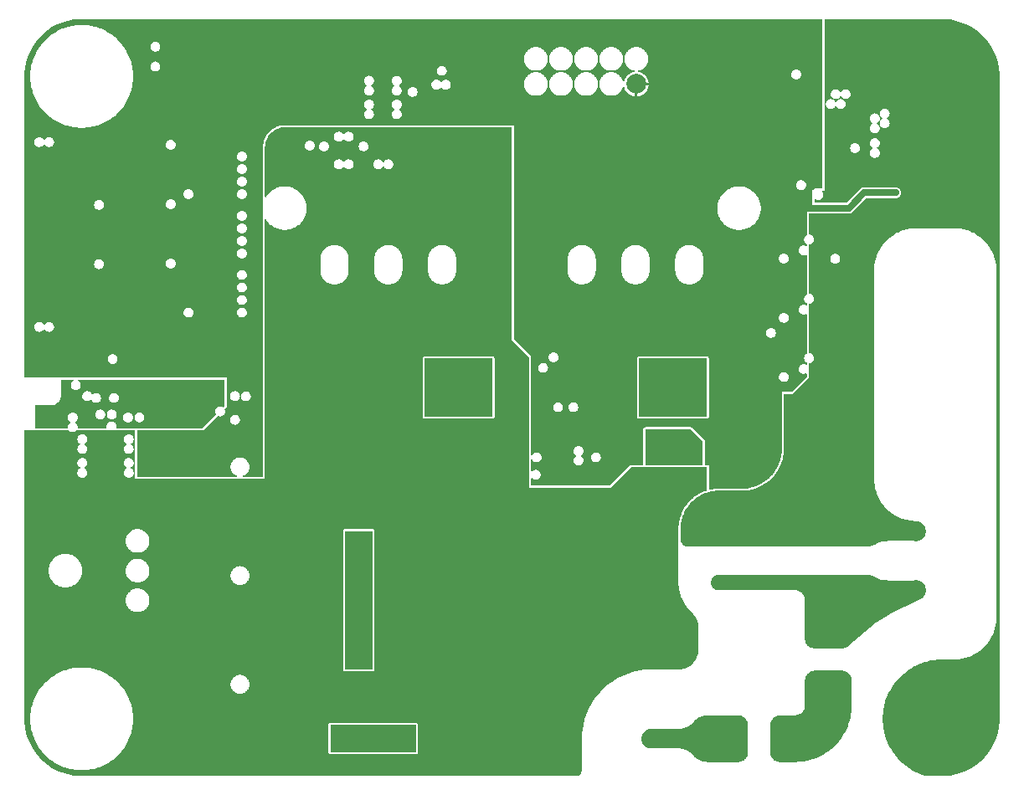
<source format=gbr>
%TF.GenerationSoftware,Altium Limited,Altium Designer,25.3.3 (18)*%
G04 Layer_Physical_Order=2*
G04 Layer_Color=36540*
%FSLAX45Y45*%
%MOMM*%
%TF.SameCoordinates,6C4DDBA2-F481-4B1E-A352-F181FF77F2E2*%
%TF.FilePolarity,Positive*%
%TF.FileFunction,Copper,L2,Inr,Signal*%
%TF.Part,Single*%
G01*
G75*
%TA.AperFunction,Conductor*%
%ADD51C,0.70000*%
%TA.AperFunction,ComponentPad*%
%ADD54C,1.50000*%
%ADD55C,2.00000*%
%ADD56R,2.40000X1.70000*%
%TA.AperFunction,ViaPad*%
%ADD60C,10.00000*%
%ADD61C,0.60000*%
G36*
X4949903Y4440000D02*
X4950000Y4439017D01*
Y4431716D01*
X4955163Y4426553D01*
X4955789Y4425789D01*
X5125403Y4256176D01*
Y3270115D01*
X5125500Y3269132D01*
Y3220869D01*
X5125403Y3219886D01*
Y3107296D01*
X5125410Y3107227D01*
X5125404Y3107161D01*
X5125500Y3106248D01*
Y3033754D01*
X5125403Y3032839D01*
X5125409Y3032772D01*
X5125403Y3032704D01*
Y2960000D01*
X5125500Y2959017D01*
Y2940000D01*
X5144517D01*
X5145499Y2939903D01*
X5941716D01*
X5942699Y2940000D01*
X5950000D01*
X5955163Y2945163D01*
X5955926Y2945789D01*
X6155040Y3144903D01*
X6279903D01*
X6280886Y3145000D01*
X6299017D01*
X6300000Y3144903D01*
X6880000D01*
X6880983Y3145000D01*
X6899117D01*
X6900097Y3144903D01*
X6922403D01*
X6922405Y2926059D01*
X6922500Y2925094D01*
Y2910208D01*
X6910173Y2906321D01*
X6909768Y2906148D01*
X6909342Y2906039D01*
X6893554Y2900292D01*
X6893158Y2900102D01*
X6892737Y2899975D01*
X6877215Y2893545D01*
X6876828Y2893338D01*
X6876412Y2893192D01*
X6861185Y2886091D01*
X6860806Y2885867D01*
X6860399Y2885703D01*
X6845496Y2877945D01*
X6845128Y2877706D01*
X6844727Y2877524D01*
X6830176Y2869123D01*
X6829819Y2868867D01*
X6829427Y2868668D01*
X6815256Y2859641D01*
X6814910Y2859369D01*
X6814527Y2859154D01*
X6800765Y2849517D01*
X6800431Y2849230D01*
X6800058Y2848998D01*
X6786728Y2838770D01*
X6786407Y2838470D01*
X6786044Y2838221D01*
X6773173Y2827422D01*
X6772866Y2827108D01*
X6772514Y2826843D01*
X6760127Y2815493D01*
X6759833Y2815165D01*
X6759494Y2814886D01*
X6747613Y2803006D01*
X6747334Y2802665D01*
X6747007Y2802372D01*
X6735656Y2789986D01*
X6735392Y2789633D01*
X6735078Y2789326D01*
X6724278Y2776455D01*
X6724030Y2776092D01*
X6723729Y2775771D01*
X6713501Y2762442D01*
X6713269Y2762069D01*
X6712983Y2761735D01*
X6703346Y2747972D01*
X6703130Y2747589D01*
X6702859Y2747243D01*
X6693831Y2733073D01*
X6693632Y2732680D01*
X6693377Y2732323D01*
X6684976Y2717773D01*
X6684794Y2717372D01*
X6684554Y2717004D01*
X6676796Y2702101D01*
X6676633Y2701694D01*
X6676408Y2701315D01*
X6669307Y2686088D01*
X6669161Y2685672D01*
X6668954Y2685285D01*
X6662525Y2669762D01*
X6662397Y2669342D01*
X6662207Y2668945D01*
X6656461Y2653157D01*
X6656352Y2652732D01*
X6656179Y2652327D01*
X6651126Y2636303D01*
X6651036Y2635873D01*
X6650881Y2635461D01*
X6646533Y2619232D01*
X6646461Y2618797D01*
X6646324Y2618380D01*
X6642688Y2601977D01*
X6642635Y2601541D01*
X6642517Y2601117D01*
X6639599Y2584571D01*
X6639566Y2584133D01*
X6639466Y2583705D01*
X6637273Y2567047D01*
X6637258Y2566608D01*
X6637177Y2566175D01*
X6635713Y2549438D01*
X6635718Y2548998D01*
X6635656Y2548563D01*
X6634923Y2531777D01*
X6634947Y2531338D01*
X6634904Y2530901D01*
Y2522503D01*
X6634903Y2522500D01*
Y2416193D01*
X6635000Y2415210D01*
X6635000Y2029802D01*
Y1979999D01*
X6635089Y1971522D01*
X6635799Y1954581D01*
X6637217Y1937685D01*
X6639341Y1920863D01*
X6642167Y1904145D01*
X6645691Y1887560D01*
X6649906Y1871136D01*
X6654804Y1854904D01*
X6660378Y1838891D01*
X6666617Y1823125D01*
X6673510Y1807634D01*
X6681046Y1792445D01*
X6689210Y1777585D01*
X6697990Y1763080D01*
X6707369Y1748955D01*
X6717331Y1735235D01*
X6727859Y1721944D01*
X6738934Y1709105D01*
X6750536Y1696741D01*
X6762099Y1685409D01*
X6762646Y1684873D01*
X6768821Y1679190D01*
X6768884Y1679132D01*
X6768884Y1679132D01*
X6768884Y1679132D01*
X6768895Y1679122D01*
X6775611Y1672787D01*
X6780173Y1668222D01*
X6787176Y1660439D01*
X6793762Y1652301D01*
X6799913Y1643829D01*
X6805613Y1635047D01*
X6810846Y1625979D01*
X6815597Y1616650D01*
X6819853Y1607084D01*
X6823603Y1597309D01*
X6826837Y1587352D01*
X6829546Y1577239D01*
X6831721Y1566998D01*
X6833358Y1556657D01*
X6834452Y1546245D01*
X6834790Y1539803D01*
X6835000Y1530568D01*
Y1530555D01*
X6835000D01*
X6835000Y1530555D01*
X6835000Y1294389D01*
X6834371Y1283183D01*
X6833114Y1272031D01*
X6831234Y1260967D01*
X6828737Y1250025D01*
X6825630Y1239241D01*
X6821923Y1228648D01*
X6817628Y1218279D01*
X6812759Y1208168D01*
X6807330Y1198345D01*
X6801359Y1188842D01*
X6794865Y1179689D01*
X6787868Y1170915D01*
X6780389Y1162547D01*
X6772453Y1154611D01*
X6764085Y1147133D01*
X6755311Y1140135D01*
X6746158Y1133641D01*
X6736655Y1127670D01*
X6726833Y1122241D01*
X6716721Y1117372D01*
X6706352Y1113077D01*
X6695759Y1109370D01*
X6684975Y1106263D01*
X6674033Y1103766D01*
X6662969Y1101886D01*
X6651817Y1100629D01*
X6640612Y1100000D01*
X6635000D01*
Y1100000D01*
X6360000Y1100000D01*
X6348547Y1099906D01*
X6325653Y1099157D01*
X6302795Y1097658D01*
X6279999Y1095413D01*
X6257288Y1092423D01*
X6234688Y1088692D01*
X6212222Y1084223D01*
X6189914Y1079021D01*
X6167788Y1073093D01*
X6145868Y1066444D01*
X6124177Y1059080D01*
X6102739Y1051012D01*
X6081576Y1042246D01*
X6060711Y1032792D01*
X6040167Y1022661D01*
X6019966Y1011863D01*
X6000128Y1000410D01*
X5980676Y988313D01*
X5961630Y975588D01*
X5943010Y962245D01*
X5924838Y948300D01*
X5907131Y933769D01*
X5889909Y918665D01*
X5873190Y903007D01*
X5856993Y886810D01*
X5841334Y870091D01*
X5826231Y852869D01*
X5811699Y835162D01*
X5797755Y816989D01*
X5784412Y798370D01*
X5771686Y779324D01*
X5759590Y759872D01*
X5748137Y740034D01*
X5737339Y719832D01*
X5727207Y699288D01*
X5717754Y678424D01*
X5708988Y657261D01*
X5700919Y635823D01*
X5693556Y614132D01*
X5686907Y592212D01*
X5680978Y570086D01*
X5675777Y547778D01*
X5671308Y525312D01*
X5667576Y502711D01*
X5664587Y480001D01*
X5662341Y457205D01*
X5660843Y434347D01*
X5660094Y411453D01*
X5660000Y400000D01*
X5660000D01*
X5660000Y96071D01*
X5659383Y88237D01*
X5658154Y80476D01*
X5656319Y72835D01*
X5653891Y65362D01*
X5650884Y58102D01*
X5647316Y51100D01*
X5643211Y44400D01*
X5638592Y38043D01*
X5633488Y32068D01*
X5627932Y26511D01*
X5621957Y21408D01*
X5620556Y20390D01*
X600000Y20390D01*
X571524Y20390D01*
X514851Y25972D01*
X458995Y37082D01*
X404500Y53613D01*
X351885Y75407D01*
X301663Y102251D01*
X254311Y133891D01*
X210289Y170018D01*
X170019Y210288D01*
X133892Y254310D01*
X102252Y301662D01*
X75408Y351884D01*
X53614Y404500D01*
X37082Y458997D01*
X25972Y514850D01*
X20390Y571524D01*
Y599999D01*
Y3518000D01*
X129017D01*
X130000Y3517903D01*
X451568D01*
X452303Y3517976D01*
X453044Y3517957D01*
X453290Y3518000D01*
X471066D01*
X472159Y3516630D01*
X476130Y3512659D01*
X480520Y3509158D01*
X485275Y3506170D01*
X490335Y3503733D01*
X495636Y3501878D01*
X501111Y3500629D01*
X506691Y3500000D01*
X512307D01*
X517888Y3500629D01*
X523363Y3501878D01*
X528664Y3503733D01*
X533723Y3506170D01*
X538478Y3509158D01*
X542869Y3512659D01*
X546840Y3516630D01*
X547933Y3518000D01*
X565711D01*
X565955Y3517958D01*
X566694Y3517976D01*
X567431Y3517903D01*
X844859D01*
X845842Y3518000D01*
X955921D01*
X956904Y3517903D01*
X1140784D01*
Y3049562D01*
X1140881Y3048579D01*
Y3029561D01*
X1159901D01*
X1160881Y3029465D01*
X2169153D01*
X2170139Y3029562D01*
X2229860D01*
X2230846Y3029465D01*
X2433000D01*
X2433988Y3029562D01*
X2453000D01*
Y3048584D01*
X2453097Y3049562D01*
Y5653215D01*
X2463097Y5655794D01*
X2463437Y5655179D01*
X2470005Y5644726D01*
X2477149Y5634658D01*
X2484846Y5625006D01*
X2493072Y5615801D01*
X2501801Y5607072D01*
X2511006Y5598845D01*
X2520658Y5591148D01*
X2530726Y5584005D01*
X2541180Y5577436D01*
X2551984Y5571465D01*
X2563107Y5566109D01*
X2574513Y5561384D01*
X2586165Y5557307D01*
X2598028Y5553889D01*
X2610063Y5551142D01*
X2622234Y5549074D01*
X2634502Y5547692D01*
X2646827Y5547000D01*
X2659173D01*
X2671498Y5547692D01*
X2683766Y5549074D01*
X2695937Y5551142D01*
X2707972Y5553889D01*
X2719835Y5557307D01*
X2731488Y5561384D01*
X2742893Y5566109D01*
X2754016Y5571465D01*
X2764820Y5577436D01*
X2775274Y5584005D01*
X2785342Y5591148D01*
X2794994Y5598845D01*
X2804199Y5607072D01*
X2812928Y5615801D01*
X2821154Y5625006D01*
X2828851Y5634658D01*
X2835995Y5644726D01*
X2842563Y5655179D01*
X2848535Y5665984D01*
X2853891Y5677107D01*
X2858616Y5688512D01*
X2862693Y5700165D01*
X2866111Y5712027D01*
X2868858Y5724063D01*
X2870925Y5736234D01*
X2872308Y5748501D01*
X2873000Y5760827D01*
Y5773172D01*
X2872308Y5785498D01*
X2870925Y5797766D01*
X2868858Y5809936D01*
X2866111Y5821972D01*
X2862693Y5833835D01*
X2858616Y5845487D01*
X2853891Y5856893D01*
X2848535Y5868015D01*
X2842563Y5878820D01*
X2835995Y5889273D01*
X2828851Y5899341D01*
X2821154Y5908993D01*
X2812928Y5918198D01*
X2804199Y5926928D01*
X2794994Y5935154D01*
X2785342Y5942851D01*
X2775274Y5949995D01*
X2764820Y5956563D01*
X2754016Y5962534D01*
X2742893Y5967891D01*
X2731488Y5972615D01*
X2719835Y5976692D01*
X2707972Y5980110D01*
X2695937Y5982857D01*
X2683766Y5984925D01*
X2671498Y5986307D01*
X2659173Y5986999D01*
X2646827D01*
X2634502Y5986307D01*
X2622234Y5984925D01*
X2610063Y5982857D01*
X2598028Y5980110D01*
X2586165Y5976692D01*
X2574513Y5972615D01*
X2563107Y5967891D01*
X2551984Y5962534D01*
X2541180Y5956563D01*
X2530726Y5949995D01*
X2520658Y5942851D01*
X2511006Y5935154D01*
X2501801Y5926928D01*
X2493072Y5918198D01*
X2484846Y5908993D01*
X2477149Y5899341D01*
X2470005Y5889273D01*
X2463437Y5878820D01*
X2463097Y5878205D01*
X2453097Y5880785D01*
Y6384845D01*
X2453175Y6390461D01*
X2453812Y6401805D01*
X2455067Y6412941D01*
X2456946Y6423998D01*
X2459440Y6434926D01*
X2462546Y6445706D01*
X2466247Y6456283D01*
X2470538Y6466643D01*
X2475405Y6476750D01*
X2480828Y6486563D01*
X2486792Y6496054D01*
X2493281Y6505198D01*
X2500272Y6513965D01*
X2507744Y6522327D01*
X2515672Y6530255D01*
X2524034Y6537728D01*
X2532798Y6544717D01*
X2541946Y6551208D01*
X2551437Y6557171D01*
X2561252Y6562596D01*
X2571356Y6567462D01*
X2581711Y6571751D01*
X2592294Y6575454D01*
X2603074Y6578560D01*
X2614001Y6581054D01*
X2625054Y6582931D01*
X2636194Y6584187D01*
X2647538Y6584824D01*
X2653137Y6584903D01*
X4949903Y6584903D01*
Y4440000D01*
D02*
G37*
G36*
X8089904Y5974529D02*
X8089786Y5974001D01*
X8079943Y5965000D01*
X7935000D01*
Y5710896D01*
X7934903Y5709913D01*
Y5499999D01*
X7935000Y5499016D01*
Y5495864D01*
X7930776Y5493829D01*
X7926021Y5490841D01*
X7921630Y5487340D01*
X7917659Y5483369D01*
X7914158Y5478978D01*
X7911170Y5474223D01*
X7908733Y5469164D01*
X7906879Y5463863D01*
X7905629Y5458388D01*
X7905000Y5452807D01*
Y5447191D01*
X7905629Y5441611D01*
X7906879Y5436136D01*
X7908733Y5430835D01*
X7911170Y5425775D01*
X7914158Y5421020D01*
X7917659Y5416630D01*
X7921630Y5412658D01*
X7926021Y5409157D01*
X7930776Y5406169D01*
X7935000Y5404135D01*
Y5400982D01*
X7934903Y5399999D01*
Y5388750D01*
X7934552Y5388281D01*
X7924903Y5383403D01*
X7924224Y5383830D01*
X7919164Y5386266D01*
X7913864Y5388121D01*
X7908389Y5389371D01*
X7902808Y5390000D01*
X7897192D01*
X7891611Y5389371D01*
X7886136Y5388121D01*
X7880836Y5386266D01*
X7875776Y5383830D01*
X7871021Y5380842D01*
X7866630Y5377341D01*
X7862659Y5373369D01*
X7859158Y5368979D01*
X7856170Y5364224D01*
X7853733Y5359164D01*
X7851879Y5353863D01*
X7850629Y5348388D01*
X7850000Y5342808D01*
Y5337192D01*
X7850629Y5331611D01*
X7851879Y5326136D01*
X7853733Y5320835D01*
X7856170Y5315776D01*
X7859158Y5311021D01*
X7862659Y5306630D01*
X7866630Y5302659D01*
X7871021Y5299158D01*
X7875776Y5296170D01*
X7880836Y5293733D01*
X7886136Y5291878D01*
X7891611Y5290629D01*
X7897192Y5290000D01*
X7902808D01*
X7908389Y5290629D01*
X7913864Y5291878D01*
X7919164Y5293733D01*
X7924224Y5296170D01*
X7924903Y5296596D01*
X7934552Y5291719D01*
X7934903Y5291250D01*
Y4899999D01*
X7935000Y4899017D01*
Y4895864D01*
X7930776Y4893829D01*
X7926021Y4890842D01*
X7921630Y4887340D01*
X7917659Y4883369D01*
X7914158Y4878979D01*
X7911170Y4874223D01*
X7908733Y4869164D01*
X7906879Y4863863D01*
X7905629Y4858388D01*
X7905000Y4852807D01*
Y4847191D01*
X7905629Y4841611D01*
X7906879Y4836136D01*
X7908733Y4830835D01*
X7911170Y4825775D01*
X7914158Y4821020D01*
X7917659Y4816630D01*
X7921630Y4812659D01*
X7926021Y4809157D01*
X7930776Y4806169D01*
X7935000Y4804135D01*
Y4800982D01*
X7934903Y4800000D01*
Y4788750D01*
X7934551Y4788280D01*
X7924903Y4783403D01*
X7924224Y4783830D01*
X7919164Y4786266D01*
X7913863Y4788121D01*
X7908388Y4789371D01*
X7902808Y4790000D01*
X7897192D01*
X7891611Y4789371D01*
X7886136Y4788121D01*
X7880835Y4786266D01*
X7875776Y4783830D01*
X7871021Y4780842D01*
X7866630Y4777340D01*
X7862659Y4773369D01*
X7859158Y4768979D01*
X7856170Y4764224D01*
X7853733Y4759164D01*
X7851878Y4753863D01*
X7850629Y4748388D01*
X7850000Y4742808D01*
Y4737192D01*
X7850629Y4731611D01*
X7851878Y4726136D01*
X7853733Y4720835D01*
X7856170Y4715776D01*
X7859158Y4711021D01*
X7862659Y4706630D01*
X7866630Y4702659D01*
X7871021Y4699157D01*
X7875776Y4696170D01*
X7880835Y4693733D01*
X7886136Y4691878D01*
X7891611Y4690629D01*
X7897192Y4690000D01*
X7902808D01*
X7908388Y4690629D01*
X7913863Y4691878D01*
X7919164Y4693733D01*
X7924224Y4696170D01*
X7924903Y4696596D01*
X7934551Y4691719D01*
X7934903Y4691249D01*
Y4299999D01*
X7935000Y4299017D01*
Y4295864D01*
X7930776Y4293829D01*
X7926021Y4290842D01*
X7921630Y4287340D01*
X7917659Y4283369D01*
X7914158Y4278978D01*
X7911170Y4274223D01*
X7908733Y4269164D01*
X7906879Y4263863D01*
X7905629Y4258388D01*
X7905000Y4252807D01*
Y4247191D01*
X7905629Y4241611D01*
X7906879Y4236136D01*
X7908733Y4230835D01*
X7911170Y4225775D01*
X7914158Y4221020D01*
X7917659Y4216630D01*
X7921630Y4212659D01*
X7926021Y4209157D01*
X7930776Y4206169D01*
X7935000Y4204135D01*
Y4200982D01*
X7934903Y4199999D01*
Y4188750D01*
X7934552Y4188281D01*
X7924903Y4183403D01*
X7924224Y4183830D01*
X7919164Y4186266D01*
X7913864Y4188121D01*
X7908389Y4189371D01*
X7902808Y4190000D01*
X7897192D01*
X7891611Y4189371D01*
X7886136Y4188121D01*
X7880836Y4186266D01*
X7875776Y4183830D01*
X7871021Y4180842D01*
X7866630Y4177341D01*
X7862659Y4173370D01*
X7859158Y4168979D01*
X7856170Y4164224D01*
X7853733Y4159164D01*
X7851879Y4153863D01*
X7850629Y4148388D01*
X7850000Y4142808D01*
Y4137192D01*
X7850629Y4131611D01*
X7851879Y4126136D01*
X7853733Y4120836D01*
X7856170Y4115776D01*
X7859158Y4111021D01*
X7862659Y4106630D01*
X7866630Y4102659D01*
X7871021Y4099158D01*
X7875776Y4096170D01*
X7880836Y4093733D01*
X7886136Y4091879D01*
X7891611Y4090629D01*
X7897192Y4090000D01*
X7902808D01*
X7908389Y4090629D01*
X7913864Y4091879D01*
X7919164Y4093733D01*
X7924224Y4096170D01*
X7924903Y4096597D01*
X7934552Y4091719D01*
X7934903Y4091250D01*
Y4063324D01*
X7779175Y3907597D01*
X7700000D01*
X7699017Y3907500D01*
X7680000D01*
Y3888483D01*
X7679903Y3887500D01*
Y3332594D01*
X7679825Y3324650D01*
X7679197Y3308662D01*
X7677950Y3292815D01*
X7676080Y3277021D01*
X7673593Y3261320D01*
X7670491Y3245721D01*
X7666780Y3230266D01*
X7662463Y3214960D01*
X7657552Y3199845D01*
X7652048Y3184927D01*
X7645961Y3170230D01*
X7639308Y3155798D01*
X7632089Y3141632D01*
X7624321Y3127761D01*
X7616012Y3114201D01*
X7607179Y3100982D01*
X7597837Y3088123D01*
X7587989Y3075632D01*
X7577664Y3063542D01*
X7566872Y3051868D01*
X7555632Y3040627D01*
X7543954Y3029833D01*
X7531864Y3019507D01*
X7519376Y3009662D01*
X7506517Y3000320D01*
X7493300Y2991488D01*
X7479738Y2983178D01*
X7465868Y2975410D01*
X7451701Y2968191D01*
X7437264Y2961536D01*
X7422572Y2955451D01*
X7407652Y2949947D01*
X7392539Y2945036D01*
X7377232Y2940719D01*
X7361772Y2937007D01*
X7346178Y2933905D01*
X7330478Y2931419D01*
X7314684Y2929550D01*
X7298837Y2928302D01*
X7282849Y2927674D01*
X7274907Y2927596D01*
X7031599Y2927596D01*
X7031162Y2927553D01*
X7030722Y2927577D01*
X7013936Y2926844D01*
X7013501Y2926782D01*
X7013062Y2926787D01*
X6996324Y2925322D01*
X6995892Y2925241D01*
X6995453Y2925227D01*
X6978795Y2923034D01*
X6978367Y2922934D01*
X6977928Y2922900D01*
X6961382Y2919983D01*
X6960958Y2919864D01*
X6960522Y2919812D01*
X6952501Y2918034D01*
X6942501Y2926059D01*
X6942500Y3165000D01*
X6900097D01*
Y3410000D01*
X6899711Y3413921D01*
X6898567Y3417691D01*
X6896710Y3421165D01*
X6894210Y3424211D01*
X6774210Y3544211D01*
X6771165Y3546710D01*
X6767691Y3548567D01*
X6763921Y3549711D01*
X6760000Y3550097D01*
X6300000D01*
X6296079Y3549711D01*
X6292309Y3548567D01*
X6288835Y3546710D01*
X6285789Y3544211D01*
X6283290Y3541165D01*
X6281433Y3537691D01*
X6280289Y3533921D01*
X6279903Y3530000D01*
Y3165000D01*
X6146716D01*
X5941716Y2960000D01*
X5145499D01*
Y3032704D01*
X5154165Y3036226D01*
X5155499Y3036290D01*
X5159130Y3032659D01*
X5163521Y3029158D01*
X5168276Y3026170D01*
X5173336Y3023733D01*
X5178637Y3021879D01*
X5184112Y3020629D01*
X5189692Y3020000D01*
X5195308D01*
X5200889Y3020629D01*
X5206364Y3021879D01*
X5211664Y3023733D01*
X5216724Y3026170D01*
X5221479Y3029158D01*
X5225870Y3032659D01*
X5229841Y3036630D01*
X5233342Y3041021D01*
X5236330Y3045776D01*
X5238767Y3050836D01*
X5240621Y3056136D01*
X5241871Y3061611D01*
X5242500Y3067192D01*
Y3072808D01*
X5241871Y3078389D01*
X5240621Y3083864D01*
X5238767Y3089164D01*
X5236330Y3094224D01*
X5233342Y3098979D01*
X5229841Y3103370D01*
X5225870Y3107341D01*
X5221479Y3110842D01*
X5216724Y3113830D01*
X5211664Y3116267D01*
X5206364Y3118121D01*
X5200889Y3119371D01*
X5195308Y3120000D01*
X5189692D01*
X5184112Y3119371D01*
X5178637Y3118121D01*
X5173336Y3116267D01*
X5168276Y3113830D01*
X5163521Y3110842D01*
X5159130Y3107341D01*
X5155499Y3103710D01*
X5154165Y3103774D01*
X5145499Y3107296D01*
Y3219886D01*
X5155499Y3222169D01*
X5156170Y3220776D01*
X5159158Y3216021D01*
X5162659Y3211631D01*
X5166630Y3207660D01*
X5171021Y3204158D01*
X5175776Y3201170D01*
X5180836Y3198734D01*
X5186136Y3196879D01*
X5191611Y3195629D01*
X5197192Y3195000D01*
X5202808D01*
X5208389Y3195629D01*
X5213864Y3196879D01*
X5219164Y3198734D01*
X5224224Y3201170D01*
X5228979Y3204158D01*
X5233370Y3207660D01*
X5237341Y3211631D01*
X5240842Y3216021D01*
X5243830Y3220776D01*
X5246267Y3225836D01*
X5248121Y3231137D01*
X5249371Y3236612D01*
X5250000Y3242192D01*
Y3247808D01*
X5249371Y3253389D01*
X5248121Y3258864D01*
X5246267Y3264165D01*
X5243830Y3269224D01*
X5240842Y3273979D01*
X5237341Y3278370D01*
X5233370Y3282341D01*
X5228979Y3285843D01*
X5224224Y3288830D01*
X5219164Y3291267D01*
X5213864Y3293122D01*
X5208389Y3294371D01*
X5202808Y3295000D01*
X5197192D01*
X5191611Y3294371D01*
X5186136Y3293122D01*
X5180836Y3291267D01*
X5175776Y3288830D01*
X5171021Y3285843D01*
X5166630Y3282341D01*
X5162659Y3278370D01*
X5159158Y3273979D01*
X5156170Y3269224D01*
X5155499Y3267832D01*
X5145499Y3270115D01*
Y4264500D01*
X4970000Y4440000D01*
Y6605000D01*
X2653000Y6604999D01*
X2646830Y6604913D01*
X2634509Y6604221D01*
X2622246Y6602839D01*
X2610080Y6600772D01*
X2598049Y6598026D01*
X2586191Y6594610D01*
X2574543Y6590534D01*
X2563142Y6585812D01*
X2552024Y6580458D01*
X2541224Y6574488D01*
X2530774Y6567923D01*
X2520710Y6560782D01*
X2511062Y6553088D01*
X2501861Y6544865D01*
X2493135Y6536139D01*
X2484912Y6526937D01*
X2477218Y6517289D01*
X2470077Y6507225D01*
X2463511Y6496776D01*
X2457542Y6485976D01*
X2452188Y6474857D01*
X2447465Y6463456D01*
X2443390Y6451808D01*
X2439973Y6439950D01*
X2437227Y6427919D01*
X2435160Y6415753D01*
X2433778Y6403491D01*
X2433087Y6391170D01*
X2433000Y6385000D01*
X2433000D01*
Y3049562D01*
X2230846D01*
X2228594Y3059311D01*
X2236389Y3062148D01*
X2243907Y3065654D01*
X2251092Y3069802D01*
X2257887Y3074560D01*
X2264242Y3079892D01*
X2270107Y3085758D01*
X2275440Y3092113D01*
X2280198Y3098908D01*
X2284346Y3106092D01*
X2287852Y3113610D01*
X2290689Y3121406D01*
X2292836Y3129419D01*
X2294276Y3137588D01*
X2294999Y3145852D01*
Y3154148D01*
X2294276Y3162412D01*
X2292836Y3170581D01*
X2290689Y3178594D01*
X2287852Y3186390D01*
X2284346Y3193908D01*
X2280198Y3201092D01*
X2275440Y3207887D01*
X2270107Y3214242D01*
X2264242Y3220108D01*
X2257887Y3225440D01*
X2251092Y3230198D01*
X2243907Y3234346D01*
X2236389Y3237852D01*
X2228594Y3240689D01*
X2220581Y3242836D01*
X2212411Y3244277D01*
X2204147Y3245000D01*
X2195852D01*
X2187588Y3244277D01*
X2179418Y3242836D01*
X2171405Y3240689D01*
X2163610Y3237852D01*
X2156092Y3234346D01*
X2148908Y3230198D01*
X2142112Y3225440D01*
X2135758Y3220108D01*
X2129892Y3214242D01*
X2124560Y3207887D01*
X2119801Y3201092D01*
X2115654Y3193908D01*
X2112148Y3186390D01*
X2109310Y3178594D01*
X2107163Y3170581D01*
X2105723Y3162412D01*
X2105000Y3154148D01*
Y3145852D01*
X2105723Y3137588D01*
X2107163Y3129419D01*
X2109310Y3121406D01*
X2112148Y3113610D01*
X2115654Y3106092D01*
X2119801Y3098908D01*
X2124560Y3092113D01*
X2129892Y3085758D01*
X2135758Y3079892D01*
X2142112Y3074560D01*
X2148908Y3069802D01*
X2156092Y3065654D01*
X2163610Y3062148D01*
X2171405Y3059311D01*
X2169153Y3049562D01*
X1160881D01*
Y3517903D01*
X1818000D01*
X1818983Y3518000D01*
X1826284D01*
X1831448Y3523164D01*
X1832210Y3523789D01*
X1974195Y3665774D01*
X1974732Y3666429D01*
X1974980Y3666670D01*
X1975776Y3666170D01*
X1980836Y3663733D01*
X1986136Y3661879D01*
X1991611Y3660629D01*
X1997192Y3660000D01*
X2002808D01*
X2008389Y3660629D01*
X2013864Y3661879D01*
X2019164Y3663733D01*
X2024224Y3666170D01*
X2028979Y3669158D01*
X2033370Y3672659D01*
X2037341Y3676630D01*
X2040842Y3681021D01*
X2043830Y3685776D01*
X2046267Y3690836D01*
X2048121Y3696136D01*
X2049371Y3701611D01*
X2050000Y3707192D01*
Y3712808D01*
X2049371Y3718389D01*
X2048121Y3723864D01*
X2046267Y3729164D01*
X2043830Y3734224D01*
X2043330Y3735020D01*
X2043571Y3735268D01*
X2044226Y3735805D01*
X2059211Y3750790D01*
X2059836Y3751552D01*
X2065000Y3756716D01*
Y3764020D01*
X2065097Y3765000D01*
Y4030000D01*
X2065000Y4030980D01*
Y4050000D01*
X2045980D01*
X2045000Y4050097D01*
X564076D01*
X563094Y4050000D01*
X516906D01*
X515924Y4050097D01*
X390000D01*
X389018Y4050000D01*
X20390D01*
Y7099999D01*
X20390Y7128475D01*
X25972Y7185148D01*
X37082Y7241004D01*
X53613Y7295499D01*
X75407Y7348114D01*
X102252Y7398336D01*
X133891Y7445688D01*
X170019Y7489710D01*
X210288Y7529980D01*
X254310Y7566107D01*
X301662Y7597747D01*
X351884Y7624591D01*
X404500Y7646385D01*
X458997Y7662917D01*
X514851Y7674027D01*
X571524Y7679608D01*
X600000Y7679609D01*
X8089903Y7679609D01*
X8089904Y5974529D01*
D02*
G37*
G36*
X2045000Y3765000D02*
X2030015Y3750016D01*
X2028979Y3750842D01*
X2024224Y3753830D01*
X2019164Y3756267D01*
X2013864Y3758121D01*
X2008389Y3759371D01*
X2002808Y3760000D01*
X1997192D01*
X1991611Y3759371D01*
X1986136Y3758121D01*
X1980836Y3756267D01*
X1975776Y3753830D01*
X1971021Y3750842D01*
X1966630Y3747341D01*
X1962659Y3743370D01*
X1959158Y3738979D01*
X1956170Y3734224D01*
X1953733Y3729164D01*
X1951879Y3723864D01*
X1950629Y3718389D01*
X1950000Y3712808D01*
Y3707192D01*
X1950629Y3701611D01*
X1951879Y3696136D01*
X1953733Y3690836D01*
X1956170Y3685776D01*
X1959158Y3681021D01*
X1959984Y3679985D01*
X1818000Y3538000D01*
X956904D01*
X952661Y3542134D01*
X949528Y3548000D01*
X950252Y3551173D01*
X950881Y3556754D01*
Y3562370D01*
X950252Y3567950D01*
X949003Y3573425D01*
X947148Y3578726D01*
X944711Y3583786D01*
X941724Y3588541D01*
X938222Y3592932D01*
X934251Y3596903D01*
X929860Y3600404D01*
X925105Y3603392D01*
X920046Y3605828D01*
X914745Y3607683D01*
X909270Y3608933D01*
X903689Y3609562D01*
X898073D01*
X892493Y3608933D01*
X887018Y3607683D01*
X881717Y3605828D01*
X876657Y3603392D01*
X871902Y3600404D01*
X867512Y3596903D01*
X863541Y3592932D01*
X860039Y3588541D01*
X857051Y3583786D01*
X854615Y3578726D01*
X852760Y3573425D01*
X851510Y3567950D01*
X850881Y3562370D01*
Y3556754D01*
X851510Y3551173D01*
X852235Y3548000D01*
X849102Y3542134D01*
X844859Y3538000D01*
X567431D01*
X559499Y3547192D01*
Y3552808D01*
X558870Y3558388D01*
X557621Y3563863D01*
X555766Y3569164D01*
X553329Y3574224D01*
X550342Y3578979D01*
X546840Y3583370D01*
X542869Y3587341D01*
X538478Y3590842D01*
X533723Y3593830D01*
X532244Y3594542D01*
X531986Y3595204D01*
Y3604795D01*
X532244Y3605457D01*
X533723Y3606170D01*
X538478Y3609158D01*
X542869Y3612659D01*
X546840Y3616630D01*
X550342Y3621021D01*
X553329Y3625776D01*
X555766Y3630836D01*
X557621Y3636136D01*
X558870Y3641611D01*
X559499Y3647192D01*
Y3652808D01*
X558870Y3658388D01*
X557621Y3663863D01*
X555766Y3669164D01*
X553329Y3674224D01*
X550342Y3678979D01*
X546840Y3683370D01*
X542869Y3687341D01*
X538478Y3690842D01*
X533723Y3693830D01*
X528664Y3696266D01*
X523363Y3698121D01*
X517888Y3699371D01*
X512307Y3700000D01*
X506691D01*
X501111Y3699371D01*
X495636Y3698121D01*
X490335Y3696266D01*
X485275Y3693830D01*
X480520Y3690842D01*
X476130Y3687341D01*
X472159Y3683370D01*
X468657Y3678979D01*
X465669Y3674224D01*
X463233Y3669164D01*
X461378Y3663863D01*
X460128Y3658388D01*
X459499Y3652808D01*
Y3647192D01*
X460128Y3641611D01*
X461378Y3636136D01*
X463233Y3630836D01*
X465669Y3625776D01*
X468657Y3621021D01*
X472159Y3616630D01*
X476130Y3612659D01*
X480520Y3609158D01*
X485275Y3606170D01*
X486755Y3605457D01*
X487013Y3604795D01*
Y3595204D01*
X486755Y3594542D01*
X485275Y3593830D01*
X480520Y3590842D01*
X476130Y3587341D01*
X472159Y3583370D01*
X468657Y3578979D01*
X465669Y3574224D01*
X463233Y3569164D01*
X461378Y3563863D01*
X460128Y3558388D01*
X459499Y3552808D01*
Y3547192D01*
X451568Y3538000D01*
X130000D01*
Y3772000D01*
X212714D01*
X215000Y3771900D01*
X285000D01*
X294160Y3772300D01*
X303251Y3773497D01*
X312202Y3775481D01*
X320947Y3778239D01*
X329417Y3781747D01*
X337550Y3785981D01*
X345283Y3790907D01*
X352557Y3796489D01*
X359317Y3802683D01*
X365511Y3809443D01*
X371093Y3816717D01*
X376019Y3824450D01*
X380253Y3832583D01*
X383762Y3841054D01*
X386519Y3849798D01*
X388503Y3858750D01*
X389700Y3867840D01*
X390100Y3877000D01*
X390000Y3879291D01*
Y4030000D01*
X515924D01*
X518206Y4020000D01*
X515776Y4018830D01*
X511021Y4015842D01*
X506630Y4012340D01*
X502659Y4008369D01*
X499157Y4003979D01*
X496170Y3999224D01*
X493733Y3994164D01*
X491878Y3988863D01*
X490629Y3983388D01*
X490000Y3977808D01*
Y3972192D01*
X490629Y3966611D01*
X491878Y3961136D01*
X493733Y3955835D01*
X496170Y3950776D01*
X499157Y3946021D01*
X502659Y3941630D01*
X506630Y3937659D01*
X511021Y3934157D01*
X515776Y3931170D01*
X520835Y3928733D01*
X526136Y3926878D01*
X531611Y3925629D01*
X537192Y3925000D01*
X542808D01*
X548388Y3925629D01*
X553863Y3926878D01*
X559164Y3928733D01*
X564224Y3931170D01*
X568979Y3934157D01*
X573369Y3937659D01*
X577340Y3941630D01*
X580842Y3946021D01*
X583830Y3950776D01*
X586266Y3955835D01*
X588121Y3961136D01*
X589371Y3966611D01*
X590000Y3972192D01*
Y3977808D01*
X589371Y3983388D01*
X588121Y3988863D01*
X586266Y3994164D01*
X583830Y3999224D01*
X580842Y4003979D01*
X577340Y4008369D01*
X573369Y4012340D01*
X568979Y4015842D01*
X564224Y4018830D01*
X561793Y4020000D01*
X564076Y4030000D01*
X2045000D01*
Y3765000D01*
D02*
G37*
G36*
X6880000Y3410000D02*
Y3165000D01*
X6300000D01*
Y3530000D01*
X6760000D01*
X6880000Y3410000D01*
D02*
G37*
G36*
X8541940Y2057090D02*
X8550951Y2056273D01*
X8559917Y2055048D01*
X8568818Y2053420D01*
X8577636Y2051391D01*
X8586354Y2048965D01*
X8594952Y2046148D01*
X8603415Y2042944D01*
X8611724Y2039361D01*
X8619863Y2035406D01*
X8627814Y2031087D01*
X8631688Y2028750D01*
X8635588Y2026457D01*
X8643537Y2022139D01*
X8651673Y2018185D01*
X8659980Y2014603D01*
X8668441Y2011400D01*
X8677037Y2008583D01*
X8685753Y2006158D01*
X8694568Y2004129D01*
X8703467Y2002501D01*
X8712430Y2001277D01*
X8721440Y2000460D01*
X8730477Y2000051D01*
X8735000Y2000000D01*
X9039182D01*
X9047518Y1999302D01*
X9055766Y1997909D01*
X9063869Y1995833D01*
X9071770Y1993088D01*
X9079415Y1989693D01*
X9086749Y1985671D01*
X9093722Y1981051D01*
X9100285Y1975864D01*
X9106391Y1970148D01*
X9112000Y1963942D01*
X9117070Y1957289D01*
X9121567Y1950236D01*
X9125459Y1942832D01*
X9128720Y1935129D01*
X9131326Y1927181D01*
X9133259Y1919042D01*
X9134506Y1910771D01*
X9135058Y1902425D01*
X9134911Y1894061D01*
X9134066Y1885739D01*
X9132529Y1877517D01*
X9130311Y1869452D01*
X9127428Y1861600D01*
X9123898Y1854016D01*
X9119748Y1846753D01*
X9115006Y1839863D01*
X9109705Y1833392D01*
X9103883Y1827387D01*
X9097579Y1821889D01*
X9090838Y1816936D01*
X9083707Y1812564D01*
X9079971Y1810683D01*
X9079972Y1810683D01*
X8768435Y1653488D01*
X8757198Y1647743D01*
X8734913Y1635894D01*
X8712886Y1623571D01*
X8691128Y1610779D01*
X8669649Y1597525D01*
X8648457Y1583815D01*
X8627564Y1569655D01*
X8606979Y1555051D01*
X8586711Y1540010D01*
X8566769Y1524539D01*
X8547162Y1508645D01*
X8527900Y1492335D01*
X8518401Y1484026D01*
Y1484027D01*
X8353387Y1338132D01*
X8351127Y1336133D01*
X8346372Y1332416D01*
X8341403Y1328992D01*
X8336236Y1325873D01*
X8330890Y1323073D01*
X8325385Y1320599D01*
X8319742Y1318462D01*
X8313979Y1316668D01*
X8308119Y1315226D01*
X8302183Y1314140D01*
X8296191Y1313413D01*
X8290167Y1313050D01*
X8008921D01*
X8001087Y1313666D01*
X7993326Y1314895D01*
X7985685Y1316730D01*
X7978211Y1319158D01*
X7970952Y1322165D01*
X7963950Y1325733D01*
X7957250Y1329839D01*
X7950893Y1334457D01*
X7944917Y1339561D01*
X7939361Y1345117D01*
X7934257Y1351093D01*
X7929639Y1357450D01*
X7925533Y1364150D01*
X7921965Y1371151D01*
X7918958Y1378411D01*
X7916530Y1385885D01*
X7914695Y1393526D01*
X7913466Y1401287D01*
X7912850Y1409121D01*
Y1413050D01*
Y1802500D01*
X7912773Y1806425D01*
X7912157Y1814253D01*
X7910928Y1822009D01*
X7909095Y1829644D01*
X7906669Y1837111D01*
X7903664Y1844365D01*
X7900099Y1851362D01*
X7895997Y1858056D01*
X7891381Y1864409D01*
X7886282Y1870380D01*
X7880730Y1875932D01*
X7874759Y1881031D01*
X7868407Y1885646D01*
X7861712Y1889749D01*
X7854716Y1893314D01*
X7847461Y1896319D01*
X7839994Y1898745D01*
X7832359Y1900578D01*
X7824603Y1901806D01*
X7816776Y1902422D01*
X7812850Y1902500D01*
X7036192D01*
X7028614Y1903246D01*
X7021146Y1904732D01*
X7013859Y1906942D01*
X7006824Y1909856D01*
X7000108Y1913445D01*
X6993777Y1917676D01*
X6987891Y1922506D01*
X6982506Y1927891D01*
X6977676Y1933777D01*
X6973445Y1940108D01*
X6969856Y1946824D01*
X6966942Y1953859D01*
X6964732Y1961146D01*
X6963246Y1968614D01*
X6962500Y1976192D01*
Y1983807D01*
X6963246Y1991385D01*
X6964732Y1998853D01*
X6966942Y2006140D01*
X6969856Y2013175D01*
X6973445Y2019891D01*
X6977676Y2026222D01*
X6982506Y2032108D01*
X6987891Y2037492D01*
X6993777Y2042323D01*
X7000108Y2046554D01*
X7006824Y2050143D01*
X7013859Y2053057D01*
X7021146Y2055267D01*
X7028614Y2056753D01*
X7036192Y2057500D01*
X8532900D01*
X8541940Y2057090D01*
D02*
G37*
G36*
X8298913Y1086333D02*
X8306674Y1085104D01*
X8314315Y1083269D01*
X8321788Y1080841D01*
X8329048Y1077834D01*
X8336050Y1074267D01*
X8342750Y1070161D01*
X8349107Y1065542D01*
X8355082Y1060439D01*
X8360639Y1054882D01*
X8365742Y1048907D01*
X8370361Y1042550D01*
X8374467Y1035850D01*
X8378034Y1028848D01*
X8381041Y1021588D01*
X8383470Y1014115D01*
X8385304Y1006474D01*
X8386533Y998713D01*
X8387150Y990879D01*
Y986950D01*
Y737150D01*
Y726898D01*
X8386418Y706406D01*
X8384955Y685954D01*
X8382764Y665567D01*
X8379845Y645270D01*
X8376205Y625092D01*
X8371846Y605056D01*
X8366775Y585188D01*
X8360998Y565514D01*
X8354523Y546059D01*
X8347357Y526847D01*
X8339511Y507903D01*
X8330993Y489251D01*
X8321814Y470915D01*
X8311987Y452919D01*
X8301525Y435285D01*
X8290439Y418035D01*
X8278745Y401192D01*
X8266457Y384777D01*
X8253591Y368812D01*
X8240163Y353315D01*
X8226191Y338308D01*
X8211692Y323809D01*
X8196685Y309837D01*
X8181188Y296409D01*
X8165222Y283543D01*
X8148808Y271255D01*
X8131965Y259561D01*
X8114715Y248475D01*
X8097081Y238012D01*
X8079084Y228185D01*
X8060748Y219007D01*
X8042097Y210489D01*
X8023153Y202642D01*
X8003941Y195477D01*
X7984486Y189001D01*
X7964812Y183224D01*
X7944944Y178154D01*
X7924908Y173795D01*
X7904729Y170154D01*
X7884433Y167236D01*
X7864046Y165044D01*
X7843594Y163582D01*
X7823102Y162850D01*
X7659121D01*
X7651287Y163466D01*
X7643525Y164695D01*
X7635885Y166530D01*
X7628411Y168958D01*
X7621151Y171965D01*
X7614150Y175533D01*
X7607450Y179639D01*
X7601092Y184257D01*
X7595117Y189361D01*
X7589561Y194917D01*
X7584457Y200893D01*
X7579839Y207250D01*
X7575733Y213950D01*
X7572165Y220952D01*
X7569158Y228211D01*
X7566730Y235685D01*
X7564895Y243326D01*
X7563666Y251087D01*
X7563050Y258921D01*
Y262850D01*
Y537150D01*
Y541079D01*
X7563666Y548913D01*
X7564895Y556674D01*
X7566730Y564315D01*
X7569158Y571788D01*
X7572165Y579048D01*
X7575733Y586050D01*
X7579839Y592750D01*
X7584457Y599107D01*
X7589561Y605082D01*
X7595117Y610639D01*
X7601092Y615742D01*
X7607450Y620361D01*
X7614150Y624467D01*
X7621151Y628034D01*
X7628411Y631041D01*
X7635885Y633470D01*
X7643525Y635304D01*
X7651287Y636533D01*
X7659121Y637150D01*
X7812850D01*
X7816776Y637227D01*
X7824603Y637843D01*
X7832359Y639071D01*
X7839994Y640904D01*
X7847461Y643331D01*
X7854716Y646336D01*
X7861712Y649900D01*
X7868407Y654003D01*
X7874759Y658618D01*
X7880730Y663718D01*
X7886282Y669270D01*
X7891381Y675241D01*
X7895997Y681593D01*
X7900099Y688288D01*
X7903664Y695284D01*
X7906669Y702538D01*
X7909095Y710006D01*
X7910928Y717641D01*
X7912157Y725396D01*
X7912773Y733224D01*
X7912850Y737150D01*
Y986950D01*
Y990879D01*
X7913466Y998713D01*
X7914695Y1006474D01*
X7916530Y1014115D01*
X7918958Y1021588D01*
X7921965Y1028848D01*
X7925533Y1035850D01*
X7929639Y1042550D01*
X7934257Y1048907D01*
X7939361Y1054882D01*
X7944917Y1060439D01*
X7950893Y1065542D01*
X7957250Y1070161D01*
X7963950Y1074267D01*
X7970952Y1077834D01*
X7978211Y1080841D01*
X7985685Y1083269D01*
X7993326Y1085104D01*
X8001087Y1086333D01*
X8008921Y1086950D01*
X8291079D01*
X8298913Y1086333D01*
D02*
G37*
G36*
X7236950Y637150D02*
X7240879D01*
X7248713Y636533D01*
X7256474Y635304D01*
X7264115Y633469D01*
X7271588Y631041D01*
X7278848Y628034D01*
X7285850Y624467D01*
X7292550Y620361D01*
X7298907Y615742D01*
X7304882Y610639D01*
X7310439Y605082D01*
X7315542Y599107D01*
X7320161Y592750D01*
X7324267Y586050D01*
X7327834Y579048D01*
X7330841Y571788D01*
X7333269Y564315D01*
X7335104Y556674D01*
X7336333Y548913D01*
X7336950Y541079D01*
Y537150D01*
X7336950D01*
X7336950Y262850D01*
Y258920D01*
X7336333Y251087D01*
X7335104Y243325D01*
X7333269Y235685D01*
X7330841Y228211D01*
X7327834Y220951D01*
X7324267Y213950D01*
X7320161Y207250D01*
X7315542Y200892D01*
X7310439Y194917D01*
X7304882Y189361D01*
X7298907Y184257D01*
X7292549Y179638D01*
X7285849Y175533D01*
X7278848Y171965D01*
X7271588Y168958D01*
X7264115Y166530D01*
X7256474Y164695D01*
X7248712Y163466D01*
X7240879Y162850D01*
X7236949Y162850D01*
X6931175D01*
X6920515Y163419D01*
X6909901Y164556D01*
X6899362Y166258D01*
X6888930Y168519D01*
X6878632Y171334D01*
X6868500Y174694D01*
X6858561Y178589D01*
X6848844Y183009D01*
X6839376Y187941D01*
X6830186Y193371D01*
X6821298Y199283D01*
X6812737Y205661D01*
X6804530Y212487D01*
X6796698Y219740D01*
X6789264Y227401D01*
X6785756Y231425D01*
X6782196Y235400D01*
X6774765Y243058D01*
X6766935Y250309D01*
X6758731Y257132D01*
X6750173Y263508D01*
X6741289Y269418D01*
X6732101Y274846D01*
X6722637Y279776D01*
X6712923Y284195D01*
X6702988Y288089D01*
X6692859Y291447D01*
X6682566Y294261D01*
X6672137Y296521D01*
X6661602Y298222D01*
X6650991Y299359D01*
X6640335Y299928D01*
X6635000Y299999D01*
X6635000Y300000D01*
X6355634D01*
X6346935Y300761D01*
X6338335Y302277D01*
X6329901Y304537D01*
X6321695Y307524D01*
X6313781Y311214D01*
X6306219Y315580D01*
X6299066Y320589D01*
X6292377Y326202D01*
X6286202Y332377D01*
X6280589Y339066D01*
X6275580Y346219D01*
X6271214Y353781D01*
X6267524Y361695D01*
X6264537Y369901D01*
X6262277Y378335D01*
X6260761Y386935D01*
X6260000Y395634D01*
Y404366D01*
X6260761Y413065D01*
X6262277Y421664D01*
X6264537Y430099D01*
X6267524Y438305D01*
X6271214Y446219D01*
X6275580Y453781D01*
X6280589Y460934D01*
X6286202Y467623D01*
X6292377Y473798D01*
X6299066Y479411D01*
X6306219Y484419D01*
X6313781Y488785D01*
X6321695Y492476D01*
X6329901Y495463D01*
X6338335Y497722D01*
X6346935Y499239D01*
X6355634Y500000D01*
X6635000D01*
X6640336Y500071D01*
X6650992Y500640D01*
X6661602Y501777D01*
X6672137Y503478D01*
X6682566Y505738D01*
X6692860Y508552D01*
X6702988Y511911D01*
X6712924Y515805D01*
X6722637Y520223D01*
X6732101Y525153D01*
X6741289Y530581D01*
X6750174Y536491D01*
X6758731Y542867D01*
X6766936Y549690D01*
X6774765Y556941D01*
X6782196Y564600D01*
X6785756Y568575D01*
X6785756D01*
X6789264Y572598D01*
X6796698Y580259D01*
X6804530Y587512D01*
X6812737Y594338D01*
X6821298Y600716D01*
X6830186Y606628D01*
X6839377Y612058D01*
X6848844Y616990D01*
X6858561Y621410D01*
X6868500Y625306D01*
X6878632Y628666D01*
X6888930Y631480D01*
X6899363Y633741D01*
X6909901Y635443D01*
X6920515Y636580D01*
X6931175Y637150D01*
X6936513D01*
X6936513Y637150D01*
X7236950Y637150D01*
D02*
G37*
G36*
X9385149Y7674028D02*
X9441004Y7662917D01*
X9495499Y7646386D01*
X9548115Y7624592D01*
X9598337Y7597748D01*
X9645689Y7566108D01*
X9689710Y7529981D01*
X9729980Y7489711D01*
X9766108Y7445689D01*
X9797747Y7398337D01*
X9824592Y7348115D01*
X9846386Y7295500D01*
X9862917Y7241002D01*
X9874027Y7185149D01*
X9879609Y7128475D01*
X9879609Y7100000D01*
X9879609Y600000D01*
Y571525D01*
X9874027Y514851D01*
X9862917Y458995D01*
X9846386Y404500D01*
X9824592Y351885D01*
X9797748Y301663D01*
X9766108Y254311D01*
X9729981Y210289D01*
X9689711Y170019D01*
X9645689Y133892D01*
X9598337Y102252D01*
X9548115Y75408D01*
X9495499Y53614D01*
X9441002Y37082D01*
X9385149Y25972D01*
X9328475Y20391D01*
X9300000D01*
X9144748D01*
X9141237Y21286D01*
X9120683Y27322D01*
X9100357Y34087D01*
X9080286Y41573D01*
X9060494Y49771D01*
X9041008Y58670D01*
X9021851Y68259D01*
X9003050Y78526D01*
X8984626Y89457D01*
X8966605Y101039D01*
X8949008Y113256D01*
X8931858Y126094D01*
X8915178Y139536D01*
X8898988Y153564D01*
X8883310Y168162D01*
X8868162Y183310D01*
X8853564Y198988D01*
X8839536Y215178D01*
X8826094Y231859D01*
X8813256Y249008D01*
X8801039Y266605D01*
X8789457Y284626D01*
X8778526Y303050D01*
X8768259Y321852D01*
X8758670Y341008D01*
X8749771Y360494D01*
X8741573Y380286D01*
X8734087Y400357D01*
X8727322Y420683D01*
X8721286Y441238D01*
X8715988Y461995D01*
X8711435Y482927D01*
X8707631Y504009D01*
X8704583Y525213D01*
X8702292Y546512D01*
X8700764Y567880D01*
X8700000Y589289D01*
Y610711D01*
X8700764Y632120D01*
X8702292Y653487D01*
X8704583Y674787D01*
X8707631Y695991D01*
X8711435Y717073D01*
X8715988Y738005D01*
X8721286Y758762D01*
X8727322Y779317D01*
X8734087Y799643D01*
X8741573Y819714D01*
X8749771Y839506D01*
X8758670Y858992D01*
X8768259Y878148D01*
X8778526Y896950D01*
X8789457Y915374D01*
X8801039Y933395D01*
X8813256Y950992D01*
X8826094Y968141D01*
X8839536Y984821D01*
X8853564Y1001011D01*
X8868162Y1016690D01*
X8883310Y1031838D01*
X8898988Y1046436D01*
X8915178Y1060464D01*
X8931858Y1073906D01*
X8949008Y1086744D01*
X8966605Y1098961D01*
X8984626Y1110543D01*
X9003050Y1121474D01*
X9021851Y1131741D01*
X9041008Y1141330D01*
X9060494Y1150229D01*
X9080286Y1158427D01*
X9100357Y1165913D01*
X9120683Y1172678D01*
X9141237Y1178713D01*
X9161994Y1184011D01*
X9182927Y1188565D01*
X9204009Y1192368D01*
X9225213Y1195417D01*
X9246512Y1197707D01*
X9267880Y1199235D01*
X9289289Y1200000D01*
X9420000D01*
X9428443Y1200083D01*
X9445315Y1200746D01*
X9462147Y1202070D01*
X9478915Y1204055D01*
X9495592Y1206697D01*
X9512153Y1209991D01*
X9528571Y1213932D01*
X9544822Y1218516D01*
X9560881Y1223733D01*
X9576722Y1229578D01*
X9592322Y1236039D01*
X9607656Y1243108D01*
X9622701Y1250774D01*
X9637433Y1259024D01*
X9651829Y1267847D01*
X9665869Y1277227D01*
X9679529Y1287152D01*
X9692789Y1297605D01*
X9705628Y1308571D01*
X9718027Y1320033D01*
X9729967Y1331972D01*
X9741428Y1344371D01*
X9752394Y1357211D01*
X9762848Y1370471D01*
X9772772Y1384131D01*
X9782153Y1398170D01*
X9790976Y1412567D01*
X9799226Y1427299D01*
X9806891Y1442344D01*
X9813961Y1457678D01*
X9820422Y1473277D01*
X9826266Y1489119D01*
X9831484Y1505177D01*
X9836067Y1521428D01*
X9840009Y1537847D01*
X9843303Y1554407D01*
X9845944Y1571084D01*
X9847929Y1587852D01*
X9849254Y1604685D01*
X9849917Y1621557D01*
X9850000Y1630000D01*
Y5135000D01*
X9850000D01*
X9850000Y5135000D01*
X9849999Y5135081D01*
X9849917Y5143442D01*
X9849885Y5144254D01*
X9849254Y5160314D01*
X9847929Y5177147D01*
X9845944Y5193915D01*
X9843303Y5210592D01*
X9840009Y5227153D01*
X9836067Y5243571D01*
X9831484Y5259822D01*
X9826266Y5275881D01*
X9820422Y5291722D01*
X9813960Y5307322D01*
X9806891Y5322656D01*
X9799226Y5337700D01*
X9790975Y5352432D01*
X9782153Y5366829D01*
X9772772Y5380868D01*
X9762848Y5394529D01*
X9752394Y5407789D01*
X9741428Y5420628D01*
X9729967Y5433027D01*
X9718027Y5444967D01*
X9705628Y5456428D01*
X9692789Y5467394D01*
X9679529Y5477848D01*
X9665868Y5487772D01*
X9651829Y5497153D01*
X9637432Y5505975D01*
X9622700Y5514226D01*
X9607656Y5521891D01*
X9592322Y5528960D01*
X9576722Y5535422D01*
X9560881Y5541266D01*
X9544822Y5546484D01*
X9528571Y5551067D01*
X9512153Y5555009D01*
X9495592Y5558303D01*
X9478915Y5560944D01*
X9462147Y5562929D01*
X9445314Y5564254D01*
X9428442Y5564916D01*
X9420000Y5564999D01*
X9042500Y5565000D01*
Y5565000D01*
X9034057Y5564916D01*
X9017186Y5564254D01*
X9000353Y5562929D01*
X8983585Y5560944D01*
X8966908Y5558303D01*
X8950347Y5555009D01*
X8933929Y5551067D01*
X8917678Y5546484D01*
X8901619Y5541266D01*
X8885778Y5535422D01*
X8870178Y5528960D01*
X8854844Y5521891D01*
X8839800Y5514226D01*
X8825068Y5505975D01*
X8810671Y5497153D01*
X8796632Y5487772D01*
X8782972Y5477848D01*
X8769711Y5467394D01*
X8756872Y5456428D01*
X8744473Y5444967D01*
X8732533Y5433027D01*
X8721072Y5420628D01*
X8710106Y5407789D01*
X8699653Y5394529D01*
X8689728Y5380869D01*
X8680347Y5366829D01*
X8671525Y5352433D01*
X8663275Y5337701D01*
X8655609Y5322656D01*
X8648540Y5307322D01*
X8642078Y5291722D01*
X8636234Y5275881D01*
X8631017Y5259822D01*
X8626433Y5243571D01*
X8622492Y5227153D01*
X8619197Y5210593D01*
X8616556Y5193915D01*
X8614571Y5177148D01*
X8613247Y5160315D01*
X8612584Y5143443D01*
X8612501Y5135000D01*
X8612500Y3030000D01*
X8612599Y3020788D01*
X8613388Y3002383D01*
X8614965Y2984027D01*
X8617326Y2965757D01*
X8620468Y2947604D01*
X8624385Y2929602D01*
X8629069Y2911785D01*
X8634513Y2894184D01*
X8640704Y2876833D01*
X8647634Y2859763D01*
X8655288Y2843006D01*
X8663653Y2826592D01*
X8672714Y2810551D01*
X8682453Y2794913D01*
X8692853Y2779706D01*
X8703895Y2764959D01*
X8715559Y2750699D01*
X8727823Y2736951D01*
X8740664Y2723741D01*
X8754059Y2711093D01*
X8767984Y2699031D01*
X8782412Y2687576D01*
X8797319Y2676749D01*
X8812675Y2666572D01*
X8828453Y2657061D01*
X8844624Y2648234D01*
X8861158Y2640109D01*
X8878025Y2632699D01*
X8895194Y2626019D01*
X8912633Y2620080D01*
X8930311Y2614893D01*
X8948194Y2610469D01*
X8966251Y2606814D01*
X8984448Y2603937D01*
X9002751Y2601841D01*
X9021128Y2600532D01*
X9028587Y2600240D01*
X9030332Y2600172D01*
X9037726Y2599963D01*
X9037829Y2599960D01*
X9037830Y2599959D01*
X9037830Y2599959D01*
X9037836Y2599959D01*
X9047043Y2599273D01*
X9050751Y2598846D01*
X9059230Y2597116D01*
X9067527Y2594660D01*
X9075582Y2591497D01*
X9083333Y2587650D01*
X9090723Y2583148D01*
X9097696Y2578024D01*
X9104201Y2572317D01*
X9110189Y2566070D01*
X9115614Y2559329D01*
X9120438Y2552144D01*
X9124622Y2544569D01*
X9128137Y2536662D01*
X9130955Y2528481D01*
X9133057Y2520086D01*
X9134425Y2511542D01*
X9135051Y2502911D01*
X9134928Y2494258D01*
X9134059Y2485649D01*
X9132449Y2477146D01*
X9130111Y2468815D01*
X9127062Y2460716D01*
X9123325Y2452912D01*
X9118928Y2445459D01*
X9113903Y2438413D01*
X9108289Y2431828D01*
X9102127Y2425753D01*
X9095463Y2420232D01*
X9088348Y2415308D01*
X9080833Y2411017D01*
X9072976Y2407391D01*
X9064836Y2404456D01*
X9056472Y2402236D01*
X9047947Y2400747D01*
X9039326Y2400000D01*
X8735000D01*
X8735000Y2400000D01*
X8730477Y2399948D01*
X8721440Y2399540D01*
X8712430Y2398722D01*
X8703467Y2397498D01*
X8694568Y2395870D01*
X8685753Y2393842D01*
X8677037Y2391416D01*
X8668441Y2388599D01*
X8659980Y2385397D01*
X8651673Y2381815D01*
X8643537Y2377861D01*
X8635588Y2373543D01*
X8631688Y2371250D01*
X8631688Y2371250D01*
X8627814Y2368913D01*
X8619863Y2364594D01*
X8611724Y2360639D01*
X8603415Y2357056D01*
X8594952Y2353852D01*
X8586353Y2351035D01*
X8577636Y2348609D01*
X8568818Y2346579D01*
X8559917Y2344951D01*
X8550951Y2343727D01*
X8541940Y2342909D01*
X8532900Y2342500D01*
X6728693D01*
X6721115Y2343246D01*
X6713646Y2344732D01*
X6706359Y2346942D01*
X6699324Y2349856D01*
X6692609Y2353446D01*
X6686278Y2357676D01*
X6680392Y2362507D01*
X6675007Y2367891D01*
X6670176Y2373778D01*
X6665946Y2380109D01*
X6662356Y2386824D01*
X6659442Y2393859D01*
X6657232Y2401146D01*
X6655746Y2408614D01*
X6655000Y2416193D01*
Y2522500D01*
X6655000D01*
Y2530901D01*
X6655733Y2547686D01*
X6657198Y2564424D01*
X6659391Y2581081D01*
X6662308Y2597628D01*
X6665945Y2614031D01*
X6670293Y2630260D01*
X6675345Y2646284D01*
X6681092Y2662072D01*
X6687521Y2677594D01*
X6694622Y2692821D01*
X6702380Y2707724D01*
X6710781Y2722275D01*
X6719808Y2736445D01*
X6729445Y2750208D01*
X6739673Y2763538D01*
X6750473Y2776408D01*
X6761824Y2788795D01*
X6773704Y2800676D01*
X6786091Y2812027D01*
X6798962Y2822826D01*
X6812292Y2833055D01*
X6826054Y2842691D01*
X6840225Y2851719D01*
X6854775Y2860120D01*
X6869678Y2867877D01*
X6884905Y2874978D01*
X6900428Y2881408D01*
X6916216Y2887154D01*
X6932240Y2892207D01*
X6948469Y2896555D01*
X6964872Y2900192D01*
X6981418Y2903109D01*
X6998076Y2905302D01*
X7014813Y2906766D01*
X7031599Y2907499D01*
X7275000Y2907500D01*
X7283344Y2907581D01*
X7300020Y2908237D01*
X7316657Y2909546D01*
X7333230Y2911508D01*
X7349713Y2914118D01*
X7366081Y2917374D01*
X7382309Y2921270D01*
X7398371Y2925800D01*
X7414242Y2930957D01*
X7429900Y2936733D01*
X7445318Y2943120D01*
X7460474Y2950106D01*
X7475343Y2957683D01*
X7489904Y2965837D01*
X7504134Y2974557D01*
X7518010Y2983829D01*
X7531511Y2993638D01*
X7544617Y3003970D01*
X7557307Y3014809D01*
X7569562Y3026137D01*
X7581363Y3037937D01*
X7592691Y3050192D01*
X7603529Y3062882D01*
X7613861Y3075988D01*
X7623670Y3089490D01*
X7632942Y3103366D01*
X7641662Y3117595D01*
X7649816Y3132156D01*
X7657393Y3147025D01*
X7664380Y3162181D01*
X7670766Y3177599D01*
X7676542Y3193257D01*
X7681699Y3209128D01*
X7686229Y3225191D01*
X7690125Y3241418D01*
X7693381Y3257786D01*
X7695992Y3274269D01*
X7697953Y3290842D01*
X7699262Y3307479D01*
X7699918Y3324155D01*
X7700000Y3332500D01*
Y3887500D01*
X7787500D01*
X7955000Y4055000D01*
Y4199999D01*
X7957808D01*
X7963388Y4200628D01*
X7968863Y4201878D01*
X7974164Y4203733D01*
X7979224Y4206169D01*
X7983979Y4209157D01*
X7988370Y4212659D01*
X7992341Y4216630D01*
X7995842Y4221020D01*
X7998830Y4225775D01*
X8001266Y4230835D01*
X8003121Y4236136D01*
X8004371Y4241611D01*
X8005000Y4247191D01*
Y4252807D01*
X8004371Y4258388D01*
X8003121Y4263863D01*
X8001266Y4269164D01*
X7998830Y4274223D01*
X7995842Y4278978D01*
X7992341Y4283369D01*
X7988370Y4287340D01*
X7983979Y4290842D01*
X7979224Y4293829D01*
X7974164Y4296266D01*
X7968863Y4298121D01*
X7963388Y4299370D01*
X7957808Y4299999D01*
X7955000D01*
Y4800000D01*
X7957808D01*
X7963388Y4800628D01*
X7968863Y4801878D01*
X7974164Y4803733D01*
X7979224Y4806169D01*
X7983979Y4809157D01*
X7988370Y4812659D01*
X7992341Y4816630D01*
X7995842Y4821020D01*
X7998830Y4825775D01*
X8001266Y4830835D01*
X8003121Y4836136D01*
X8004371Y4841611D01*
X8005000Y4847191D01*
Y4852807D01*
X8004371Y4858388D01*
X8003121Y4863863D01*
X8001266Y4869164D01*
X7998830Y4874223D01*
X7995842Y4878979D01*
X7992341Y4883369D01*
X7988370Y4887340D01*
X7983979Y4890842D01*
X7979224Y4893829D01*
X7974164Y4896266D01*
X7968863Y4898121D01*
X7963388Y4899370D01*
X7957808Y4899999D01*
X7955000D01*
Y5399999D01*
X7957808D01*
X7963388Y5400628D01*
X7968863Y5401878D01*
X7974164Y5403733D01*
X7979224Y5406169D01*
X7983979Y5409157D01*
X7988370Y5412658D01*
X7992341Y5416630D01*
X7995842Y5421020D01*
X7998830Y5425775D01*
X8001266Y5430835D01*
X8003121Y5436136D01*
X8004371Y5441611D01*
X8005000Y5447191D01*
Y5452807D01*
X8004371Y5458388D01*
X8003121Y5463863D01*
X8001266Y5469164D01*
X7998830Y5474223D01*
X7995842Y5478978D01*
X7992341Y5483369D01*
X7988370Y5487340D01*
X7983979Y5490841D01*
X7979224Y5493829D01*
X7974164Y5496266D01*
X7968863Y5498121D01*
X7963388Y5499370D01*
X7957808Y5499999D01*
X7955000D01*
Y5709913D01*
X7955000Y5709914D01*
X8355000D01*
X8361168Y5710260D01*
X8367258Y5711295D01*
X8373194Y5713005D01*
X8378901Y5715369D01*
X8384308Y5718357D01*
X8389346Y5721932D01*
X8393952Y5726048D01*
X8535318Y5867414D01*
X8830000D01*
X8836168Y5867760D01*
X8842258Y5868795D01*
X8848194Y5870505D01*
X8853901Y5872869D01*
X8859308Y5875857D01*
X8864346Y5879432D01*
X8868952Y5883548D01*
X8873068Y5888154D01*
X8876643Y5893192D01*
X8879631Y5898599D01*
X8881995Y5904306D01*
X8883705Y5910242D01*
X8884740Y5916333D01*
X8885087Y5922500D01*
X8884740Y5928668D01*
X8883705Y5934758D01*
X8881995Y5940694D01*
X8879631Y5946401D01*
X8876643Y5951808D01*
X8873068Y5956846D01*
X8868952Y5961452D01*
X8864346Y5965568D01*
X8859308Y5969143D01*
X8853901Y5972132D01*
X8848194Y5974496D01*
X8842258Y5976205D01*
X8836168Y5977240D01*
X8830000Y5977587D01*
X8512500D01*
X8506332Y5977240D01*
X8500242Y5976205D01*
X8494306Y5974496D01*
X8488599Y5972132D01*
X8483192Y5969143D01*
X8478154Y5965568D01*
X8473548Y5961452D01*
X8332183Y5820087D01*
X8010087D01*
Y5855369D01*
X8010131Y5855419D01*
X8020087Y5859903D01*
X8021021Y5859158D01*
X8025776Y5856170D01*
X8030836Y5853733D01*
X8036136Y5851879D01*
X8041611Y5850629D01*
X8047192Y5850000D01*
X8052808D01*
X8058389Y5850629D01*
X8063863Y5851879D01*
X8069164Y5853733D01*
X8074224Y5856170D01*
X8078979Y5859158D01*
X8083370Y5862659D01*
X8087341Y5866630D01*
X8090842Y5871021D01*
X8093830Y5875776D01*
X8096267Y5880836D01*
X8098121Y5886136D01*
X8099371Y5891611D01*
X8100000Y5897192D01*
Y5902808D01*
X8099371Y5908388D01*
X8098121Y5913863D01*
X8096267Y5919164D01*
X8093830Y5924224D01*
X8090842Y5928979D01*
X8087341Y5933370D01*
X8085711Y5935000D01*
X8088572Y5943642D01*
X8089693Y5945000D01*
X8110000D01*
X8109999Y7679609D01*
X9299999D01*
X9328475Y7679609D01*
X9385149Y7674028D01*
D02*
G37*
%LPC*%
G36*
X3302807Y6540000D02*
X3297192D01*
X3291611Y6539371D01*
X3286136Y6538122D01*
X3280835Y6536267D01*
X3275776Y6533830D01*
X3271020Y6530842D01*
X3266630Y6527341D01*
X3262659Y6523370D01*
X3259157Y6518979D01*
X3256170Y6514224D01*
X3255457Y6512745D01*
X3254796Y6512487D01*
X3245203D01*
X3244542Y6512745D01*
X3243830Y6514224D01*
X3240842Y6518979D01*
X3237340Y6523370D01*
X3233369Y6527341D01*
X3228979Y6530842D01*
X3224224Y6533830D01*
X3219164Y6536267D01*
X3213863Y6538122D01*
X3208388Y6539371D01*
X3202808Y6540000D01*
X3197192D01*
X3191611Y6539371D01*
X3186136Y6538122D01*
X3180835Y6536267D01*
X3175776Y6533830D01*
X3171021Y6530842D01*
X3166630Y6527341D01*
X3162659Y6523370D01*
X3159158Y6518979D01*
X3156170Y6514224D01*
X3153733Y6509165D01*
X3151878Y6503864D01*
X3150629Y6498389D01*
X3150000Y6492808D01*
Y6487192D01*
X3150629Y6481612D01*
X3151878Y6476137D01*
X3153733Y6470836D01*
X3156170Y6465776D01*
X3159158Y6461021D01*
X3162659Y6456630D01*
X3166630Y6452659D01*
X3171021Y6449158D01*
X3175776Y6446170D01*
X3180835Y6443734D01*
X3186136Y6441879D01*
X3191611Y6440629D01*
X3197192Y6440000D01*
X3202808D01*
X3208388Y6440629D01*
X3213863Y6441879D01*
X3219164Y6443734D01*
X3224224Y6446170D01*
X3228979Y6449158D01*
X3233369Y6452659D01*
X3237340Y6456630D01*
X3240842Y6461021D01*
X3243830Y6465776D01*
X3244542Y6467256D01*
X3245203Y6467513D01*
X3254796D01*
X3255457Y6467256D01*
X3256170Y6465776D01*
X3259157Y6461021D01*
X3262659Y6456630D01*
X3266630Y6452659D01*
X3271020Y6449158D01*
X3275776Y6446170D01*
X3280835Y6443734D01*
X3286136Y6441879D01*
X3291611Y6440629D01*
X3297192Y6440000D01*
X3302807D01*
X3308388Y6440629D01*
X3313863Y6441879D01*
X3319164Y6443734D01*
X3324223Y6446170D01*
X3328979Y6449158D01*
X3333369Y6452659D01*
X3337340Y6456630D01*
X3340842Y6461021D01*
X3343829Y6465776D01*
X3346266Y6470836D01*
X3348121Y6476137D01*
X3349370Y6481612D01*
X3349999Y6487192D01*
Y6492808D01*
X3349370Y6498389D01*
X3348121Y6503864D01*
X3346266Y6509165D01*
X3343829Y6514224D01*
X3340842Y6518979D01*
X3337340Y6523370D01*
X3333369Y6527341D01*
X3328979Y6530842D01*
X3324223Y6533830D01*
X3319164Y6536267D01*
X3313863Y6538122D01*
X3308388Y6539371D01*
X3302807Y6540000D01*
D02*
G37*
G36*
X2907808Y6450000D02*
X2902192D01*
X2896611Y6449371D01*
X2891136Y6448121D01*
X2885835Y6446267D01*
X2880776Y6443830D01*
X2876021Y6440842D01*
X2871630Y6437341D01*
X2867659Y6433370D01*
X2864158Y6428979D01*
X2861170Y6424224D01*
X2858733Y6419164D01*
X2856878Y6413864D01*
X2855629Y6408389D01*
X2855000Y6402808D01*
Y6397192D01*
X2855629Y6391612D01*
X2856878Y6386137D01*
X2858733Y6380836D01*
X2861170Y6375776D01*
X2864158Y6371021D01*
X2867659Y6366630D01*
X2871630Y6362659D01*
X2876021Y6359158D01*
X2880776Y6356170D01*
X2885835Y6353734D01*
X2891136Y6351879D01*
X2896611Y6350629D01*
X2902192Y6350000D01*
X2907808D01*
X2913388Y6350629D01*
X2918863Y6351879D01*
X2924164Y6353734D01*
X2929224Y6356170D01*
X2933979Y6359158D01*
X2938370Y6362659D01*
X2942341Y6366630D01*
X2945842Y6371021D01*
X2948830Y6375776D01*
X2951266Y6380836D01*
X2953121Y6386137D01*
X2954371Y6391612D01*
X2955000Y6397192D01*
Y6402808D01*
X2954371Y6408389D01*
X2953121Y6413864D01*
X2951266Y6419164D01*
X2948830Y6424224D01*
X2945842Y6428979D01*
X2942341Y6433370D01*
X2938370Y6437341D01*
X2933979Y6440842D01*
X2929224Y6443830D01*
X2924164Y6446267D01*
X2918863Y6448121D01*
X2913388Y6449371D01*
X2907808Y6450000D01*
D02*
G37*
G36*
X3452808Y6442500D02*
X3447192D01*
X3441612Y6441872D01*
X3436137Y6440622D01*
X3430836Y6438767D01*
X3425776Y6436331D01*
X3421021Y6433343D01*
X3416631Y6429841D01*
X3412660Y6425870D01*
X3409158Y6421480D01*
X3406170Y6416725D01*
X3403734Y6411665D01*
X3401879Y6406364D01*
X3400629Y6400889D01*
X3400001Y6395309D01*
Y6389693D01*
X3400629Y6384112D01*
X3401879Y6378637D01*
X3403734Y6373336D01*
X3406170Y6368277D01*
X3409158Y6363521D01*
X3412660Y6359131D01*
X3416631Y6355160D01*
X3421021Y6351658D01*
X3425776Y6348671D01*
X3430836Y6346234D01*
X3436137Y6344379D01*
X3441612Y6343130D01*
X3447192Y6342501D01*
X3452808D01*
X3458389Y6343130D01*
X3463864Y6344379D01*
X3469165Y6346234D01*
X3474224Y6348671D01*
X3478980Y6351658D01*
X3483370Y6355160D01*
X3487341Y6359131D01*
X3490843Y6363521D01*
X3493830Y6368277D01*
X3496267Y6373336D01*
X3498122Y6378637D01*
X3499371Y6384112D01*
X3500000Y6389693D01*
Y6395309D01*
X3499371Y6400889D01*
X3498122Y6406364D01*
X3496267Y6411665D01*
X3493830Y6416725D01*
X3490843Y6421480D01*
X3487341Y6425870D01*
X3483370Y6429841D01*
X3478980Y6433343D01*
X3474224Y6436331D01*
X3469165Y6438767D01*
X3463864Y6440622D01*
X3458389Y6441872D01*
X3452808Y6442500D01*
D02*
G37*
G36*
X3052808D02*
X3047192D01*
X3041612Y6441872D01*
X3036137Y6440622D01*
X3030836Y6438767D01*
X3025776Y6436331D01*
X3021021Y6433343D01*
X3016630Y6429841D01*
X3012659Y6425870D01*
X3009158Y6421480D01*
X3006170Y6416725D01*
X3003734Y6411665D01*
X3001879Y6406364D01*
X3000629Y6400889D01*
X3000000Y6395309D01*
Y6389693D01*
X3000629Y6384112D01*
X3001879Y6378637D01*
X3003734Y6373336D01*
X3006170Y6368277D01*
X3009158Y6363521D01*
X3012659Y6359131D01*
X3016630Y6355160D01*
X3021021Y6351658D01*
X3025776Y6348671D01*
X3030836Y6346234D01*
X3036137Y6344379D01*
X3041612Y6343130D01*
X3047192Y6342501D01*
X3052808D01*
X3058389Y6343130D01*
X3063864Y6344379D01*
X3069165Y6346234D01*
X3074224Y6348671D01*
X3078979Y6351658D01*
X3083370Y6355160D01*
X3087341Y6359131D01*
X3090842Y6363521D01*
X3093830Y6368277D01*
X3096267Y6373336D01*
X3098122Y6378637D01*
X3099371Y6384112D01*
X3100000Y6389693D01*
Y6395309D01*
X3099371Y6400889D01*
X3098122Y6406364D01*
X3096267Y6411665D01*
X3093830Y6416725D01*
X3090842Y6421480D01*
X3087341Y6425870D01*
X3083370Y6429841D01*
X3078979Y6433343D01*
X3074224Y6436331D01*
X3069165Y6438767D01*
X3063864Y6440622D01*
X3058389Y6441872D01*
X3052808Y6442500D01*
D02*
G37*
G36*
X3302807Y6260000D02*
X3297192D01*
X3291611Y6259371D01*
X3286136Y6258122D01*
X3280835Y6256267D01*
X3275776Y6253830D01*
X3271020Y6250842D01*
X3266630Y6247341D01*
X3262659Y6243370D01*
X3259157Y6238979D01*
X3256170Y6234224D01*
X3255457Y6232745D01*
X3254796Y6232487D01*
X3245203D01*
X3244542Y6232745D01*
X3243830Y6234224D01*
X3240842Y6238979D01*
X3237340Y6243370D01*
X3233369Y6247341D01*
X3228979Y6250842D01*
X3224224Y6253830D01*
X3219164Y6256267D01*
X3213863Y6258122D01*
X3208388Y6259371D01*
X3202808Y6260000D01*
X3197192D01*
X3191611Y6259371D01*
X3186136Y6258122D01*
X3180835Y6256267D01*
X3175776Y6253830D01*
X3171021Y6250842D01*
X3166630Y6247341D01*
X3162659Y6243370D01*
X3159158Y6238979D01*
X3156170Y6234224D01*
X3153733Y6229165D01*
X3151878Y6223864D01*
X3150629Y6218389D01*
X3150000Y6212808D01*
Y6207192D01*
X3150629Y6201612D01*
X3151878Y6196137D01*
X3153733Y6190836D01*
X3156170Y6185776D01*
X3159158Y6181021D01*
X3162659Y6176631D01*
X3166630Y6172659D01*
X3171021Y6169158D01*
X3175776Y6166170D01*
X3180835Y6163734D01*
X3186136Y6161879D01*
X3191611Y6160629D01*
X3197192Y6160000D01*
X3202808D01*
X3208388Y6160629D01*
X3213863Y6161879D01*
X3219164Y6163734D01*
X3224224Y6166170D01*
X3228979Y6169158D01*
X3233369Y6172659D01*
X3237340Y6176631D01*
X3240842Y6181021D01*
X3243830Y6185776D01*
X3244542Y6187256D01*
X3245203Y6187513D01*
X3254796D01*
X3255457Y6187256D01*
X3256170Y6185776D01*
X3259157Y6181021D01*
X3262659Y6176631D01*
X3266630Y6172659D01*
X3271020Y6169158D01*
X3275776Y6166170D01*
X3280835Y6163734D01*
X3286136Y6161879D01*
X3291611Y6160629D01*
X3297192Y6160000D01*
X3302807D01*
X3308388Y6160629D01*
X3313863Y6161879D01*
X3319164Y6163734D01*
X3324223Y6166170D01*
X3328979Y6169158D01*
X3333369Y6172659D01*
X3337340Y6176631D01*
X3340842Y6181021D01*
X3343829Y6185776D01*
X3346266Y6190836D01*
X3348121Y6196137D01*
X3349370Y6201612D01*
X3349999Y6207192D01*
Y6212808D01*
X3349370Y6218389D01*
X3348121Y6223864D01*
X3346266Y6229165D01*
X3343829Y6234224D01*
X3340842Y6238979D01*
X3337340Y6243370D01*
X3333369Y6247341D01*
X3328979Y6250842D01*
X3324223Y6253830D01*
X3319164Y6256267D01*
X3313863Y6258122D01*
X3308388Y6259371D01*
X3302807Y6260000D01*
D02*
G37*
G36*
X3702808Y6260000D02*
X3697192D01*
X3691611Y6259371D01*
X3686136Y6258121D01*
X3680836Y6256267D01*
X3675776Y6253830D01*
X3671021Y6250842D01*
X3666630Y6247341D01*
X3662659Y6243370D01*
X3659158Y6238979D01*
X3656170Y6234224D01*
X3655458Y6232745D01*
X3654796Y6232487D01*
X3645204D01*
X3644543Y6232745D01*
X3643830Y6234224D01*
X3640842Y6238979D01*
X3637341Y6243370D01*
X3633370Y6247341D01*
X3628979Y6250842D01*
X3624224Y6253830D01*
X3619164Y6256267D01*
X3613864Y6258121D01*
X3608389Y6259371D01*
X3602808Y6260000D01*
X3597192D01*
X3591612Y6259371D01*
X3586137Y6258121D01*
X3580836Y6256267D01*
X3575776Y6253830D01*
X3571021Y6250842D01*
X3566630Y6247341D01*
X3562659Y6243370D01*
X3559158Y6238979D01*
X3556170Y6234224D01*
X3553734Y6229164D01*
X3551879Y6223864D01*
X3550629Y6218389D01*
X3550000Y6212808D01*
Y6207192D01*
X3550629Y6201611D01*
X3551879Y6196136D01*
X3553734Y6190836D01*
X3556170Y6185776D01*
X3559158Y6181021D01*
X3562659Y6176630D01*
X3566630Y6172659D01*
X3571021Y6169158D01*
X3575776Y6166170D01*
X3580836Y6163733D01*
X3586137Y6161879D01*
X3591612Y6160629D01*
X3597192Y6160000D01*
X3602808D01*
X3608389Y6160629D01*
X3613864Y6161879D01*
X3619164Y6163733D01*
X3624224Y6166170D01*
X3628979Y6169158D01*
X3633370Y6172659D01*
X3637341Y6176630D01*
X3640842Y6181021D01*
X3643830Y6185776D01*
X3644543Y6187255D01*
X3645204Y6187513D01*
X3654796D01*
X3655458Y6187255D01*
X3656170Y6185776D01*
X3659158Y6181021D01*
X3662659Y6176630D01*
X3666630Y6172659D01*
X3671021Y6169158D01*
X3675776Y6166170D01*
X3680836Y6163733D01*
X3686136Y6161879D01*
X3691611Y6160629D01*
X3697192Y6160000D01*
X3702808D01*
X3708389Y6160629D01*
X3713864Y6161879D01*
X3719164Y6163733D01*
X3724224Y6166170D01*
X3728979Y6169158D01*
X3733370Y6172659D01*
X3737341Y6176630D01*
X3740842Y6181021D01*
X3743830Y6185776D01*
X3746267Y6190836D01*
X3748121Y6196136D01*
X3749371Y6201611D01*
X3750000Y6207192D01*
Y6212808D01*
X3749371Y6218389D01*
X3748121Y6223864D01*
X3746267Y6229164D01*
X3743830Y6234224D01*
X3740842Y6238979D01*
X3737341Y6243370D01*
X3733370Y6247341D01*
X3728979Y6250842D01*
X3724224Y6253830D01*
X3719164Y6256267D01*
X3713864Y6258121D01*
X3708389Y6259371D01*
X3702808Y6260000D01*
D02*
G37*
G36*
X4244000Y5395590D02*
X4233863Y5395228D01*
X4223778Y5394144D01*
X4213796Y5392343D01*
X4203968Y5389834D01*
X4194344Y5386631D01*
X4184973Y5382749D01*
X4175903Y5378209D01*
X4167180Y5373033D01*
X4158848Y5367249D01*
X4150951Y5360884D01*
X4143527Y5353973D01*
X4136615Y5346549D01*
X4130251Y5338651D01*
X4124466Y5330319D01*
X4119290Y5321596D01*
X4114750Y5312526D01*
X4110868Y5303155D01*
X4107665Y5293531D01*
X4105157Y5283703D01*
X4103356Y5273721D01*
X4102271Y5263636D01*
X4101910Y5253500D01*
Y5137500D01*
X4102271Y5127363D01*
X4103356Y5117278D01*
X4105157Y5107296D01*
X4107665Y5097468D01*
X4110868Y5087844D01*
X4114750Y5078473D01*
X4119290Y5069403D01*
X4124466Y5060680D01*
X4130251Y5052348D01*
X4136615Y5044450D01*
X4143527Y5037027D01*
X4150951Y5030115D01*
X4158848Y5023750D01*
X4167180Y5017966D01*
X4175903Y5012790D01*
X4184973Y5008250D01*
X4194344Y5004368D01*
X4203968Y5001165D01*
X4213796Y4998656D01*
X4223778Y4996856D01*
X4233863Y4995771D01*
X4244000Y4995409D01*
X4254137Y4995771D01*
X4264221Y4996856D01*
X4274203Y4998656D01*
X4284031Y5001165D01*
X4293655Y5004368D01*
X4303026Y5008250D01*
X4312097Y5012790D01*
X4320820Y5017966D01*
X4329152Y5023750D01*
X4337049Y5030115D01*
X4344473Y5037027D01*
X4351385Y5044450D01*
X4357749Y5052348D01*
X4363534Y5060680D01*
X4368710Y5069403D01*
X4373250Y5078473D01*
X4377131Y5087844D01*
X4380335Y5097468D01*
X4382843Y5107296D01*
X4384644Y5117278D01*
X4385728Y5127363D01*
X4386090Y5137500D01*
Y5253500D01*
X4385728Y5263636D01*
X4384644Y5273721D01*
X4382843Y5283703D01*
X4380335Y5293531D01*
X4377131Y5303155D01*
X4373250Y5312526D01*
X4368710Y5321596D01*
X4363534Y5330319D01*
X4357749Y5338651D01*
X4351385Y5346549D01*
X4344473Y5353973D01*
X4337049Y5360884D01*
X4329152Y5367249D01*
X4320820Y5373033D01*
X4312097Y5378209D01*
X4303026Y5382749D01*
X4293655Y5386631D01*
X4284031Y5389834D01*
X4274203Y5392343D01*
X4264221Y5394144D01*
X4254137Y5395228D01*
X4244000Y5395590D01*
D02*
G37*
G36*
X3700000D02*
X3689863Y5395228D01*
X3679779Y5394144D01*
X3669797Y5392343D01*
X3659969Y5389834D01*
X3650344Y5386631D01*
X3640973Y5382749D01*
X3631903Y5378209D01*
X3623180Y5373033D01*
X3614848Y5367249D01*
X3606951Y5360884D01*
X3599527Y5353973D01*
X3592615Y5346549D01*
X3586251Y5338651D01*
X3580466Y5330319D01*
X3575290Y5321596D01*
X3570750Y5312526D01*
X3566868Y5303155D01*
X3563665Y5293531D01*
X3561157Y5283703D01*
X3559356Y5273721D01*
X3558272Y5263636D01*
X3557910Y5253500D01*
Y5137500D01*
X3558272Y5127363D01*
X3559356Y5117278D01*
X3561157Y5107296D01*
X3563665Y5097468D01*
X3566868Y5087844D01*
X3570750Y5078473D01*
X3575290Y5069403D01*
X3580466Y5060680D01*
X3586251Y5052348D01*
X3592615Y5044450D01*
X3599527Y5037027D01*
X3606951Y5030115D01*
X3614848Y5023750D01*
X3623180Y5017966D01*
X3631903Y5012790D01*
X3640973Y5008250D01*
X3650344Y5004368D01*
X3659969Y5001165D01*
X3669797Y4998656D01*
X3679779Y4996856D01*
X3689863Y4995771D01*
X3700000Y4995409D01*
X3710137Y4995771D01*
X3720221Y4996856D01*
X3730203Y4998656D01*
X3740031Y5001165D01*
X3749655Y5004368D01*
X3759027Y5008250D01*
X3768097Y5012790D01*
X3776820Y5017966D01*
X3785152Y5023750D01*
X3793049Y5030115D01*
X3800473Y5037027D01*
X3807385Y5044450D01*
X3813749Y5052348D01*
X3819534Y5060680D01*
X3824710Y5069403D01*
X3829250Y5078473D01*
X3833132Y5087844D01*
X3836335Y5097468D01*
X3838843Y5107296D01*
X3840644Y5117278D01*
X3841728Y5127363D01*
X3842090Y5137500D01*
Y5253500D01*
X3841728Y5263636D01*
X3840644Y5273721D01*
X3838843Y5283703D01*
X3836335Y5293531D01*
X3833132Y5303155D01*
X3829250Y5312526D01*
X3824710Y5321596D01*
X3819534Y5330319D01*
X3813749Y5338651D01*
X3807385Y5346549D01*
X3800473Y5353973D01*
X3793049Y5360884D01*
X3785152Y5367249D01*
X3776820Y5373033D01*
X3768097Y5378209D01*
X3759027Y5382749D01*
X3749655Y5386631D01*
X3740031Y5389834D01*
X3730203Y5392343D01*
X3720221Y5394144D01*
X3710137Y5395228D01*
X3700000Y5395590D01*
D02*
G37*
G36*
X3156000D02*
X3145863Y5395228D01*
X3135779Y5394144D01*
X3125797Y5392343D01*
X3115969Y5389834D01*
X3106345Y5386631D01*
X3096973Y5382749D01*
X3087903Y5378209D01*
X3079180Y5373033D01*
X3070848Y5367249D01*
X3062951Y5360884D01*
X3055527Y5353973D01*
X3048615Y5346549D01*
X3042251Y5338651D01*
X3036466Y5330319D01*
X3031290Y5321596D01*
X3026750Y5312526D01*
X3022868Y5303155D01*
X3019665Y5293531D01*
X3017157Y5283703D01*
X3015356Y5273721D01*
X3014272Y5263636D01*
X3013910Y5253500D01*
Y5137500D01*
X3014272Y5127363D01*
X3015356Y5117278D01*
X3017157Y5107296D01*
X3019665Y5097468D01*
X3022868Y5087844D01*
X3026750Y5078473D01*
X3031290Y5069403D01*
X3036466Y5060680D01*
X3042251Y5052348D01*
X3048615Y5044450D01*
X3055527Y5037027D01*
X3062951Y5030115D01*
X3070848Y5023750D01*
X3079180Y5017966D01*
X3087903Y5012790D01*
X3096973Y5008250D01*
X3106345Y5004368D01*
X3115969Y5001165D01*
X3125797Y4998656D01*
X3135779Y4996856D01*
X3145863Y4995771D01*
X3156000Y4995409D01*
X3166137Y4995771D01*
X3176221Y4996856D01*
X3186203Y4998656D01*
X3196031Y5001165D01*
X3205656Y5004368D01*
X3215027Y5008250D01*
X3224097Y5012790D01*
X3232820Y5017966D01*
X3241152Y5023750D01*
X3249049Y5030115D01*
X3256473Y5037027D01*
X3263385Y5044450D01*
X3269749Y5052348D01*
X3275534Y5060680D01*
X3280710Y5069403D01*
X3285250Y5078473D01*
X3289132Y5087844D01*
X3292335Y5097468D01*
X3294843Y5107296D01*
X3296644Y5117278D01*
X3297728Y5127363D01*
X3298090Y5137500D01*
Y5253500D01*
X3297728Y5263636D01*
X3296644Y5273721D01*
X3294843Y5283703D01*
X3292335Y5293531D01*
X3289132Y5303155D01*
X3285250Y5312526D01*
X3280710Y5321596D01*
X3275534Y5330319D01*
X3269749Y5338651D01*
X3263385Y5346549D01*
X3256473Y5353973D01*
X3249049Y5360884D01*
X3241152Y5367249D01*
X3232820Y5373033D01*
X3224097Y5378209D01*
X3215027Y5382749D01*
X3205656Y5386631D01*
X3196031Y5389834D01*
X3186203Y5392343D01*
X3176221Y5394144D01*
X3166137Y5395228D01*
X3156000Y5395590D01*
D02*
G37*
G36*
X4754500Y4264597D02*
X4065500D01*
X4061579Y4264211D01*
X4057810Y4263067D01*
X4054335Y4261210D01*
X4051290Y4258711D01*
X4048790Y4255665D01*
X4046933Y4252191D01*
X4045789Y4248421D01*
X4045403Y4244500D01*
Y3655500D01*
X4045789Y3651579D01*
X4046933Y3647809D01*
X4048790Y3644335D01*
X4051290Y3641289D01*
X4054335Y3638790D01*
X4057810Y3636933D01*
X4061579Y3635789D01*
X4065500Y3635403D01*
X4754500D01*
X4758421Y3635789D01*
X4762191Y3636933D01*
X4765665Y3638790D01*
X4768711Y3641289D01*
X4771210Y3644335D01*
X4773067Y3647809D01*
X4774211Y3651579D01*
X4774597Y3655500D01*
Y4244500D01*
X4774211Y4248421D01*
X4773067Y4252191D01*
X4771210Y4255665D01*
X4768711Y4258711D01*
X4765665Y4261210D01*
X4762191Y4263067D01*
X4758421Y4264211D01*
X4754500Y4264597D01*
D02*
G37*
G36*
X1078689Y3479562D02*
X1073073D01*
X1067492Y3478933D01*
X1062017Y3477683D01*
X1056716Y3475828D01*
X1051657Y3473392D01*
X1046902Y3470404D01*
X1042511Y3466903D01*
X1038540Y3462932D01*
X1035039Y3458541D01*
X1032051Y3453786D01*
X1029614Y3448726D01*
X1027759Y3443425D01*
X1026510Y3437950D01*
X1025881Y3432370D01*
Y3426754D01*
X1026510Y3421173D01*
X1027759Y3415698D01*
X1029614Y3410398D01*
X1032051Y3405338D01*
X1035039Y3400583D01*
X1038540Y3396192D01*
X1042511Y3392221D01*
X1046902Y3388720D01*
X1051657Y3385732D01*
X1053136Y3385019D01*
X1053394Y3384358D01*
Y3374766D01*
X1053136Y3374105D01*
X1051657Y3373392D01*
X1046902Y3370404D01*
X1042511Y3366903D01*
X1038540Y3362932D01*
X1035039Y3358541D01*
X1032051Y3353786D01*
X1029614Y3348726D01*
X1027759Y3343426D01*
X1026510Y3337951D01*
X1025881Y3332370D01*
Y3326754D01*
X1026510Y3321173D01*
X1027759Y3315698D01*
X1029614Y3310398D01*
X1032051Y3305338D01*
X1035039Y3300583D01*
X1038540Y3296192D01*
X1042511Y3292221D01*
X1046902Y3288720D01*
X1051657Y3285732D01*
X1056716Y3283295D01*
X1062017Y3281441D01*
X1067492Y3280191D01*
X1073073Y3279562D01*
X1078689D01*
X1084269Y3280191D01*
X1089744Y3281441D01*
X1095045Y3283295D01*
X1100105Y3285732D01*
X1104860Y3288720D01*
X1109251Y3292221D01*
X1113222Y3296192D01*
X1116723Y3300583D01*
X1119711Y3305338D01*
X1122147Y3310398D01*
X1124002Y3315698D01*
X1125252Y3321173D01*
X1125881Y3326754D01*
Y3332370D01*
X1125252Y3337951D01*
X1124002Y3343426D01*
X1122147Y3348726D01*
X1119711Y3353786D01*
X1116723Y3358541D01*
X1113222Y3362932D01*
X1109251Y3366903D01*
X1104860Y3370404D01*
X1100105Y3373392D01*
X1098625Y3374105D01*
X1098368Y3374766D01*
Y3384358D01*
X1098625Y3385019D01*
X1100105Y3385732D01*
X1104860Y3388720D01*
X1109251Y3392221D01*
X1113222Y3396192D01*
X1116723Y3400583D01*
X1119711Y3405338D01*
X1122147Y3410398D01*
X1124002Y3415698D01*
X1125252Y3421173D01*
X1125881Y3426754D01*
Y3432370D01*
X1125252Y3437950D01*
X1124002Y3443425D01*
X1122147Y3448726D01*
X1119711Y3453786D01*
X1116723Y3458541D01*
X1113222Y3462932D01*
X1109251Y3466903D01*
X1104860Y3470404D01*
X1100105Y3473392D01*
X1095045Y3475828D01*
X1089744Y3477683D01*
X1084269Y3478933D01*
X1078689Y3479562D01*
D02*
G37*
G36*
X608689Y3479561D02*
X603073D01*
X597493Y3478933D01*
X592018Y3477683D01*
X586717Y3475828D01*
X581657Y3473392D01*
X576902Y3470404D01*
X572511Y3466902D01*
X568540Y3462931D01*
X565039Y3458541D01*
X562051Y3453786D01*
X559615Y3448726D01*
X557760Y3443425D01*
X556510Y3437950D01*
X555881Y3432370D01*
Y3426754D01*
X556510Y3421173D01*
X557760Y3415698D01*
X559615Y3410397D01*
X562051Y3405338D01*
X565039Y3400582D01*
X568540Y3396192D01*
X572511Y3392221D01*
X576902Y3388719D01*
X581657Y3385732D01*
X583137Y3385019D01*
X583394Y3384358D01*
Y3374765D01*
X583137Y3374104D01*
X581657Y3373392D01*
X576902Y3370404D01*
X572511Y3366903D01*
X568540Y3362932D01*
X565039Y3358541D01*
X562051Y3353786D01*
X559615Y3348726D01*
X557760Y3343425D01*
X556510Y3337950D01*
X555881Y3332370D01*
Y3326754D01*
X556510Y3321173D01*
X557760Y3315698D01*
X559615Y3310397D01*
X562051Y3305338D01*
X565039Y3300583D01*
X568540Y3296192D01*
X572511Y3292221D01*
X576902Y3288720D01*
X581657Y3285732D01*
X586717Y3283295D01*
X592018Y3281440D01*
X597493Y3280191D01*
X603073Y3279562D01*
X608689D01*
X614270Y3280191D01*
X619745Y3281440D01*
X625045Y3283295D01*
X630105Y3285732D01*
X634860Y3288720D01*
X639251Y3292221D01*
X643222Y3296192D01*
X646723Y3300583D01*
X649711Y3305338D01*
X652148Y3310397D01*
X654003Y3315698D01*
X655252Y3321173D01*
X655881Y3326754D01*
Y3332370D01*
X655252Y3337950D01*
X654003Y3343425D01*
X652148Y3348726D01*
X649711Y3353786D01*
X646723Y3358541D01*
X643222Y3362932D01*
X639251Y3366903D01*
X634860Y3370404D01*
X630105Y3373392D01*
X628626Y3374104D01*
X628368Y3374765D01*
Y3384358D01*
X628626Y3385019D01*
X630105Y3385732D01*
X634860Y3388719D01*
X639251Y3392221D01*
X643222Y3396192D01*
X646723Y3400582D01*
X649711Y3405338D01*
X652148Y3410397D01*
X654003Y3415698D01*
X655252Y3421173D01*
X655881Y3426754D01*
Y3432370D01*
X655252Y3437950D01*
X654003Y3443425D01*
X652148Y3448726D01*
X649711Y3453786D01*
X646723Y3458541D01*
X643222Y3462931D01*
X639251Y3466902D01*
X634860Y3470404D01*
X630105Y3473392D01*
X625045Y3475828D01*
X619745Y3477683D01*
X614270Y3478933D01*
X608689Y3479561D01*
D02*
G37*
G36*
Y3239562D02*
X603073D01*
X597493Y3238933D01*
X592018Y3237683D01*
X586717Y3235828D01*
X581657Y3233392D01*
X576902Y3230404D01*
X572511Y3226903D01*
X568540Y3222932D01*
X565039Y3218541D01*
X562051Y3213786D01*
X559615Y3208726D01*
X557760Y3203425D01*
X556510Y3197950D01*
X555881Y3192370D01*
Y3186754D01*
X556510Y3181173D01*
X557760Y3175698D01*
X559615Y3170398D01*
X562051Y3165338D01*
X565039Y3160583D01*
X568540Y3156192D01*
X572511Y3152221D01*
X576902Y3148720D01*
X581657Y3145732D01*
X583137Y3145019D01*
X583394Y3144358D01*
Y3134766D01*
X583137Y3134104D01*
X581657Y3133392D01*
X576902Y3130404D01*
X572511Y3126903D01*
X568540Y3122932D01*
X565039Y3118541D01*
X562051Y3113786D01*
X559615Y3108726D01*
X557760Y3103426D01*
X556510Y3097951D01*
X555881Y3092370D01*
Y3086754D01*
X556510Y3081173D01*
X557760Y3075698D01*
X559615Y3070398D01*
X562051Y3065338D01*
X565039Y3060583D01*
X568540Y3056192D01*
X572511Y3052221D01*
X576902Y3048720D01*
X581657Y3045732D01*
X586717Y3043295D01*
X592018Y3041441D01*
X597493Y3040191D01*
X603073Y3039562D01*
X608689D01*
X614270Y3040191D01*
X619745Y3041441D01*
X625045Y3043295D01*
X630105Y3045732D01*
X634860Y3048720D01*
X639251Y3052221D01*
X643222Y3056192D01*
X646723Y3060583D01*
X649711Y3065338D01*
X652148Y3070398D01*
X654003Y3075698D01*
X655252Y3081173D01*
X655881Y3086754D01*
Y3092370D01*
X655252Y3097951D01*
X654003Y3103426D01*
X652148Y3108726D01*
X649711Y3113786D01*
X646723Y3118541D01*
X643222Y3122932D01*
X639251Y3126903D01*
X634860Y3130404D01*
X630105Y3133392D01*
X628626Y3134104D01*
X628368Y3134766D01*
Y3144358D01*
X628626Y3145019D01*
X630105Y3145732D01*
X634860Y3148720D01*
X639251Y3152221D01*
X643222Y3156192D01*
X646723Y3160583D01*
X649711Y3165338D01*
X652148Y3170398D01*
X654003Y3175698D01*
X655252Y3181173D01*
X655881Y3186754D01*
Y3192370D01*
X655252Y3197950D01*
X654003Y3203425D01*
X652148Y3208726D01*
X649711Y3213786D01*
X646723Y3218541D01*
X643222Y3222932D01*
X639251Y3226903D01*
X634860Y3230404D01*
X630105Y3233392D01*
X625045Y3235828D01*
X619745Y3237683D01*
X614270Y3238933D01*
X608689Y3239562D01*
D02*
G37*
G36*
X1078689Y3239561D02*
X1073073D01*
X1067492Y3238933D01*
X1062017Y3237683D01*
X1056717Y3235828D01*
X1051657Y3233392D01*
X1046902Y3230404D01*
X1042511Y3226902D01*
X1038540Y3222931D01*
X1035039Y3218541D01*
X1032051Y3213786D01*
X1029614Y3208726D01*
X1027760Y3203425D01*
X1026510Y3197950D01*
X1025881Y3192370D01*
Y3186754D01*
X1026510Y3181173D01*
X1027760Y3175698D01*
X1029614Y3170397D01*
X1032051Y3165338D01*
X1035039Y3160582D01*
X1038540Y3156192D01*
X1042511Y3152221D01*
X1046902Y3148719D01*
X1051657Y3145732D01*
X1053136Y3145019D01*
X1053394Y3144358D01*
Y3134765D01*
X1053136Y3134104D01*
X1051657Y3133392D01*
X1046902Y3130404D01*
X1042511Y3126903D01*
X1038540Y3122932D01*
X1035039Y3118541D01*
X1032051Y3113786D01*
X1029614Y3108726D01*
X1027760Y3103425D01*
X1026510Y3097950D01*
X1025881Y3092370D01*
Y3086754D01*
X1026510Y3081173D01*
X1027760Y3075698D01*
X1029614Y3070397D01*
X1032051Y3065338D01*
X1035039Y3060583D01*
X1038540Y3056192D01*
X1042511Y3052221D01*
X1046902Y3048720D01*
X1051657Y3045732D01*
X1056717Y3043295D01*
X1062017Y3041440D01*
X1067492Y3040191D01*
X1073073Y3039562D01*
X1078689D01*
X1084270Y3040191D01*
X1089745Y3041440D01*
X1095045Y3043295D01*
X1100105Y3045732D01*
X1104860Y3048720D01*
X1109251Y3052221D01*
X1113222Y3056192D01*
X1116723Y3060583D01*
X1119711Y3065338D01*
X1122148Y3070397D01*
X1124002Y3075698D01*
X1125252Y3081173D01*
X1125881Y3086754D01*
Y3092370D01*
X1125252Y3097950D01*
X1124002Y3103425D01*
X1122148Y3108726D01*
X1119711Y3113786D01*
X1116723Y3118541D01*
X1113222Y3122932D01*
X1109251Y3126903D01*
X1104860Y3130404D01*
X1100105Y3133392D01*
X1098626Y3134104D01*
X1098368Y3134765D01*
Y3144358D01*
X1098626Y3145019D01*
X1100105Y3145732D01*
X1104860Y3148719D01*
X1109251Y3152221D01*
X1113222Y3156192D01*
X1116723Y3160582D01*
X1119711Y3165338D01*
X1122148Y3170397D01*
X1124002Y3175698D01*
X1125252Y3181173D01*
X1125881Y3186754D01*
Y3192370D01*
X1125252Y3197950D01*
X1124002Y3203425D01*
X1122148Y3208726D01*
X1119711Y3213786D01*
X1116723Y3218541D01*
X1113222Y3222931D01*
X1109251Y3226902D01*
X1104860Y3230404D01*
X1100105Y3233392D01*
X1095045Y3235828D01*
X1089745Y3237683D01*
X1084270Y3238933D01*
X1078689Y3239561D01*
D02*
G37*
G36*
X1169715Y2520000D02*
X1160285D01*
X1150885Y2519260D01*
X1141571Y2517785D01*
X1132402Y2515584D01*
X1123434Y2512670D01*
X1114722Y2509062D01*
X1106320Y2504780D01*
X1098280Y2499854D01*
X1090651Y2494311D01*
X1083481Y2488187D01*
X1076813Y2481519D01*
X1070689Y2474349D01*
X1065146Y2466720D01*
X1060220Y2458680D01*
X1055938Y2450278D01*
X1052330Y2441566D01*
X1049416Y2432598D01*
X1047215Y2423429D01*
X1045740Y2414115D01*
X1045000Y2404715D01*
Y2395285D01*
X1045740Y2385885D01*
X1047215Y2376571D01*
X1049416Y2367402D01*
X1052330Y2358434D01*
X1055938Y2349722D01*
X1060220Y2341320D01*
X1065146Y2333280D01*
X1070689Y2325651D01*
X1076813Y2318481D01*
X1083481Y2311813D01*
X1090651Y2305689D01*
X1098280Y2300147D01*
X1106320Y2295220D01*
X1114722Y2290939D01*
X1123434Y2287330D01*
X1132402Y2284416D01*
X1141571Y2282215D01*
X1150885Y2280740D01*
X1160285Y2280000D01*
X1169715D01*
X1179115Y2280740D01*
X1188429Y2282215D01*
X1197598Y2284416D01*
X1206566Y2287330D01*
X1215278Y2290939D01*
X1223680Y2295220D01*
X1231720Y2300147D01*
X1239349Y2305689D01*
X1246519Y2311813D01*
X1253187Y2318481D01*
X1259311Y2325651D01*
X1264853Y2333280D01*
X1269780Y2341320D01*
X1274061Y2349722D01*
X1277670Y2358434D01*
X1280584Y2367402D01*
X1282785Y2376571D01*
X1284260Y2385885D01*
X1285000Y2395285D01*
Y2404715D01*
X1284260Y2414115D01*
X1282785Y2423429D01*
X1280584Y2432598D01*
X1277670Y2441566D01*
X1274061Y2450278D01*
X1269780Y2458680D01*
X1264853Y2466720D01*
X1259311Y2474349D01*
X1253187Y2481519D01*
X1246519Y2488187D01*
X1239349Y2494311D01*
X1231720Y2499854D01*
X1223680Y2504780D01*
X1215278Y2509062D01*
X1206566Y2512670D01*
X1197598Y2515584D01*
X1188429Y2517785D01*
X1179115Y2519260D01*
X1169715Y2520000D01*
D02*
G37*
G36*
Y2220000D02*
X1160285D01*
X1150885Y2219260D01*
X1141571Y2217785D01*
X1132402Y2215584D01*
X1123434Y2212670D01*
X1114722Y2209062D01*
X1106320Y2204780D01*
X1098280Y2199854D01*
X1090651Y2194311D01*
X1083481Y2188187D01*
X1076813Y2181519D01*
X1070689Y2174349D01*
X1065146Y2166720D01*
X1060220Y2158680D01*
X1055938Y2150278D01*
X1052330Y2141566D01*
X1049416Y2132598D01*
X1047215Y2123429D01*
X1045740Y2114115D01*
X1045000Y2104715D01*
Y2095285D01*
X1045740Y2085885D01*
X1047215Y2076571D01*
X1049416Y2067402D01*
X1052330Y2058434D01*
X1055938Y2049722D01*
X1060220Y2041320D01*
X1065146Y2033280D01*
X1070689Y2025652D01*
X1076813Y2018481D01*
X1083481Y2011813D01*
X1090651Y2005689D01*
X1098280Y2000147D01*
X1106320Y1995220D01*
X1114722Y1990939D01*
X1123434Y1987330D01*
X1132402Y1984416D01*
X1141571Y1982215D01*
X1150885Y1980740D01*
X1160285Y1980000D01*
X1169715D01*
X1179115Y1980740D01*
X1188429Y1982215D01*
X1197598Y1984416D01*
X1206566Y1987330D01*
X1215278Y1990939D01*
X1223680Y1995220D01*
X1231720Y2000147D01*
X1239349Y2005689D01*
X1246519Y2011813D01*
X1253187Y2018481D01*
X1259311Y2025652D01*
X1264853Y2033280D01*
X1269780Y2041320D01*
X1274061Y2049722D01*
X1277670Y2058434D01*
X1280584Y2067402D01*
X1282785Y2076571D01*
X1284260Y2085885D01*
X1285000Y2095285D01*
Y2104715D01*
X1284260Y2114115D01*
X1282785Y2123429D01*
X1280584Y2132598D01*
X1277670Y2141566D01*
X1274061Y2150278D01*
X1269780Y2158680D01*
X1264853Y2166720D01*
X1259311Y2174349D01*
X1253187Y2181519D01*
X1246519Y2188187D01*
X1239349Y2194311D01*
X1231720Y2199854D01*
X1223680Y2204780D01*
X1215278Y2209062D01*
X1206566Y2212670D01*
X1197598Y2215584D01*
X1188429Y2217785D01*
X1179115Y2219260D01*
X1169715Y2220000D01*
D02*
G37*
G36*
X2204147Y2145000D02*
X2195852D01*
X2187588Y2144277D01*
X2179418Y2142837D01*
X2171405Y2140690D01*
X2163610Y2137852D01*
X2156092Y2134347D01*
X2148908Y2130199D01*
X2142112Y2125441D01*
X2135758Y2120108D01*
X2129892Y2114242D01*
X2124560Y2107888D01*
X2119801Y2101092D01*
X2115654Y2093908D01*
X2112148Y2086390D01*
X2109310Y2078595D01*
X2107163Y2070582D01*
X2105723Y2062412D01*
X2105000Y2054148D01*
Y2045853D01*
X2105723Y2037589D01*
X2107163Y2029419D01*
X2109310Y2021406D01*
X2112148Y2013611D01*
X2115654Y2006093D01*
X2119801Y1998909D01*
X2124560Y1992113D01*
X2129892Y1985759D01*
X2135758Y1979893D01*
X2142112Y1974560D01*
X2148908Y1969802D01*
X2156092Y1965654D01*
X2163610Y1962148D01*
X2171405Y1959311D01*
X2179418Y1957164D01*
X2187588Y1955724D01*
X2195852Y1955001D01*
X2204147D01*
X2212411Y1955724D01*
X2220581Y1957164D01*
X2228594Y1959311D01*
X2236389Y1962148D01*
X2243907Y1965654D01*
X2251092Y1969802D01*
X2257887Y1974560D01*
X2264242Y1979893D01*
X2270107Y1985759D01*
X2275440Y1992113D01*
X2280198Y1998909D01*
X2284346Y2006093D01*
X2287852Y2013611D01*
X2290689Y2021406D01*
X2292836Y2029419D01*
X2294276Y2037589D01*
X2294999Y2045853D01*
Y2054148D01*
X2294276Y2062412D01*
X2292836Y2070582D01*
X2290689Y2078595D01*
X2287852Y2086390D01*
X2284346Y2093908D01*
X2280198Y2101092D01*
X2275440Y2107888D01*
X2270107Y2114242D01*
X2264242Y2120108D01*
X2257887Y2125441D01*
X2251092Y2130199D01*
X2243907Y2134347D01*
X2236389Y2137852D01*
X2228594Y2140690D01*
X2220581Y2142837D01*
X2212411Y2144277D01*
X2204147Y2145000D01*
D02*
G37*
G36*
X440565Y2270000D02*
X429435D01*
X418328Y2269272D01*
X407293Y2267819D01*
X396376Y2265648D01*
X385625Y2262767D01*
X375085Y2259189D01*
X364802Y2254930D01*
X354819Y2250007D01*
X345180Y2244442D01*
X335926Y2238258D01*
X327095Y2231482D01*
X318727Y2224143D01*
X310857Y2216273D01*
X303518Y2207905D01*
X296742Y2199074D01*
X290558Y2189820D01*
X284993Y2180181D01*
X280070Y2170198D01*
X275811Y2159915D01*
X272233Y2149375D01*
X269352Y2138624D01*
X267181Y2127707D01*
X265728Y2116672D01*
X265000Y2105565D01*
Y2094435D01*
X265728Y2083328D01*
X267181Y2072293D01*
X269352Y2061376D01*
X272233Y2050625D01*
X275811Y2040086D01*
X280070Y2029802D01*
X284993Y2019820D01*
X290558Y2010180D01*
X296742Y2000926D01*
X303518Y1992096D01*
X310857Y1983727D01*
X318727Y1975857D01*
X327095Y1968518D01*
X335926Y1961742D01*
X345180Y1955558D01*
X354819Y1949993D01*
X364802Y1945070D01*
X375085Y1940811D01*
X385625Y1937233D01*
X396376Y1934352D01*
X407293Y1932181D01*
X418328Y1930728D01*
X429435Y1930000D01*
X440565D01*
X451672Y1930728D01*
X462707Y1932181D01*
X473624Y1934352D01*
X484375Y1937233D01*
X494914Y1940811D01*
X505198Y1945070D01*
X515180Y1949993D01*
X524820Y1955558D01*
X534074Y1961742D01*
X542904Y1968518D01*
X551273Y1975857D01*
X559143Y1983727D01*
X566482Y1992096D01*
X573258Y2000926D01*
X579442Y2010180D01*
X585007Y2019820D01*
X589930Y2029802D01*
X594189Y2040086D01*
X597767Y2050625D01*
X600648Y2061376D01*
X602819Y2072293D01*
X604272Y2083328D01*
X605000Y2094435D01*
Y2105565D01*
X604272Y2116672D01*
X602819Y2127707D01*
X600648Y2138624D01*
X597767Y2149375D01*
X594189Y2159915D01*
X589930Y2170198D01*
X585007Y2180181D01*
X579442Y2189820D01*
X573258Y2199074D01*
X566482Y2207905D01*
X559143Y2216273D01*
X551273Y2224143D01*
X542904Y2231482D01*
X534074Y2238258D01*
X524820Y2244442D01*
X515180Y2250007D01*
X505198Y2254930D01*
X494914Y2259189D01*
X484375Y2262767D01*
X473624Y2265648D01*
X462707Y2267819D01*
X451672Y2269272D01*
X440565Y2270000D01*
D02*
G37*
G36*
X1169715Y1920000D02*
X1160285D01*
X1150885Y1919260D01*
X1141571Y1917785D01*
X1132402Y1915584D01*
X1123434Y1912670D01*
X1114722Y1909061D01*
X1106320Y1904780D01*
X1098280Y1899853D01*
X1090651Y1894311D01*
X1083481Y1888187D01*
X1076813Y1881519D01*
X1070689Y1874349D01*
X1065146Y1866720D01*
X1060220Y1858680D01*
X1055938Y1850278D01*
X1052330Y1841566D01*
X1049416Y1832598D01*
X1047215Y1823429D01*
X1045740Y1814115D01*
X1045000Y1804715D01*
Y1795285D01*
X1045740Y1785885D01*
X1047215Y1776571D01*
X1049416Y1767402D01*
X1052330Y1758434D01*
X1055938Y1749722D01*
X1060220Y1741320D01*
X1065146Y1733280D01*
X1070689Y1725651D01*
X1076813Y1718481D01*
X1083481Y1711813D01*
X1090651Y1705689D01*
X1098280Y1700146D01*
X1106320Y1695220D01*
X1114722Y1690938D01*
X1123434Y1687330D01*
X1132402Y1684416D01*
X1141571Y1682215D01*
X1150885Y1680740D01*
X1160285Y1680000D01*
X1169715D01*
X1179115Y1680740D01*
X1188429Y1682215D01*
X1197598Y1684416D01*
X1206566Y1687330D01*
X1215278Y1690938D01*
X1223680Y1695220D01*
X1231720Y1700146D01*
X1239349Y1705689D01*
X1246519Y1711813D01*
X1253187Y1718481D01*
X1259311Y1725651D01*
X1264853Y1733280D01*
X1269780Y1741320D01*
X1274061Y1749722D01*
X1277670Y1758434D01*
X1280584Y1767402D01*
X1282785Y1776571D01*
X1284260Y1785885D01*
X1285000Y1795285D01*
Y1804715D01*
X1284260Y1814115D01*
X1282785Y1823429D01*
X1280584Y1832598D01*
X1277670Y1841566D01*
X1274061Y1850278D01*
X1269780Y1858680D01*
X1264853Y1866720D01*
X1259311Y1874349D01*
X1253187Y1881519D01*
X1246519Y1888187D01*
X1239349Y1894311D01*
X1231720Y1899853D01*
X1223680Y1904780D01*
X1215278Y1909061D01*
X1206566Y1912670D01*
X1197598Y1915584D01*
X1188429Y1917785D01*
X1179115Y1919260D01*
X1169715Y1920000D01*
D02*
G37*
G36*
X3540000Y2520097D02*
X3265000D01*
X3261079Y2519711D01*
X3257309Y2518567D01*
X3253835Y2516710D01*
X3250790Y2514211D01*
X3248290Y2511165D01*
X3246433Y2507691D01*
X3245289Y2503921D01*
X3244903Y2500000D01*
Y1100000D01*
X3245289Y1096079D01*
X3246433Y1092309D01*
X3248290Y1088835D01*
X3250790Y1085790D01*
X3253835Y1083290D01*
X3257309Y1081433D01*
X3261079Y1080289D01*
X3265000Y1079903D01*
X3540000D01*
X3543921Y1080289D01*
X3547691Y1081433D01*
X3551165Y1083290D01*
X3554211Y1085790D01*
X3556710Y1088835D01*
X3558567Y1092309D01*
X3559711Y1096079D01*
X3560097Y1100000D01*
Y2500000D01*
X3559711Y2503921D01*
X3558567Y2507691D01*
X3556710Y2511165D01*
X3554211Y2514211D01*
X3551165Y2516710D01*
X3547691Y2518567D01*
X3543921Y2519711D01*
X3540000Y2520097D01*
D02*
G37*
G36*
X2204147Y1045000D02*
X2195852D01*
X2187588Y1044277D01*
X2179418Y1042836D01*
X2171405Y1040689D01*
X2163610Y1037852D01*
X2156092Y1034346D01*
X2148908Y1030198D01*
X2142112Y1025440D01*
X2135758Y1020108D01*
X2129892Y1014242D01*
X2124560Y1007887D01*
X2119801Y1001092D01*
X2115654Y993908D01*
X2112148Y986390D01*
X2109310Y978594D01*
X2107163Y970581D01*
X2105723Y962412D01*
X2105000Y954148D01*
Y945852D01*
X2105723Y937588D01*
X2107163Y929419D01*
X2109310Y921406D01*
X2112148Y913611D01*
X2115654Y906092D01*
X2119801Y898908D01*
X2124560Y892113D01*
X2129892Y885758D01*
X2135758Y879892D01*
X2142112Y874560D01*
X2148908Y869802D01*
X2156092Y865654D01*
X2163610Y862148D01*
X2171405Y859311D01*
X2179418Y857164D01*
X2187588Y855723D01*
X2195852Y855000D01*
X2204147D01*
X2212411Y855723D01*
X2220581Y857164D01*
X2228594Y859311D01*
X2236389Y862148D01*
X2243907Y865654D01*
X2251092Y869802D01*
X2257887Y874560D01*
X2264242Y879892D01*
X2270107Y885758D01*
X2275440Y892113D01*
X2280198Y898908D01*
X2284346Y906092D01*
X2287852Y913611D01*
X2290689Y921406D01*
X2292836Y929419D01*
X2294276Y937588D01*
X2294999Y945852D01*
Y954148D01*
X2294276Y962412D01*
X2292836Y970581D01*
X2290689Y978594D01*
X2287852Y986390D01*
X2284346Y993908D01*
X2280198Y1001092D01*
X2275440Y1007887D01*
X2270107Y1014242D01*
X2264242Y1020108D01*
X2257887Y1025440D01*
X2251092Y1030198D01*
X2243907Y1034346D01*
X2236389Y1037852D01*
X2228594Y1040689D01*
X2220581Y1042836D01*
X2212411Y1044277D01*
X2204147Y1045000D01*
D02*
G37*
G36*
X3980000Y560097D02*
X3115000D01*
X3111079Y559711D01*
X3107310Y558567D01*
X3103835Y556710D01*
X3100790Y554210D01*
X3098290Y551165D01*
X3096433Y547691D01*
X3095289Y543921D01*
X3094903Y540000D01*
Y260000D01*
X3095289Y256079D01*
X3096433Y252309D01*
X3098290Y248835D01*
X3100790Y245789D01*
X3103835Y243290D01*
X3107310Y241433D01*
X3111079Y240289D01*
X3115000Y239903D01*
X3980000D01*
X3983921Y240289D01*
X3987691Y241433D01*
X3991165Y243290D01*
X3994210Y245789D01*
X3996710Y248835D01*
X3998567Y252309D01*
X3999711Y256079D01*
X4000097Y260000D01*
Y540000D01*
X3999711Y543921D01*
X3998567Y547691D01*
X3996710Y551165D01*
X3994210Y554210D01*
X3991165Y556710D01*
X3987691Y558567D01*
X3983921Y559711D01*
X3980000Y560097D01*
D02*
G37*
G36*
X609725Y1120000D02*
X590275D01*
X570838Y1119273D01*
X551442Y1117819D01*
X532115Y1115641D01*
X512882Y1112743D01*
X493770Y1109127D01*
X474808Y1104798D01*
X456020Y1099764D01*
X437434Y1094031D01*
X419076Y1087607D01*
X400970Y1080502D01*
X383142Y1072724D01*
X365619Y1064284D01*
X348422Y1055196D01*
X331578Y1045471D01*
X315109Y1035123D01*
X299038Y1024166D01*
X283389Y1012616D01*
X268182Y1000489D01*
X253439Y987802D01*
X239181Y974572D01*
X225428Y960819D01*
X212198Y946561D01*
X199511Y931818D01*
X187384Y916611D01*
X175834Y900962D01*
X164877Y884891D01*
X154530Y868422D01*
X144804Y851578D01*
X135716Y834382D01*
X127277Y816858D01*
X119499Y799030D01*
X112393Y780925D01*
X105969Y762566D01*
X100236Y743980D01*
X95202Y725192D01*
X90874Y706230D01*
X87258Y687119D01*
X84359Y667886D01*
X82181Y648558D01*
X80727Y629162D01*
X80000Y609725D01*
Y590275D01*
X80727Y570838D01*
X82181Y551442D01*
X84359Y532115D01*
X87258Y512882D01*
X90874Y493770D01*
X95202Y474808D01*
X100236Y456020D01*
X105969Y437434D01*
X112393Y419076D01*
X119499Y400970D01*
X127277Y383142D01*
X135716Y365619D01*
X144804Y348422D01*
X154530Y331578D01*
X164877Y315109D01*
X175834Y299038D01*
X187384Y283389D01*
X199511Y268182D01*
X212198Y253439D01*
X225428Y239181D01*
X239181Y225428D01*
X253439Y212198D01*
X268182Y199511D01*
X283389Y187384D01*
X299038Y175834D01*
X315109Y164877D01*
X331578Y154530D01*
X348422Y144804D01*
X365619Y135716D01*
X383142Y127277D01*
X400970Y119499D01*
X419076Y112393D01*
X437434Y105969D01*
X456020Y100236D01*
X474808Y95202D01*
X493770Y90874D01*
X512882Y87258D01*
X532115Y84359D01*
X551442Y82181D01*
X570838Y80727D01*
X590275Y80000D01*
X609725D01*
X629162Y80727D01*
X648558Y82181D01*
X667886Y84359D01*
X687119Y87258D01*
X706230Y90874D01*
X725192Y95202D01*
X743980Y100236D01*
X762566Y105969D01*
X780925Y112393D01*
X799030Y119499D01*
X816858Y127277D01*
X834382Y135716D01*
X851578Y144804D01*
X868422Y154530D01*
X884891Y164877D01*
X900962Y175834D01*
X916611Y187384D01*
X931818Y199511D01*
X946561Y212198D01*
X960819Y225428D01*
X974572Y239181D01*
X987802Y253439D01*
X1000489Y268182D01*
X1012616Y283389D01*
X1024166Y299038D01*
X1035123Y315109D01*
X1045471Y331578D01*
X1055196Y348422D01*
X1064284Y365619D01*
X1072724Y383142D01*
X1080502Y400970D01*
X1087607Y419076D01*
X1094031Y437434D01*
X1099764Y456020D01*
X1104798Y474808D01*
X1109127Y493770D01*
X1112743Y512882D01*
X1115641Y532115D01*
X1117819Y551442D01*
X1119273Y570838D01*
X1120000Y590275D01*
Y609725D01*
X1119273Y629162D01*
X1117819Y648558D01*
X1115641Y667886D01*
X1112743Y687119D01*
X1109127Y706230D01*
X1104798Y725192D01*
X1099764Y743980D01*
X1094031Y762566D01*
X1087607Y780925D01*
X1080502Y799030D01*
X1072724Y816858D01*
X1064284Y834382D01*
X1055196Y851578D01*
X1045471Y868422D01*
X1035123Y884891D01*
X1024166Y900962D01*
X1012616Y916611D01*
X1000489Y931818D01*
X987802Y946561D01*
X974572Y960819D01*
X960819Y974572D01*
X946561Y987802D01*
X931818Y1000489D01*
X916611Y1012616D01*
X900962Y1024166D01*
X884891Y1035123D01*
X868422Y1045471D01*
X851578Y1055196D01*
X834382Y1064284D01*
X816858Y1072724D01*
X799030Y1080502D01*
X780925Y1087607D01*
X762566Y1094031D01*
X743980Y1099764D01*
X725192Y1104798D01*
X706230Y1109127D01*
X687119Y1112743D01*
X667886Y1115641D01*
X648558Y1117819D01*
X629162Y1119273D01*
X609725Y1120000D01*
D02*
G37*
%LPD*%
G36*
X4754500Y3655500D02*
X4065500D01*
Y4244500D01*
X4754500D01*
Y3655500D01*
D02*
G37*
G36*
X3540000Y1100000D02*
X3265000D01*
Y2500000D01*
X3540000D01*
Y1100000D01*
D02*
G37*
G36*
X3980000Y260000D02*
X3115000D01*
Y540000D01*
X3980000D01*
Y260000D01*
D02*
G37*
%LPC*%
G36*
X1347808Y7450000D02*
X1342192D01*
X1336612Y7449371D01*
X1331137Y7448121D01*
X1325836Y7446267D01*
X1320776Y7443830D01*
X1316021Y7440842D01*
X1311631Y7437341D01*
X1307660Y7433370D01*
X1304158Y7428979D01*
X1301170Y7424224D01*
X1298734Y7419164D01*
X1296879Y7413864D01*
X1295629Y7408389D01*
X1295000Y7402808D01*
Y7397192D01*
X1295629Y7391611D01*
X1296879Y7386136D01*
X1298734Y7380836D01*
X1301170Y7375776D01*
X1304158Y7371021D01*
X1307660Y7366630D01*
X1311631Y7362659D01*
X1316021Y7359158D01*
X1320776Y7356170D01*
X1325836Y7353733D01*
X1331137Y7351879D01*
X1336612Y7350629D01*
X1342192Y7350000D01*
X1347808D01*
X1353389Y7350629D01*
X1358864Y7351879D01*
X1364165Y7353733D01*
X1369224Y7356170D01*
X1373979Y7359158D01*
X1378370Y7362659D01*
X1382341Y7366630D01*
X1385843Y7371021D01*
X1388830Y7375776D01*
X1391267Y7380836D01*
X1393122Y7386136D01*
X1394371Y7391611D01*
X1395000Y7397192D01*
Y7402808D01*
X1394371Y7408389D01*
X1393122Y7413864D01*
X1391267Y7419164D01*
X1388830Y7424224D01*
X1385843Y7428979D01*
X1382341Y7433370D01*
X1378370Y7437341D01*
X1373979Y7440842D01*
X1369224Y7443830D01*
X1364165Y7446267D01*
X1358864Y7448121D01*
X1353389Y7449371D01*
X1347808Y7450000D01*
D02*
G37*
G36*
X5958715Y7397000D02*
X5949285D01*
X5939885Y7396260D01*
X5930571Y7394785D01*
X5921402Y7392584D01*
X5912434Y7389670D01*
X5903722Y7386061D01*
X5895320Y7381780D01*
X5887280Y7376853D01*
X5879651Y7371311D01*
X5872481Y7365187D01*
X5865813Y7358519D01*
X5859689Y7351349D01*
X5854147Y7343720D01*
X5849220Y7335680D01*
X5844939Y7327278D01*
X5841330Y7318566D01*
X5838416Y7309598D01*
X5836215Y7300429D01*
X5834740Y7291115D01*
X5834000Y7281715D01*
Y7272285D01*
X5834740Y7262885D01*
X5836215Y7253571D01*
X5838416Y7244402D01*
X5841330Y7235434D01*
X5844939Y7226722D01*
X5849220Y7218320D01*
X5854147Y7210280D01*
X5859689Y7202651D01*
X5865813Y7195481D01*
X5872481Y7188813D01*
X5879651Y7182689D01*
X5887280Y7177146D01*
X5895320Y7172220D01*
X5903722Y7167938D01*
X5912434Y7164330D01*
X5921402Y7161416D01*
X5930571Y7159215D01*
X5939885Y7157740D01*
X5949285Y7157000D01*
X5958715D01*
X5968115Y7157740D01*
X5977429Y7159215D01*
X5986598Y7161416D01*
X5995566Y7164330D01*
X6004278Y7167938D01*
X6012680Y7172220D01*
X6020720Y7177146D01*
X6028349Y7182689D01*
X6035519Y7188813D01*
X6042187Y7195481D01*
X6048311Y7202651D01*
X6053854Y7210280D01*
X6058780Y7218320D01*
X6063062Y7226722D01*
X6066670Y7235434D01*
X6069584Y7244402D01*
X6071785Y7253571D01*
X6073260Y7262885D01*
X6074000Y7272285D01*
Y7281715D01*
X6073260Y7291115D01*
X6071785Y7300429D01*
X6069584Y7309598D01*
X6066670Y7318566D01*
X6063062Y7327278D01*
X6058780Y7335680D01*
X6053854Y7343720D01*
X6048311Y7351349D01*
X6042187Y7358519D01*
X6035519Y7365187D01*
X6028349Y7371311D01*
X6020720Y7376853D01*
X6012680Y7381780D01*
X6004278Y7386061D01*
X5995566Y7389670D01*
X5986598Y7392584D01*
X5977429Y7394785D01*
X5968115Y7396260D01*
X5958715Y7397000D01*
D02*
G37*
G36*
X5704715D02*
X5695285D01*
X5685885Y7396260D01*
X5676571Y7394785D01*
X5667402Y7392584D01*
X5658434Y7389670D01*
X5649722Y7386061D01*
X5641320Y7381780D01*
X5633280Y7376853D01*
X5625651Y7371311D01*
X5618481Y7365187D01*
X5611813Y7358519D01*
X5605689Y7351349D01*
X5600147Y7343720D01*
X5595220Y7335680D01*
X5590939Y7327278D01*
X5587330Y7318566D01*
X5584416Y7309598D01*
X5582215Y7300429D01*
X5580740Y7291115D01*
X5580000Y7281715D01*
Y7272285D01*
X5580740Y7262885D01*
X5582215Y7253571D01*
X5584416Y7244402D01*
X5587330Y7235434D01*
X5590939Y7226722D01*
X5595220Y7218320D01*
X5600147Y7210280D01*
X5605689Y7202651D01*
X5611813Y7195481D01*
X5618481Y7188813D01*
X5625651Y7182689D01*
X5633280Y7177146D01*
X5641320Y7172220D01*
X5649722Y7167938D01*
X5658434Y7164330D01*
X5667402Y7161416D01*
X5676571Y7159215D01*
X5685885Y7157740D01*
X5695285Y7157000D01*
X5704715D01*
X5714115Y7157740D01*
X5723429Y7159215D01*
X5732598Y7161416D01*
X5741566Y7164330D01*
X5750278Y7167938D01*
X5758680Y7172220D01*
X5766720Y7177146D01*
X5774349Y7182689D01*
X5781519Y7188813D01*
X5788187Y7195481D01*
X5794311Y7202651D01*
X5799854Y7210280D01*
X5804780Y7218320D01*
X5809062Y7226722D01*
X5812670Y7235434D01*
X5815584Y7244402D01*
X5817785Y7253571D01*
X5819260Y7262885D01*
X5820000Y7272285D01*
Y7281715D01*
X5819260Y7291115D01*
X5817785Y7300429D01*
X5815584Y7309598D01*
X5812670Y7318566D01*
X5809062Y7327278D01*
X5804780Y7335680D01*
X5799854Y7343720D01*
X5794311Y7351349D01*
X5788187Y7358519D01*
X5781519Y7365187D01*
X5774349Y7371311D01*
X5766720Y7376853D01*
X5758680Y7381780D01*
X5750278Y7386061D01*
X5741566Y7389670D01*
X5732598Y7392584D01*
X5723429Y7394785D01*
X5714115Y7396260D01*
X5704715Y7397000D01*
D02*
G37*
G36*
X5450715D02*
X5441285D01*
X5431885Y7396260D01*
X5422571Y7394785D01*
X5413402Y7392584D01*
X5404434Y7389670D01*
X5395722Y7386061D01*
X5387320Y7381780D01*
X5379280Y7376853D01*
X5371651Y7371311D01*
X5364481Y7365187D01*
X5357813Y7358519D01*
X5351689Y7351349D01*
X5346147Y7343720D01*
X5341220Y7335680D01*
X5336939Y7327278D01*
X5333330Y7318566D01*
X5330416Y7309598D01*
X5328215Y7300429D01*
X5326740Y7291115D01*
X5326000Y7281715D01*
Y7272285D01*
X5326740Y7262885D01*
X5328215Y7253571D01*
X5330416Y7244402D01*
X5333330Y7235434D01*
X5336939Y7226722D01*
X5341220Y7218320D01*
X5346147Y7210280D01*
X5351689Y7202651D01*
X5357813Y7195481D01*
X5364481Y7188813D01*
X5371651Y7182689D01*
X5379280Y7177146D01*
X5387320Y7172220D01*
X5395722Y7167938D01*
X5404434Y7164330D01*
X5413402Y7161416D01*
X5422571Y7159215D01*
X5431885Y7157740D01*
X5441285Y7157000D01*
X5450715D01*
X5460115Y7157740D01*
X5469429Y7159215D01*
X5478598Y7161416D01*
X5487566Y7164330D01*
X5496278Y7167938D01*
X5504680Y7172220D01*
X5512720Y7177146D01*
X5520349Y7182689D01*
X5527519Y7188813D01*
X5534187Y7195481D01*
X5540311Y7202651D01*
X5545854Y7210280D01*
X5550780Y7218320D01*
X5555062Y7226722D01*
X5558670Y7235434D01*
X5561584Y7244402D01*
X5563785Y7253571D01*
X5565260Y7262885D01*
X5566000Y7272285D01*
Y7281715D01*
X5565260Y7291115D01*
X5563785Y7300429D01*
X5561584Y7309598D01*
X5558670Y7318566D01*
X5555062Y7327278D01*
X5550780Y7335680D01*
X5545854Y7343720D01*
X5540311Y7351349D01*
X5534187Y7358519D01*
X5527519Y7365187D01*
X5520349Y7371311D01*
X5512720Y7376853D01*
X5504680Y7381780D01*
X5496278Y7386061D01*
X5487566Y7389670D01*
X5478598Y7392584D01*
X5469429Y7394785D01*
X5460115Y7396260D01*
X5450715Y7397000D01*
D02*
G37*
G36*
X5196715D02*
X5187285D01*
X5177885Y7396260D01*
X5168571Y7394785D01*
X5159402Y7392584D01*
X5150434Y7389670D01*
X5141722Y7386061D01*
X5133320Y7381780D01*
X5125280Y7376853D01*
X5117651Y7371311D01*
X5110481Y7365187D01*
X5103813Y7358519D01*
X5097689Y7351349D01*
X5092147Y7343720D01*
X5087220Y7335680D01*
X5082939Y7327278D01*
X5079330Y7318566D01*
X5076416Y7309598D01*
X5074215Y7300429D01*
X5072740Y7291115D01*
X5072000Y7281715D01*
Y7272285D01*
X5072740Y7262885D01*
X5074215Y7253571D01*
X5076416Y7244402D01*
X5079330Y7235434D01*
X5082939Y7226722D01*
X5087220Y7218320D01*
X5092147Y7210280D01*
X5097689Y7202651D01*
X5103813Y7195481D01*
X5110481Y7188813D01*
X5117651Y7182689D01*
X5125280Y7177146D01*
X5133320Y7172220D01*
X5141722Y7167938D01*
X5150434Y7164330D01*
X5159402Y7161416D01*
X5168571Y7159215D01*
X5177885Y7157740D01*
X5187285Y7157000D01*
X5196715D01*
X5206115Y7157740D01*
X5215429Y7159215D01*
X5224598Y7161416D01*
X5233566Y7164330D01*
X5242278Y7167938D01*
X5250680Y7172220D01*
X5258720Y7177146D01*
X5266349Y7182689D01*
X5273519Y7188813D01*
X5280187Y7195481D01*
X5286311Y7202651D01*
X5291854Y7210280D01*
X5296780Y7218320D01*
X5301062Y7226722D01*
X5304670Y7235434D01*
X5307584Y7244402D01*
X5309785Y7253571D01*
X5311260Y7262885D01*
X5312000Y7272285D01*
Y7281715D01*
X5311260Y7291115D01*
X5309785Y7300429D01*
X5307584Y7309598D01*
X5304670Y7318566D01*
X5301062Y7327278D01*
X5296780Y7335680D01*
X5291854Y7343720D01*
X5286311Y7351349D01*
X5280187Y7358519D01*
X5273519Y7365187D01*
X5266349Y7371311D01*
X5258720Y7376853D01*
X5250680Y7381780D01*
X5242278Y7386061D01*
X5233566Y7389670D01*
X5224598Y7392584D01*
X5215429Y7394785D01*
X5206115Y7396260D01*
X5196715Y7397000D01*
D02*
G37*
G36*
X1347808Y7250000D02*
X1342192D01*
X1336612Y7249371D01*
X1331137Y7248121D01*
X1325836Y7246267D01*
X1320776Y7243830D01*
X1316021Y7240842D01*
X1311631Y7237341D01*
X1307660Y7233370D01*
X1304158Y7228979D01*
X1301170Y7224224D01*
X1298734Y7219164D01*
X1296879Y7213864D01*
X1295629Y7208389D01*
X1295000Y7202808D01*
Y7197192D01*
X1295629Y7191611D01*
X1296879Y7186137D01*
X1298734Y7180836D01*
X1301170Y7175776D01*
X1304158Y7171021D01*
X1307660Y7166630D01*
X1311631Y7162659D01*
X1316021Y7159158D01*
X1320776Y7156170D01*
X1325836Y7153733D01*
X1331137Y7151879D01*
X1336612Y7150629D01*
X1342192Y7150000D01*
X1347808D01*
X1353389Y7150629D01*
X1358864Y7151879D01*
X1364165Y7153733D01*
X1369224Y7156170D01*
X1373979Y7159158D01*
X1378370Y7162659D01*
X1382341Y7166630D01*
X1385843Y7171021D01*
X1388830Y7175776D01*
X1391267Y7180836D01*
X1393122Y7186137D01*
X1394371Y7191611D01*
X1395000Y7197192D01*
Y7202808D01*
X1394371Y7208389D01*
X1393122Y7213864D01*
X1391267Y7219164D01*
X1388830Y7224224D01*
X1385843Y7228979D01*
X1382341Y7233370D01*
X1378370Y7237341D01*
X1373979Y7240842D01*
X1369224Y7243830D01*
X1364165Y7246267D01*
X1358864Y7248121D01*
X1353389Y7249371D01*
X1347808Y7250000D01*
D02*
G37*
G36*
X4243808Y7206000D02*
X4238192D01*
X4232612Y7205371D01*
X4227137Y7204121D01*
X4221836Y7202267D01*
X4216776Y7199830D01*
X4212021Y7196842D01*
X4207630Y7193341D01*
X4203659Y7189370D01*
X4200158Y7184979D01*
X4197170Y7180224D01*
X4194734Y7175164D01*
X4192879Y7169864D01*
X4191629Y7164389D01*
X4191000Y7158808D01*
Y7153192D01*
X4191629Y7147612D01*
X4192879Y7142137D01*
X4194734Y7136836D01*
X4197170Y7131776D01*
X4200158Y7127021D01*
X4203659Y7122630D01*
X4207630Y7118659D01*
X4212021Y7115158D01*
X4216776Y7112170D01*
X4221836Y7109734D01*
X4227137Y7107879D01*
X4232612Y7106629D01*
X4238192Y7106000D01*
X4243808D01*
X4249389Y7106629D01*
X4254864Y7107879D01*
X4260164Y7109734D01*
X4265224Y7112170D01*
X4269979Y7115158D01*
X4274370Y7118659D01*
X4278341Y7122630D01*
X4281842Y7127021D01*
X4284830Y7131776D01*
X4287267Y7136836D01*
X4289121Y7142137D01*
X4290371Y7147612D01*
X4291000Y7153192D01*
Y7158808D01*
X4290371Y7164389D01*
X4289121Y7169864D01*
X4287267Y7175164D01*
X4284830Y7180224D01*
X4281842Y7184979D01*
X4278341Y7189370D01*
X4274370Y7193341D01*
X4269979Y7196842D01*
X4265224Y7199830D01*
X4260164Y7202267D01*
X4254864Y7204121D01*
X4249389Y7205371D01*
X4243808Y7206000D01*
D02*
G37*
G36*
X7827808Y7169999D02*
X7822192D01*
X7816611Y7169370D01*
X7811137Y7168121D01*
X7805836Y7166266D01*
X7800776Y7163829D01*
X7796021Y7160842D01*
X7791630Y7157340D01*
X7787659Y7153369D01*
X7784158Y7148979D01*
X7781170Y7144223D01*
X7778733Y7139164D01*
X7776879Y7133863D01*
X7775629Y7128388D01*
X7775000Y7122807D01*
Y7117192D01*
X7775629Y7111611D01*
X7776879Y7106136D01*
X7778733Y7100835D01*
X7781170Y7095775D01*
X7784158Y7091020D01*
X7787659Y7086630D01*
X7791630Y7082659D01*
X7796021Y7079157D01*
X7800776Y7076169D01*
X7805836Y7073733D01*
X7811137Y7071878D01*
X7816611Y7070628D01*
X7822192Y7070000D01*
X7827808D01*
X7833389Y7070628D01*
X7838864Y7071878D01*
X7844164Y7073733D01*
X7849224Y7076169D01*
X7853979Y7079157D01*
X7858370Y7082659D01*
X7862341Y7086630D01*
X7865842Y7091020D01*
X7868830Y7095775D01*
X7871267Y7100835D01*
X7873121Y7106136D01*
X7874371Y7111611D01*
X7875000Y7117192D01*
Y7122807D01*
X7874371Y7128388D01*
X7873121Y7133863D01*
X7871267Y7139164D01*
X7868830Y7144223D01*
X7865842Y7148979D01*
X7862341Y7153369D01*
X7858370Y7157340D01*
X7853979Y7160842D01*
X7849224Y7163829D01*
X7844164Y7166266D01*
X7838864Y7168121D01*
X7833389Y7169370D01*
X7827808Y7169999D01*
D02*
G37*
G36*
X4283808Y7066000D02*
X4278192D01*
X4272611Y7065371D01*
X4267136Y7064122D01*
X4261836Y7062267D01*
X4256776Y7059830D01*
X4252021Y7056843D01*
X4247630Y7053341D01*
X4243659Y7049370D01*
X4240158Y7044980D01*
X4239298Y7043612D01*
X4236944Y7042769D01*
X4230056D01*
X4227702Y7043612D01*
X4226842Y7044980D01*
X4223341Y7049370D01*
X4219370Y7053341D01*
X4214979Y7056843D01*
X4210224Y7059830D01*
X4205165Y7062267D01*
X4199864Y7064122D01*
X4194389Y7065371D01*
X4188808Y7066000D01*
X4183192D01*
X4177612Y7065371D01*
X4172137Y7064122D01*
X4166836Y7062267D01*
X4161776Y7059830D01*
X4157021Y7056843D01*
X4152631Y7053341D01*
X4148659Y7049370D01*
X4145158Y7044980D01*
X4142170Y7040224D01*
X4139734Y7035165D01*
X4137879Y7029864D01*
X4136629Y7024389D01*
X4136000Y7018808D01*
Y7013192D01*
X4136629Y7007612D01*
X4137879Y7002137D01*
X4139734Y6996836D01*
X4142170Y6991776D01*
X4145158Y6987021D01*
X4148659Y6982631D01*
X4152631Y6978660D01*
X4157021Y6975158D01*
X4161776Y6972170D01*
X4166836Y6969734D01*
X4172137Y6967879D01*
X4177612Y6966629D01*
X4183192Y6966001D01*
X4188808D01*
X4194389Y6966629D01*
X4199864Y6967879D01*
X4205165Y6969734D01*
X4210224Y6972170D01*
X4214979Y6975158D01*
X4219370Y6978660D01*
X4223341Y6982631D01*
X4226842Y6987021D01*
X4227702Y6988389D01*
X4230056Y6989232D01*
X4236944D01*
X4239298Y6988389D01*
X4240158Y6987021D01*
X4243659Y6982631D01*
X4247630Y6978660D01*
X4252021Y6975158D01*
X4256776Y6972170D01*
X4261836Y6969734D01*
X4267136Y6967879D01*
X4272611Y6966629D01*
X4278192Y6966001D01*
X4283808D01*
X4289389Y6966629D01*
X4294864Y6967879D01*
X4300164Y6969734D01*
X4305224Y6972170D01*
X4309979Y6975158D01*
X4314370Y6978660D01*
X4318341Y6982631D01*
X4321842Y6987021D01*
X4324830Y6991776D01*
X4327267Y6996836D01*
X4329121Y7002137D01*
X4330371Y7007612D01*
X4331000Y7013192D01*
Y7018808D01*
X4330371Y7024389D01*
X4329121Y7029864D01*
X4327267Y7035165D01*
X4324830Y7040224D01*
X4321842Y7044980D01*
X4318341Y7049370D01*
X4314370Y7053341D01*
X4309979Y7056843D01*
X4305224Y7059830D01*
X4300164Y7062267D01*
X4294864Y7064122D01*
X4289389Y7065371D01*
X4283808Y7066000D01*
D02*
G37*
G36*
X6212715Y7397000D02*
X6203285D01*
X6193885Y7396260D01*
X6184571Y7394785D01*
X6175402Y7392584D01*
X6166434Y7389670D01*
X6157722Y7386061D01*
X6149320Y7381780D01*
X6141280Y7376853D01*
X6133651Y7371311D01*
X6126481Y7365187D01*
X6119813Y7358519D01*
X6113689Y7351349D01*
X6108147Y7343720D01*
X6103220Y7335680D01*
X6098939Y7327278D01*
X6095330Y7318566D01*
X6092416Y7309598D01*
X6090215Y7300429D01*
X6088740Y7291115D01*
X6088000Y7281715D01*
Y7272285D01*
X6088740Y7262885D01*
X6090215Y7253571D01*
X6092416Y7244402D01*
X6095330Y7235434D01*
X6098939Y7226722D01*
X6103220Y7218320D01*
X6108147Y7210280D01*
X6113689Y7202651D01*
X6119813Y7195481D01*
X6126481Y7188813D01*
X6133651Y7182689D01*
X6141280Y7177146D01*
X6149320Y7172220D01*
X6157722Y7167938D01*
X6166434Y7164330D01*
X6175402Y7161416D01*
X6184571Y7159215D01*
X6193885Y7157740D01*
X6194087Y7157724D01*
X6194087Y7147693D01*
X6193249Y7147627D01*
X6183517Y7146085D01*
X6173935Y7143785D01*
X6164563Y7140740D01*
X6155460Y7136969D01*
X6146680Y7132496D01*
X6138278Y7127347D01*
X6130306Y7121555D01*
X6122813Y7115155D01*
X6115845Y7108187D01*
X6109445Y7100694D01*
X6103653Y7092722D01*
X6098504Y7084320D01*
X6094031Y7075540D01*
X6090260Y7066436D01*
X6087215Y7057065D01*
X6084915Y7047483D01*
X6083373Y7037750D01*
X6083307Y7036913D01*
X6073276Y7036913D01*
X6073260Y7037115D01*
X6071785Y7046429D01*
X6069584Y7055598D01*
X6066670Y7064566D01*
X6063062Y7073278D01*
X6058780Y7081680D01*
X6053854Y7089720D01*
X6048311Y7097349D01*
X6042187Y7104519D01*
X6035519Y7111187D01*
X6028349Y7117311D01*
X6020720Y7122853D01*
X6012680Y7127780D01*
X6004278Y7132061D01*
X5995566Y7135670D01*
X5986598Y7138584D01*
X5977429Y7140785D01*
X5968115Y7142260D01*
X5958715Y7143000D01*
X5949285D01*
X5939885Y7142260D01*
X5930571Y7140785D01*
X5921402Y7138584D01*
X5912434Y7135670D01*
X5903722Y7132061D01*
X5895320Y7127780D01*
X5887280Y7122853D01*
X5879651Y7117311D01*
X5872481Y7111187D01*
X5865813Y7104519D01*
X5859689Y7097349D01*
X5854147Y7089720D01*
X5849220Y7081680D01*
X5844939Y7073278D01*
X5841330Y7064566D01*
X5838416Y7055598D01*
X5836215Y7046429D01*
X5834740Y7037115D01*
X5834000Y7027715D01*
Y7018285D01*
X5834740Y7008885D01*
X5836215Y6999571D01*
X5838416Y6990402D01*
X5841330Y6981434D01*
X5844939Y6972722D01*
X5849220Y6964320D01*
X5854147Y6956280D01*
X5859689Y6948651D01*
X5865813Y6941481D01*
X5872481Y6934813D01*
X5879651Y6928689D01*
X5887280Y6923146D01*
X5895320Y6918220D01*
X5903722Y6913938D01*
X5912434Y6910330D01*
X5921402Y6907416D01*
X5930571Y6905215D01*
X5939885Y6903740D01*
X5949285Y6903000D01*
X5958715D01*
X5968115Y6903740D01*
X5977429Y6905215D01*
X5986598Y6907416D01*
X5995566Y6910330D01*
X6004278Y6913938D01*
X6012680Y6918220D01*
X6020720Y6923146D01*
X6028349Y6928689D01*
X6035519Y6934813D01*
X6042187Y6941481D01*
X6048311Y6948651D01*
X6053854Y6956280D01*
X6058780Y6964320D01*
X6063062Y6972722D01*
X6066670Y6981434D01*
X6069584Y6990402D01*
X6071785Y6999571D01*
X6073260Y7008885D01*
X6073276Y7009087D01*
X6083307Y7009087D01*
X6083373Y7008249D01*
X6084915Y6998517D01*
X6087215Y6988935D01*
X6090260Y6979563D01*
X6094031Y6970460D01*
X6098504Y6961679D01*
X6103653Y6953278D01*
X6109445Y6945306D01*
X6115845Y6937813D01*
X6122813Y6930845D01*
X6130306Y6924445D01*
X6138278Y6918653D01*
X6146680Y6913504D01*
X6155460Y6909031D01*
X6164563Y6905260D01*
X6173935Y6902215D01*
X6183517Y6899915D01*
X6193249Y6898373D01*
X6195299Y6898212D01*
Y7023000D01*
X6207999D01*
Y7035700D01*
X6332788D01*
X6332627Y7037750D01*
X6331085Y7047483D01*
X6328785Y7057065D01*
X6325740Y7066436D01*
X6321969Y7075540D01*
X6317496Y7084320D01*
X6312347Y7092722D01*
X6306555Y7100694D01*
X6300155Y7108187D01*
X6293187Y7115155D01*
X6285694Y7121555D01*
X6277722Y7127347D01*
X6269320Y7132496D01*
X6260540Y7136969D01*
X6251437Y7140740D01*
X6242065Y7143785D01*
X6232483Y7146085D01*
X6222751Y7147627D01*
X6221913Y7147693D01*
X6221913Y7157724D01*
X6222115Y7157740D01*
X6231429Y7159215D01*
X6240598Y7161416D01*
X6249566Y7164330D01*
X6258278Y7167938D01*
X6266680Y7172220D01*
X6274720Y7177146D01*
X6282349Y7182689D01*
X6289519Y7188813D01*
X6296187Y7195481D01*
X6302311Y7202651D01*
X6307854Y7210280D01*
X6312780Y7218320D01*
X6317062Y7226722D01*
X6320670Y7235434D01*
X6323584Y7244402D01*
X6325785Y7253571D01*
X6327260Y7262885D01*
X6328000Y7272285D01*
Y7281715D01*
X6327260Y7291115D01*
X6325785Y7300429D01*
X6323584Y7309598D01*
X6320670Y7318566D01*
X6317062Y7327278D01*
X6312780Y7335680D01*
X6307854Y7343720D01*
X6302311Y7351349D01*
X6296187Y7358519D01*
X6289519Y7365187D01*
X6282349Y7371311D01*
X6274720Y7376853D01*
X6266680Y7381780D01*
X6258278Y7386061D01*
X6249566Y7389670D01*
X6240598Y7392584D01*
X6231429Y7394785D01*
X6222115Y7396260D01*
X6212715Y7397000D01*
D02*
G37*
G36*
X3508808Y7106001D02*
X3503192D01*
X3497612Y7105372D01*
X3492137Y7104122D01*
X3486836Y7102267D01*
X3481776Y7099831D01*
X3477021Y7096843D01*
X3472631Y7093341D01*
X3468660Y7089370D01*
X3465158Y7084980D01*
X3462170Y7080225D01*
X3459734Y7075165D01*
X3457879Y7069864D01*
X3456629Y7064389D01*
X3456000Y7058809D01*
Y7053193D01*
X3456629Y7047612D01*
X3457879Y7042137D01*
X3459734Y7036836D01*
X3462170Y7031777D01*
X3465158Y7027022D01*
X3468660Y7022631D01*
X3472631Y7018660D01*
X3477021Y7015158D01*
X3481776Y7012171D01*
X3483256Y7011458D01*
X3483513Y7010797D01*
Y7001204D01*
X3483256Y7000543D01*
X3481776Y6999831D01*
X3477021Y6996843D01*
X3472631Y6993342D01*
X3468660Y6989371D01*
X3465158Y6984980D01*
X3462170Y6980225D01*
X3459734Y6975165D01*
X3457879Y6969864D01*
X3456629Y6964389D01*
X3456000Y6958809D01*
Y6953193D01*
X3456629Y6947612D01*
X3457879Y6942137D01*
X3459734Y6936837D01*
X3462170Y6931777D01*
X3465158Y6927022D01*
X3468660Y6922631D01*
X3472631Y6918660D01*
X3477021Y6915159D01*
X3481776Y6912171D01*
X3486836Y6909734D01*
X3492137Y6907880D01*
X3497612Y6906630D01*
X3503192Y6906001D01*
X3508808D01*
X3514389Y6906630D01*
X3519864Y6907880D01*
X3525165Y6909734D01*
X3530224Y6912171D01*
X3534979Y6915159D01*
X3539370Y6918660D01*
X3543341Y6922631D01*
X3546843Y6927022D01*
X3549830Y6931777D01*
X3552267Y6936837D01*
X3554122Y6942137D01*
X3555371Y6947612D01*
X3556000Y6953193D01*
Y6958809D01*
X3555371Y6964389D01*
X3554122Y6969864D01*
X3552267Y6975165D01*
X3549830Y6980225D01*
X3546843Y6984980D01*
X3543341Y6989371D01*
X3539370Y6993342D01*
X3534979Y6996843D01*
X3530224Y6999831D01*
X3528745Y7000543D01*
X3528487Y7001204D01*
Y7010797D01*
X3528745Y7011458D01*
X3530224Y7012171D01*
X3534979Y7015158D01*
X3539370Y7018660D01*
X3543341Y7022631D01*
X3546843Y7027022D01*
X3549830Y7031777D01*
X3552267Y7036836D01*
X3554122Y7042137D01*
X3555371Y7047612D01*
X3556000Y7053193D01*
Y7058809D01*
X3555371Y7064389D01*
X3554122Y7069864D01*
X3552267Y7075165D01*
X3549830Y7080225D01*
X3546843Y7084980D01*
X3543341Y7089370D01*
X3539370Y7093341D01*
X3534979Y7096843D01*
X3530224Y7099831D01*
X3525165Y7102267D01*
X3519864Y7104122D01*
X3514389Y7105372D01*
X3508808Y7106001D01*
D02*
G37*
G36*
X3788808Y7106000D02*
X3783192D01*
X3777612Y7105371D01*
X3772137Y7104122D01*
X3766836Y7102267D01*
X3761776Y7099830D01*
X3757021Y7096843D01*
X3752631Y7093341D01*
X3748660Y7089370D01*
X3745158Y7084979D01*
X3742170Y7080224D01*
X3739734Y7075165D01*
X3737879Y7069864D01*
X3736629Y7064389D01*
X3736000Y7058808D01*
Y7053192D01*
X3736629Y7047612D01*
X3737879Y7042137D01*
X3739734Y7036836D01*
X3742170Y7031776D01*
X3745158Y7027021D01*
X3748660Y7022631D01*
X3752631Y7018660D01*
X3757021Y7015158D01*
X3761776Y7012170D01*
X3763256Y7011458D01*
X3763513Y7010797D01*
Y7001204D01*
X3763256Y7000543D01*
X3761776Y6999831D01*
X3757021Y6996843D01*
X3752631Y6993341D01*
X3748660Y6989370D01*
X3745158Y6984980D01*
X3742170Y6980225D01*
X3739734Y6975165D01*
X3737879Y6969864D01*
X3736629Y6964389D01*
X3736000Y6958809D01*
Y6953193D01*
X3736629Y6947612D01*
X3737879Y6942137D01*
X3739734Y6936836D01*
X3742170Y6931777D01*
X3745158Y6927021D01*
X3748660Y6922631D01*
X3752631Y6918660D01*
X3757021Y6915158D01*
X3761776Y6912171D01*
X3766836Y6909734D01*
X3772137Y6907879D01*
X3777612Y6906630D01*
X3783192Y6906001D01*
X3788808D01*
X3794389Y6906630D01*
X3799864Y6907879D01*
X3805165Y6909734D01*
X3810224Y6912171D01*
X3814979Y6915158D01*
X3819370Y6918660D01*
X3823341Y6922631D01*
X3826842Y6927021D01*
X3829830Y6931777D01*
X3832267Y6936836D01*
X3834122Y6942137D01*
X3835371Y6947612D01*
X3836000Y6953193D01*
Y6958809D01*
X3835371Y6964389D01*
X3834122Y6969864D01*
X3832267Y6975165D01*
X3829830Y6980225D01*
X3826842Y6984980D01*
X3823341Y6989370D01*
X3819370Y6993341D01*
X3814979Y6996843D01*
X3810224Y6999831D01*
X3808745Y7000543D01*
X3808487Y7001204D01*
Y7010797D01*
X3808745Y7011458D01*
X3810224Y7012170D01*
X3814979Y7015158D01*
X3819370Y7018660D01*
X3823341Y7022631D01*
X3826842Y7027021D01*
X3829830Y7031776D01*
X3832267Y7036836D01*
X3834122Y7042137D01*
X3835371Y7047612D01*
X3836000Y7053192D01*
Y7058808D01*
X3835371Y7064389D01*
X3834122Y7069864D01*
X3832267Y7075165D01*
X3829830Y7080224D01*
X3826842Y7084979D01*
X3823341Y7089370D01*
X3819370Y7093341D01*
X3814979Y7096843D01*
X3810224Y7099830D01*
X3805165Y7102267D01*
X3799864Y7104122D01*
X3794389Y7105371D01*
X3788808Y7106000D01*
D02*
G37*
G36*
X5704715Y7143000D02*
X5695285D01*
X5685885Y7142260D01*
X5676571Y7140785D01*
X5667402Y7138584D01*
X5658434Y7135670D01*
X5649722Y7132061D01*
X5641320Y7127780D01*
X5633280Y7122853D01*
X5625651Y7117311D01*
X5618481Y7111187D01*
X5611813Y7104519D01*
X5605689Y7097349D01*
X5600147Y7089720D01*
X5595220Y7081680D01*
X5590939Y7073278D01*
X5587330Y7064566D01*
X5584416Y7055598D01*
X5582215Y7046429D01*
X5580740Y7037115D01*
X5580000Y7027715D01*
Y7018285D01*
X5580740Y7008885D01*
X5582215Y6999571D01*
X5584416Y6990402D01*
X5587330Y6981434D01*
X5590939Y6972722D01*
X5595220Y6964320D01*
X5600147Y6956280D01*
X5605689Y6948651D01*
X5611813Y6941481D01*
X5618481Y6934813D01*
X5625651Y6928689D01*
X5633280Y6923146D01*
X5641320Y6918220D01*
X5649722Y6913938D01*
X5658434Y6910330D01*
X5667402Y6907416D01*
X5676571Y6905215D01*
X5685885Y6903740D01*
X5695285Y6903000D01*
X5704715D01*
X5714115Y6903740D01*
X5723429Y6905215D01*
X5732598Y6907416D01*
X5741566Y6910330D01*
X5750278Y6913938D01*
X5758680Y6918220D01*
X5766720Y6923146D01*
X5774349Y6928689D01*
X5781519Y6934813D01*
X5788187Y6941481D01*
X5794311Y6948651D01*
X5799854Y6956280D01*
X5804780Y6964320D01*
X5809062Y6972722D01*
X5812670Y6981434D01*
X5815584Y6990402D01*
X5817785Y6999571D01*
X5819260Y7008885D01*
X5820000Y7018285D01*
Y7027715D01*
X5819260Y7037115D01*
X5817785Y7046429D01*
X5815584Y7055598D01*
X5812670Y7064566D01*
X5809062Y7073278D01*
X5804780Y7081680D01*
X5799854Y7089720D01*
X5794311Y7097349D01*
X5788187Y7104519D01*
X5781519Y7111187D01*
X5774349Y7117311D01*
X5766720Y7122853D01*
X5758680Y7127780D01*
X5750278Y7132061D01*
X5741566Y7135670D01*
X5732598Y7138584D01*
X5723429Y7140785D01*
X5714115Y7142260D01*
X5704715Y7143000D01*
D02*
G37*
G36*
X5450715D02*
X5441285D01*
X5431885Y7142260D01*
X5422571Y7140785D01*
X5413402Y7138584D01*
X5404434Y7135670D01*
X5395722Y7132061D01*
X5387320Y7127780D01*
X5379280Y7122853D01*
X5371651Y7117311D01*
X5364481Y7111187D01*
X5357813Y7104519D01*
X5351689Y7097349D01*
X5346147Y7089720D01*
X5341220Y7081680D01*
X5336939Y7073278D01*
X5333330Y7064566D01*
X5330416Y7055598D01*
X5328215Y7046429D01*
X5326740Y7037115D01*
X5326000Y7027715D01*
Y7018285D01*
X5326740Y7008885D01*
X5328215Y6999571D01*
X5330416Y6990402D01*
X5333330Y6981434D01*
X5336939Y6972722D01*
X5341220Y6964320D01*
X5346147Y6956280D01*
X5351689Y6948651D01*
X5357813Y6941481D01*
X5364481Y6934813D01*
X5371651Y6928689D01*
X5379280Y6923146D01*
X5387320Y6918220D01*
X5395722Y6913938D01*
X5404434Y6910330D01*
X5413402Y6907416D01*
X5422571Y6905215D01*
X5431885Y6903740D01*
X5441285Y6903000D01*
X5450715D01*
X5460115Y6903740D01*
X5469429Y6905215D01*
X5478598Y6907416D01*
X5487566Y6910330D01*
X5496278Y6913938D01*
X5504680Y6918220D01*
X5512720Y6923146D01*
X5520349Y6928689D01*
X5527519Y6934813D01*
X5534187Y6941481D01*
X5540311Y6948651D01*
X5545854Y6956280D01*
X5550780Y6964320D01*
X5555062Y6972722D01*
X5558670Y6981434D01*
X5561584Y6990402D01*
X5563785Y6999571D01*
X5565260Y7008885D01*
X5566000Y7018285D01*
Y7027715D01*
X5565260Y7037115D01*
X5563785Y7046429D01*
X5561584Y7055598D01*
X5558670Y7064566D01*
X5555062Y7073278D01*
X5550780Y7081680D01*
X5545854Y7089720D01*
X5540311Y7097349D01*
X5534187Y7104519D01*
X5527519Y7111187D01*
X5520349Y7117311D01*
X5512720Y7122853D01*
X5504680Y7127780D01*
X5496278Y7132061D01*
X5487566Y7135670D01*
X5478598Y7138584D01*
X5469429Y7140785D01*
X5460115Y7142260D01*
X5450715Y7143000D01*
D02*
G37*
G36*
X5196715D02*
X5187285D01*
X5177885Y7142260D01*
X5168571Y7140785D01*
X5159402Y7138584D01*
X5150434Y7135670D01*
X5141722Y7132061D01*
X5133320Y7127780D01*
X5125280Y7122853D01*
X5117651Y7117311D01*
X5110481Y7111187D01*
X5103813Y7104519D01*
X5097689Y7097349D01*
X5092147Y7089720D01*
X5087220Y7081680D01*
X5082939Y7073278D01*
X5079330Y7064566D01*
X5076416Y7055598D01*
X5074215Y7046429D01*
X5072740Y7037115D01*
X5072000Y7027715D01*
Y7018285D01*
X5072740Y7008885D01*
X5074215Y6999571D01*
X5076416Y6990402D01*
X5079330Y6981434D01*
X5082939Y6972722D01*
X5087220Y6964320D01*
X5092147Y6956280D01*
X5097689Y6948651D01*
X5103813Y6941481D01*
X5110481Y6934813D01*
X5117651Y6928689D01*
X5125280Y6923146D01*
X5133320Y6918220D01*
X5141722Y6913938D01*
X5150434Y6910330D01*
X5159402Y6907416D01*
X5168571Y6905215D01*
X5177885Y6903740D01*
X5187285Y6903000D01*
X5196715D01*
X5206115Y6903740D01*
X5215429Y6905215D01*
X5224598Y6907416D01*
X5233566Y6910330D01*
X5242278Y6913938D01*
X5250680Y6918220D01*
X5258720Y6923146D01*
X5266349Y6928689D01*
X5273519Y6934813D01*
X5280187Y6941481D01*
X5286311Y6948651D01*
X5291854Y6956280D01*
X5296780Y6964320D01*
X5301062Y6972722D01*
X5304670Y6981434D01*
X5307584Y6990402D01*
X5309785Y6999571D01*
X5311260Y7008885D01*
X5312000Y7018285D01*
Y7027715D01*
X5311260Y7037115D01*
X5309785Y7046429D01*
X5307584Y7055598D01*
X5304670Y7064566D01*
X5301062Y7073278D01*
X5296780Y7081680D01*
X5291854Y7089720D01*
X5286311Y7097349D01*
X5280187Y7104519D01*
X5273519Y7111187D01*
X5266349Y7117311D01*
X5258720Y7122853D01*
X5250680Y7127780D01*
X5242278Y7132061D01*
X5233566Y7135670D01*
X5224598Y7138584D01*
X5215429Y7140785D01*
X5206115Y7142260D01*
X5196715Y7143000D01*
D02*
G37*
G36*
X6332788Y7010300D02*
X6220699D01*
Y6898212D01*
X6222751Y6898373D01*
X6232483Y6899915D01*
X6242065Y6902215D01*
X6251437Y6905260D01*
X6260540Y6909031D01*
X6269320Y6913504D01*
X6277722Y6918653D01*
X6285694Y6924445D01*
X6293187Y6930845D01*
X6300155Y6937813D01*
X6306555Y6945306D01*
X6312347Y6953278D01*
X6317496Y6961679D01*
X6321969Y6970460D01*
X6325740Y6979563D01*
X6328785Y6988935D01*
X6331085Y6998517D01*
X6332627Y7008249D01*
X6332788Y7010300D01*
D02*
G37*
G36*
X3948808Y6993500D02*
X3943192D01*
X3937612Y6992871D01*
X3932137Y6991622D01*
X3926836Y6989767D01*
X3921776Y6987330D01*
X3917021Y6984343D01*
X3912630Y6980841D01*
X3908659Y6976870D01*
X3905158Y6972480D01*
X3902170Y6967724D01*
X3899734Y6962665D01*
X3897879Y6957364D01*
X3896629Y6951889D01*
X3896000Y6946308D01*
Y6940692D01*
X3896629Y6935112D01*
X3897879Y6929637D01*
X3899734Y6924336D01*
X3902170Y6919276D01*
X3905158Y6914521D01*
X3908659Y6910131D01*
X3912630Y6906160D01*
X3917021Y6902658D01*
X3921776Y6899670D01*
X3926836Y6897234D01*
X3932137Y6895379D01*
X3937612Y6894129D01*
X3943192Y6893501D01*
X3948808D01*
X3954389Y6894129D01*
X3959864Y6895379D01*
X3965165Y6897234D01*
X3970224Y6899670D01*
X3974979Y6902658D01*
X3979370Y6906160D01*
X3983341Y6910131D01*
X3986842Y6914521D01*
X3989830Y6919276D01*
X3992267Y6924336D01*
X3994122Y6929637D01*
X3995371Y6935112D01*
X3996000Y6940692D01*
Y6946308D01*
X3995371Y6951889D01*
X3994122Y6957364D01*
X3992267Y6962665D01*
X3989830Y6967724D01*
X3986842Y6972480D01*
X3983341Y6976870D01*
X3979370Y6980841D01*
X3974979Y6984343D01*
X3970224Y6987330D01*
X3965165Y6989767D01*
X3959864Y6991622D01*
X3954389Y6992871D01*
X3948808Y6993500D01*
D02*
G37*
G36*
X3508808Y6866000D02*
X3503192D01*
X3497612Y6865372D01*
X3492137Y6864122D01*
X3486836Y6862267D01*
X3481776Y6859831D01*
X3477021Y6856843D01*
X3472631Y6853341D01*
X3468660Y6849370D01*
X3465158Y6844980D01*
X3462170Y6840225D01*
X3459734Y6835165D01*
X3457879Y6829864D01*
X3456629Y6824389D01*
X3456000Y6818809D01*
Y6813193D01*
X3456629Y6807612D01*
X3457879Y6802137D01*
X3459734Y6796836D01*
X3462170Y6791777D01*
X3465158Y6787021D01*
X3468660Y6782631D01*
X3472631Y6778660D01*
X3477021Y6775158D01*
X3481776Y6772171D01*
X3483256Y6771458D01*
X3483513Y6770797D01*
Y6761204D01*
X3483256Y6760543D01*
X3481776Y6759831D01*
X3477021Y6756843D01*
X3472631Y6753342D01*
X3468660Y6749371D01*
X3465158Y6744980D01*
X3462170Y6740225D01*
X3459734Y6735165D01*
X3457879Y6729864D01*
X3456629Y6724389D01*
X3456000Y6718809D01*
Y6713193D01*
X3456629Y6707612D01*
X3457879Y6702137D01*
X3459734Y6696836D01*
X3462170Y6691777D01*
X3465158Y6687022D01*
X3468660Y6682631D01*
X3472631Y6678660D01*
X3477021Y6675159D01*
X3481776Y6672171D01*
X3486836Y6669734D01*
X3492137Y6667879D01*
X3497612Y6666630D01*
X3503192Y6666001D01*
X3508808D01*
X3514389Y6666630D01*
X3519864Y6667879D01*
X3525165Y6669734D01*
X3530224Y6672171D01*
X3534979Y6675159D01*
X3539370Y6678660D01*
X3543341Y6682631D01*
X3546843Y6687022D01*
X3549830Y6691777D01*
X3552267Y6696836D01*
X3554122Y6702137D01*
X3555371Y6707612D01*
X3556000Y6713193D01*
Y6718809D01*
X3555371Y6724389D01*
X3554122Y6729864D01*
X3552267Y6735165D01*
X3549830Y6740225D01*
X3546843Y6744980D01*
X3543341Y6749371D01*
X3539370Y6753342D01*
X3534979Y6756843D01*
X3530224Y6759831D01*
X3528745Y6760543D01*
X3528487Y6761204D01*
Y6770797D01*
X3528745Y6771458D01*
X3530224Y6772171D01*
X3534979Y6775158D01*
X3539370Y6778660D01*
X3543341Y6782631D01*
X3546843Y6787021D01*
X3549830Y6791777D01*
X3552267Y6796836D01*
X3554122Y6802137D01*
X3555371Y6807612D01*
X3556000Y6813193D01*
Y6818809D01*
X3555371Y6824389D01*
X3554122Y6829864D01*
X3552267Y6835165D01*
X3549830Y6840225D01*
X3546843Y6844980D01*
X3543341Y6849370D01*
X3539370Y6853341D01*
X3534979Y6856843D01*
X3530224Y6859831D01*
X3525165Y6862267D01*
X3519864Y6864122D01*
X3514389Y6865372D01*
X3508808Y6866000D01*
D02*
G37*
G36*
X3788808Y6866000D02*
X3783192D01*
X3777612Y6865371D01*
X3772137Y6864121D01*
X3766836Y6862267D01*
X3761776Y6859830D01*
X3757021Y6856842D01*
X3752631Y6853341D01*
X3748660Y6849370D01*
X3745158Y6844979D01*
X3742170Y6840224D01*
X3739734Y6835164D01*
X3737879Y6829864D01*
X3736629Y6824389D01*
X3736000Y6818808D01*
Y6813192D01*
X3736629Y6807611D01*
X3737879Y6802137D01*
X3739734Y6796836D01*
X3742170Y6791776D01*
X3745158Y6787021D01*
X3748660Y6782630D01*
X3752631Y6778659D01*
X3757021Y6775158D01*
X3761776Y6772170D01*
X3763256Y6771458D01*
X3763513Y6770796D01*
Y6761204D01*
X3763256Y6760543D01*
X3761776Y6759830D01*
X3757021Y6756842D01*
X3752631Y6753341D01*
X3748660Y6749370D01*
X3745158Y6744979D01*
X3742170Y6740224D01*
X3739734Y6735165D01*
X3737879Y6729864D01*
X3736629Y6724389D01*
X3736000Y6718808D01*
Y6713192D01*
X3736629Y6707612D01*
X3737879Y6702137D01*
X3739734Y6696836D01*
X3742170Y6691776D01*
X3745158Y6687021D01*
X3748660Y6682631D01*
X3752631Y6678659D01*
X3757021Y6675158D01*
X3761776Y6672170D01*
X3766836Y6669734D01*
X3772137Y6667879D01*
X3777612Y6666629D01*
X3783192Y6666000D01*
X3788808D01*
X3794389Y6666629D01*
X3799864Y6667879D01*
X3805165Y6669734D01*
X3810224Y6672170D01*
X3814979Y6675158D01*
X3819370Y6678659D01*
X3823341Y6682631D01*
X3826842Y6687021D01*
X3829830Y6691776D01*
X3832267Y6696836D01*
X3834122Y6702137D01*
X3835371Y6707612D01*
X3836000Y6713192D01*
Y6718808D01*
X3835371Y6724389D01*
X3834122Y6729864D01*
X3832267Y6735165D01*
X3829830Y6740224D01*
X3826842Y6744979D01*
X3823341Y6749370D01*
X3819370Y6753341D01*
X3814979Y6756842D01*
X3810224Y6759830D01*
X3808745Y6760543D01*
X3808487Y6761204D01*
Y6770796D01*
X3808745Y6771458D01*
X3810224Y6772170D01*
X3814979Y6775158D01*
X3819370Y6778659D01*
X3823341Y6782630D01*
X3826842Y6787021D01*
X3829830Y6791776D01*
X3832267Y6796836D01*
X3834122Y6802137D01*
X3835371Y6807611D01*
X3836000Y6813192D01*
Y6818808D01*
X3835371Y6824389D01*
X3834122Y6829864D01*
X3832267Y6835164D01*
X3829830Y6840224D01*
X3826842Y6844979D01*
X3823341Y6849370D01*
X3819370Y6853341D01*
X3814979Y6856842D01*
X3810224Y6859830D01*
X3805165Y6862267D01*
X3799864Y6864121D01*
X3794389Y6865371D01*
X3788808Y6866000D01*
D02*
G37*
G36*
X609725Y7620000D02*
X590275D01*
X570838Y7619273D01*
X551442Y7617819D01*
X532115Y7615641D01*
X512882Y7612742D01*
X493770Y7609127D01*
X474808Y7604798D01*
X456020Y7599764D01*
X437434Y7594031D01*
X419076Y7587607D01*
X400970Y7580501D01*
X383142Y7572723D01*
X365619Y7564284D01*
X348422Y7555196D01*
X331578Y7545471D01*
X315109Y7535123D01*
X299038Y7524166D01*
X283389Y7512616D01*
X268182Y7500489D01*
X253439Y7487802D01*
X239181Y7474572D01*
X225428Y7460819D01*
X212198Y7446561D01*
X199511Y7431818D01*
X187384Y7416611D01*
X175834Y7400962D01*
X164877Y7384891D01*
X154530Y7368422D01*
X144804Y7351578D01*
X135716Y7334382D01*
X127277Y7316858D01*
X119499Y7299030D01*
X112393Y7280924D01*
X105969Y7262566D01*
X100236Y7243980D01*
X95202Y7225192D01*
X90874Y7206230D01*
X87258Y7187118D01*
X84359Y7167886D01*
X82181Y7148558D01*
X80727Y7129162D01*
X80000Y7109725D01*
Y7090275D01*
X80727Y7070838D01*
X82181Y7051442D01*
X84359Y7032114D01*
X87258Y7012882D01*
X90874Y6993770D01*
X95202Y6974808D01*
X100236Y6956020D01*
X105969Y6937434D01*
X112393Y6919076D01*
X119499Y6900970D01*
X127277Y6883142D01*
X135716Y6865618D01*
X144804Y6848422D01*
X154530Y6831578D01*
X164877Y6815109D01*
X175834Y6799038D01*
X187384Y6783389D01*
X199511Y6768182D01*
X212198Y6753439D01*
X225428Y6739181D01*
X239181Y6725428D01*
X253439Y6712198D01*
X268182Y6699511D01*
X283389Y6687384D01*
X299038Y6675834D01*
X315109Y6664877D01*
X331578Y6654529D01*
X348422Y6644804D01*
X365619Y6635716D01*
X383142Y6627277D01*
X400970Y6619499D01*
X419076Y6612393D01*
X437434Y6605969D01*
X456020Y6600236D01*
X474808Y6595202D01*
X493770Y6590874D01*
X512882Y6587258D01*
X532115Y6584359D01*
X551442Y6582181D01*
X570838Y6580727D01*
X590275Y6580000D01*
X609725D01*
X629162Y6580727D01*
X648558Y6582181D01*
X667886Y6584359D01*
X687119Y6587258D01*
X706230Y6590874D01*
X725192Y6595202D01*
X743980Y6600236D01*
X762566Y6605969D01*
X780925Y6612393D01*
X799030Y6619499D01*
X816858Y6627277D01*
X834382Y6635716D01*
X851578Y6644804D01*
X868422Y6654529D01*
X884891Y6664877D01*
X900962Y6675834D01*
X916611Y6687384D01*
X931818Y6699511D01*
X946561Y6712198D01*
X960819Y6725428D01*
X974572Y6739181D01*
X987802Y6753439D01*
X1000489Y6768182D01*
X1012616Y6783389D01*
X1024166Y6799038D01*
X1035123Y6815109D01*
X1045471Y6831578D01*
X1055196Y6848422D01*
X1064284Y6865618D01*
X1072724Y6883142D01*
X1080502Y6900970D01*
X1087607Y6919076D01*
X1094031Y6937434D01*
X1099764Y6956020D01*
X1104798Y6974808D01*
X1109127Y6993770D01*
X1112743Y7012882D01*
X1115641Y7032114D01*
X1117819Y7051442D01*
X1119273Y7070838D01*
X1120000Y7090275D01*
Y7109725D01*
X1119273Y7129162D01*
X1117819Y7148558D01*
X1115641Y7167886D01*
X1112743Y7187118D01*
X1109127Y7206230D01*
X1104798Y7225192D01*
X1099764Y7243980D01*
X1094031Y7262566D01*
X1087607Y7280924D01*
X1080502Y7299030D01*
X1072724Y7316858D01*
X1064284Y7334382D01*
X1055196Y7351578D01*
X1045471Y7368422D01*
X1035123Y7384891D01*
X1024166Y7400962D01*
X1012616Y7416611D01*
X1000489Y7431818D01*
X987802Y7446561D01*
X974572Y7460819D01*
X960819Y7474572D01*
X946561Y7487802D01*
X931818Y7500489D01*
X916611Y7512616D01*
X900962Y7524166D01*
X884891Y7535123D01*
X868422Y7545471D01*
X851578Y7555196D01*
X834382Y7564284D01*
X816858Y7572723D01*
X799030Y7580501D01*
X780925Y7587607D01*
X762566Y7594031D01*
X743980Y7599764D01*
X725192Y7604798D01*
X706230Y7609127D01*
X687119Y7612742D01*
X667886Y7615641D01*
X648558Y7617819D01*
X629162Y7619273D01*
X609725Y7620000D01*
D02*
G37*
G36*
X272808Y6484999D02*
X267192D01*
X261611Y6484370D01*
X256136Y6483121D01*
X250835Y6481266D01*
X245776Y6478829D01*
X241021Y6475842D01*
X236630Y6472340D01*
X232659Y6468369D01*
X229158Y6463978D01*
X226170Y6459223D01*
X225457Y6457744D01*
X224796Y6457486D01*
X215204D01*
X214542Y6457744D01*
X213830Y6459223D01*
X210842Y6463978D01*
X207341Y6468369D01*
X203370Y6472340D01*
X198979Y6475842D01*
X194224Y6478829D01*
X189164Y6481266D01*
X183863Y6483121D01*
X178389Y6484370D01*
X172808Y6484999D01*
X167192D01*
X161611Y6484370D01*
X156136Y6483121D01*
X150836Y6481266D01*
X145776Y6478829D01*
X141021Y6475842D01*
X136630Y6472340D01*
X132659Y6468369D01*
X129158Y6463978D01*
X126170Y6459223D01*
X123733Y6454164D01*
X121879Y6448863D01*
X120629Y6443388D01*
X120000Y6437807D01*
Y6432191D01*
X120629Y6426611D01*
X121879Y6421136D01*
X123733Y6415835D01*
X126170Y6410775D01*
X129158Y6406020D01*
X132659Y6401630D01*
X136630Y6397659D01*
X141021Y6394157D01*
X145776Y6391169D01*
X150836Y6388733D01*
X156136Y6386878D01*
X161611Y6385628D01*
X167192Y6384999D01*
X172808D01*
X178389Y6385628D01*
X183863Y6386878D01*
X189164Y6388733D01*
X194224Y6391169D01*
X198979Y6394157D01*
X203370Y6397659D01*
X207341Y6401630D01*
X210842Y6406020D01*
X213830Y6410775D01*
X214542Y6412255D01*
X215204Y6412512D01*
X224796D01*
X225457Y6412255D01*
X226170Y6410775D01*
X229158Y6406020D01*
X232659Y6401630D01*
X236630Y6397659D01*
X241021Y6394157D01*
X245776Y6391169D01*
X250835Y6388733D01*
X256136Y6386878D01*
X261611Y6385628D01*
X267192Y6384999D01*
X272808D01*
X278388Y6385628D01*
X283863Y6386878D01*
X289164Y6388733D01*
X294224Y6391169D01*
X298979Y6394157D01*
X303369Y6397659D01*
X307341Y6401630D01*
X310842Y6406020D01*
X313830Y6410775D01*
X316266Y6415835D01*
X318121Y6421136D01*
X319371Y6426611D01*
X320000Y6432191D01*
Y6437807D01*
X319371Y6443388D01*
X318121Y6448863D01*
X316266Y6454164D01*
X313830Y6459223D01*
X310842Y6463978D01*
X307341Y6468369D01*
X303369Y6472340D01*
X298979Y6475842D01*
X294224Y6478829D01*
X289164Y6481266D01*
X283863Y6483121D01*
X278388Y6484370D01*
X272808Y6484999D01*
D02*
G37*
G36*
X1502808Y6457500D02*
X1497192D01*
X1491612Y6456871D01*
X1486137Y6455621D01*
X1480836Y6453766D01*
X1475776Y6451330D01*
X1471021Y6448342D01*
X1466631Y6444841D01*
X1462660Y6440870D01*
X1459158Y6436479D01*
X1456170Y6431724D01*
X1453734Y6426664D01*
X1451879Y6421363D01*
X1450629Y6415888D01*
X1450000Y6410308D01*
Y6404692D01*
X1450629Y6399111D01*
X1451879Y6393636D01*
X1453734Y6388335D01*
X1456170Y6383276D01*
X1459158Y6378521D01*
X1462660Y6374130D01*
X1466631Y6370159D01*
X1471021Y6366658D01*
X1475776Y6363670D01*
X1480836Y6361233D01*
X1486137Y6359378D01*
X1491612Y6358129D01*
X1497192Y6357500D01*
X1502808D01*
X1508389Y6358129D01*
X1513864Y6359378D01*
X1519165Y6361233D01*
X1524224Y6363670D01*
X1528979Y6366658D01*
X1533370Y6370159D01*
X1537341Y6374130D01*
X1540842Y6378521D01*
X1543830Y6383276D01*
X1546267Y6388335D01*
X1548122Y6393636D01*
X1549371Y6399111D01*
X1550000Y6404692D01*
Y6410308D01*
X1549371Y6415888D01*
X1548122Y6421363D01*
X1546267Y6426664D01*
X1543830Y6431724D01*
X1540842Y6436479D01*
X1537341Y6440870D01*
X1533370Y6444841D01*
X1528979Y6448342D01*
X1524224Y6451330D01*
X1519165Y6453766D01*
X1513864Y6455621D01*
X1508389Y6456871D01*
X1502808Y6457500D01*
D02*
G37*
G36*
X2222808Y6340500D02*
X2217192D01*
X2211611Y6339871D01*
X2206136Y6338621D01*
X2200836Y6336767D01*
X2195776Y6334330D01*
X2191021Y6331342D01*
X2186630Y6327841D01*
X2182659Y6323870D01*
X2179158Y6319479D01*
X2176170Y6314724D01*
X2173733Y6309664D01*
X2171879Y6304364D01*
X2170629Y6298889D01*
X2170000Y6293308D01*
Y6287692D01*
X2170629Y6282111D01*
X2171879Y6276636D01*
X2173733Y6271336D01*
X2176170Y6266276D01*
X2179158Y6261521D01*
X2182659Y6257130D01*
X2186630Y6253159D01*
X2191021Y6249658D01*
X2195776Y6246670D01*
X2200836Y6244233D01*
X2206136Y6242379D01*
X2211611Y6241129D01*
X2217192Y6240500D01*
X2222808D01*
X2228388Y6241129D01*
X2233863Y6242379D01*
X2239164Y6244233D01*
X2244224Y6246670D01*
X2248979Y6249658D01*
X2253370Y6253159D01*
X2257341Y6257130D01*
X2260842Y6261521D01*
X2263830Y6266276D01*
X2266266Y6271336D01*
X2268121Y6276636D01*
X2269371Y6282111D01*
X2270000Y6287692D01*
Y6293308D01*
X2269371Y6298889D01*
X2268121Y6304364D01*
X2266266Y6309664D01*
X2263830Y6314724D01*
X2260842Y6319479D01*
X2257341Y6323870D01*
X2253370Y6327841D01*
X2248979Y6331342D01*
X2244224Y6334330D01*
X2239164Y6336767D01*
X2233863Y6338621D01*
X2228388Y6339871D01*
X2222808Y6340500D01*
D02*
G37*
G36*
Y6213500D02*
X2217192D01*
X2211611Y6212871D01*
X2206136Y6211622D01*
X2200836Y6209767D01*
X2195776Y6207330D01*
X2191021Y6204342D01*
X2186630Y6200841D01*
X2182659Y6196870D01*
X2179158Y6192479D01*
X2176170Y6187724D01*
X2173733Y6182665D01*
X2171879Y6177364D01*
X2170629Y6171889D01*
X2170000Y6166308D01*
Y6160692D01*
X2170629Y6155112D01*
X2171879Y6149637D01*
X2173733Y6144336D01*
X2176170Y6139276D01*
X2179158Y6134521D01*
X2182659Y6130130D01*
X2186630Y6126159D01*
X2191021Y6122658D01*
X2195776Y6119670D01*
X2200836Y6117234D01*
X2206136Y6115379D01*
X2211611Y6114129D01*
X2217192Y6113500D01*
X2222808D01*
X2228388Y6114129D01*
X2233863Y6115379D01*
X2239164Y6117234D01*
X2244224Y6119670D01*
X2248979Y6122658D01*
X2253370Y6126159D01*
X2257341Y6130130D01*
X2260842Y6134521D01*
X2263830Y6139276D01*
X2266266Y6144336D01*
X2268121Y6149637D01*
X2269371Y6155112D01*
X2270000Y6160692D01*
Y6166308D01*
X2269371Y6171889D01*
X2268121Y6177364D01*
X2266266Y6182665D01*
X2263830Y6187724D01*
X2260842Y6192479D01*
X2257341Y6196870D01*
X2253370Y6200841D01*
X2248979Y6204342D01*
X2244224Y6207330D01*
X2239164Y6209767D01*
X2233863Y6211622D01*
X2228388Y6212871D01*
X2222808Y6213500D01*
D02*
G37*
G36*
Y6086500D02*
X2217192D01*
X2211611Y6085871D01*
X2206136Y6084622D01*
X2200836Y6082767D01*
X2195776Y6080330D01*
X2191021Y6077342D01*
X2186630Y6073841D01*
X2182659Y6069870D01*
X2179158Y6065479D01*
X2176170Y6060724D01*
X2173733Y6055665D01*
X2171879Y6050364D01*
X2170629Y6044889D01*
X2170000Y6039308D01*
Y6033692D01*
X2170629Y6028112D01*
X2171879Y6022637D01*
X2173733Y6017336D01*
X2176170Y6012276D01*
X2179158Y6007521D01*
X2182659Y6003130D01*
X2186630Y5999159D01*
X2191021Y5995658D01*
X2195776Y5992670D01*
X2200836Y5990234D01*
X2206136Y5988379D01*
X2211611Y5987129D01*
X2217192Y5986500D01*
X2222808D01*
X2228388Y5987129D01*
X2233863Y5988379D01*
X2239164Y5990234D01*
X2244224Y5992670D01*
X2248979Y5995658D01*
X2253370Y5999159D01*
X2257341Y6003130D01*
X2260842Y6007521D01*
X2263830Y6012276D01*
X2266266Y6017336D01*
X2268121Y6022637D01*
X2269371Y6028112D01*
X2270000Y6033692D01*
Y6039308D01*
X2269371Y6044889D01*
X2268121Y6050364D01*
X2266266Y6055665D01*
X2263830Y6060724D01*
X2260842Y6065479D01*
X2257341Y6069870D01*
X2253370Y6073841D01*
X2248979Y6077342D01*
X2244224Y6080330D01*
X2239164Y6082767D01*
X2233863Y6084622D01*
X2228388Y6085871D01*
X2222808Y6086500D01*
D02*
G37*
G36*
X7877808Y6050000D02*
X7872192D01*
X7866611Y6049371D01*
X7861136Y6048121D01*
X7855836Y6046267D01*
X7850776Y6043830D01*
X7846021Y6040842D01*
X7841630Y6037341D01*
X7837659Y6033370D01*
X7834158Y6028979D01*
X7831170Y6024224D01*
X7828733Y6019164D01*
X7826879Y6013864D01*
X7825629Y6008389D01*
X7825000Y6002808D01*
Y5997192D01*
X7825629Y5991611D01*
X7826879Y5986136D01*
X7828733Y5980836D01*
X7831170Y5975776D01*
X7834158Y5971021D01*
X7837659Y5966630D01*
X7841630Y5962659D01*
X7846021Y5959158D01*
X7850776Y5956170D01*
X7855836Y5953733D01*
X7861136Y5951879D01*
X7866611Y5950629D01*
X7872192Y5950000D01*
X7877808D01*
X7883389Y5950629D01*
X7888864Y5951879D01*
X7894164Y5953733D01*
X7899224Y5956170D01*
X7903979Y5959158D01*
X7908370Y5962659D01*
X7912341Y5966630D01*
X7915842Y5971021D01*
X7918830Y5975776D01*
X7921267Y5980836D01*
X7923121Y5986136D01*
X7924371Y5991611D01*
X7925000Y5997192D01*
Y6002808D01*
X7924371Y6008389D01*
X7923121Y6013864D01*
X7921267Y6019164D01*
X7918830Y6024224D01*
X7915842Y6028979D01*
X7912341Y6033370D01*
X7908370Y6037341D01*
X7903979Y6040842D01*
X7899224Y6043830D01*
X7894164Y6046267D01*
X7888864Y6048121D01*
X7883389Y6049371D01*
X7877808Y6050000D01*
D02*
G37*
G36*
X2222808Y5959500D02*
X2217192D01*
X2211611Y5958871D01*
X2206136Y5957622D01*
X2200836Y5955767D01*
X2195776Y5953330D01*
X2191021Y5950342D01*
X2186630Y5946841D01*
X2182659Y5942870D01*
X2179158Y5938479D01*
X2176170Y5933724D01*
X2173733Y5928665D01*
X2171879Y5923364D01*
X2170629Y5917889D01*
X2170000Y5912308D01*
Y5906692D01*
X2170629Y5901112D01*
X2171879Y5895637D01*
X2173733Y5890336D01*
X2176170Y5885276D01*
X2179158Y5880521D01*
X2182659Y5876130D01*
X2186630Y5872159D01*
X2191021Y5868658D01*
X2195776Y5865670D01*
X2200836Y5863234D01*
X2206136Y5861379D01*
X2211611Y5860129D01*
X2217192Y5859500D01*
X2222808D01*
X2228388Y5860129D01*
X2233863Y5861379D01*
X2239164Y5863234D01*
X2244224Y5865670D01*
X2248979Y5868658D01*
X2253370Y5872159D01*
X2257341Y5876130D01*
X2260842Y5880521D01*
X2263830Y5885276D01*
X2266266Y5890336D01*
X2268121Y5895637D01*
X2269371Y5901112D01*
X2270000Y5906692D01*
Y5912308D01*
X2269371Y5917889D01*
X2268121Y5923364D01*
X2266266Y5928665D01*
X2263830Y5933724D01*
X2260842Y5938479D01*
X2257341Y5942870D01*
X2253370Y5946841D01*
X2248979Y5950342D01*
X2244224Y5953330D01*
X2239164Y5955767D01*
X2233863Y5957622D01*
X2228388Y5958871D01*
X2222808Y5959500D01*
D02*
G37*
G36*
X1682808D02*
X1677192D01*
X1671611Y5958871D01*
X1666136Y5957622D01*
X1660835Y5955767D01*
X1655776Y5953330D01*
X1651021Y5950342D01*
X1646630Y5946841D01*
X1642659Y5942870D01*
X1639158Y5938479D01*
X1636170Y5933724D01*
X1633733Y5928665D01*
X1631878Y5923364D01*
X1630629Y5917889D01*
X1630000Y5912308D01*
Y5906692D01*
X1630629Y5901112D01*
X1631878Y5895637D01*
X1633733Y5890336D01*
X1636170Y5885276D01*
X1639158Y5880521D01*
X1642659Y5876130D01*
X1646630Y5872159D01*
X1651021Y5868658D01*
X1655776Y5865670D01*
X1660835Y5863234D01*
X1666136Y5861379D01*
X1671611Y5860129D01*
X1677192Y5859500D01*
X1682808D01*
X1688388Y5860129D01*
X1693863Y5861379D01*
X1699164Y5863234D01*
X1704224Y5865670D01*
X1708979Y5868658D01*
X1713369Y5872159D01*
X1717340Y5876130D01*
X1720842Y5880521D01*
X1723830Y5885276D01*
X1726266Y5890336D01*
X1728121Y5895637D01*
X1729371Y5901112D01*
X1730000Y5906692D01*
Y5912308D01*
X1729371Y5917889D01*
X1728121Y5923364D01*
X1726266Y5928665D01*
X1723830Y5933724D01*
X1720842Y5938479D01*
X1717340Y5942870D01*
X1713369Y5946841D01*
X1708979Y5950342D01*
X1704224Y5953330D01*
X1699164Y5955767D01*
X1693863Y5957622D01*
X1688388Y5958871D01*
X1682808Y5959500D01*
D02*
G37*
G36*
X1502808Y5857500D02*
X1497192D01*
X1491611Y5856871D01*
X1486136Y5855621D01*
X1480836Y5853767D01*
X1475776Y5851330D01*
X1471021Y5848342D01*
X1466630Y5844841D01*
X1462659Y5840870D01*
X1459158Y5836479D01*
X1456170Y5831724D01*
X1453733Y5826664D01*
X1451879Y5821364D01*
X1450629Y5815889D01*
X1450000Y5810308D01*
Y5804692D01*
X1450629Y5799111D01*
X1451879Y5793636D01*
X1453733Y5788336D01*
X1456170Y5783276D01*
X1459158Y5778521D01*
X1462659Y5774130D01*
X1466630Y5770159D01*
X1471021Y5766658D01*
X1475776Y5763670D01*
X1480836Y5761233D01*
X1486136Y5759379D01*
X1491611Y5758129D01*
X1497192Y5757500D01*
X1502808D01*
X1508389Y5758129D01*
X1513864Y5759379D01*
X1519164Y5761233D01*
X1524224Y5763670D01*
X1528979Y5766658D01*
X1533370Y5770159D01*
X1537341Y5774130D01*
X1540842Y5778521D01*
X1543830Y5783276D01*
X1546267Y5788336D01*
X1548121Y5793636D01*
X1549371Y5799111D01*
X1550000Y5804692D01*
Y5810308D01*
X1549371Y5815889D01*
X1548121Y5821364D01*
X1546267Y5826664D01*
X1543830Y5831724D01*
X1540842Y5836479D01*
X1537341Y5840870D01*
X1533370Y5844841D01*
X1528979Y5848342D01*
X1524224Y5851330D01*
X1519164Y5853767D01*
X1513864Y5855621D01*
X1508389Y5856871D01*
X1502808Y5857500D01*
D02*
G37*
G36*
X777808Y5850000D02*
X772192D01*
X766612Y5849371D01*
X761137Y5848121D01*
X755836Y5846267D01*
X750776Y5843830D01*
X746021Y5840842D01*
X741630Y5837341D01*
X737659Y5833370D01*
X734158Y5828979D01*
X731170Y5824224D01*
X728734Y5819164D01*
X726879Y5813864D01*
X725629Y5808389D01*
X725000Y5802808D01*
Y5797192D01*
X725629Y5791611D01*
X726879Y5786137D01*
X728734Y5780836D01*
X731170Y5775776D01*
X734158Y5771021D01*
X737659Y5766630D01*
X741630Y5762659D01*
X746021Y5759158D01*
X750776Y5756170D01*
X755836Y5753733D01*
X761137Y5751879D01*
X766612Y5750629D01*
X772192Y5750000D01*
X777808D01*
X783389Y5750629D01*
X788864Y5751879D01*
X794165Y5753733D01*
X799224Y5756170D01*
X803979Y5759158D01*
X808370Y5762659D01*
X812341Y5766630D01*
X815842Y5771021D01*
X818830Y5775776D01*
X821267Y5780836D01*
X823122Y5786137D01*
X824371Y5791611D01*
X825000Y5797192D01*
Y5802808D01*
X824371Y5808389D01*
X823122Y5813864D01*
X821267Y5819164D01*
X818830Y5824224D01*
X815842Y5828979D01*
X812341Y5833370D01*
X808370Y5837341D01*
X803979Y5840842D01*
X799224Y5843830D01*
X794165Y5846267D01*
X788864Y5848121D01*
X783389Y5849371D01*
X777808Y5850000D01*
D02*
G37*
G36*
X2222808Y5740500D02*
X2217192D01*
X2211611Y5739871D01*
X2206136Y5738621D01*
X2200836Y5736767D01*
X2195776Y5734330D01*
X2191021Y5731342D01*
X2186630Y5727841D01*
X2182659Y5723870D01*
X2179158Y5719479D01*
X2176170Y5714724D01*
X2173733Y5709664D01*
X2171879Y5704363D01*
X2170629Y5698889D01*
X2170000Y5693308D01*
Y5687692D01*
X2170629Y5682111D01*
X2171879Y5676636D01*
X2173733Y5671336D01*
X2176170Y5666276D01*
X2179158Y5661521D01*
X2182659Y5657130D01*
X2186630Y5653159D01*
X2191021Y5649658D01*
X2195776Y5646670D01*
X2200836Y5644233D01*
X2206136Y5642379D01*
X2211611Y5641129D01*
X2217192Y5640500D01*
X2222808D01*
X2228388Y5641129D01*
X2233863Y5642379D01*
X2239164Y5644233D01*
X2244224Y5646670D01*
X2248979Y5649658D01*
X2253370Y5653159D01*
X2257341Y5657130D01*
X2260842Y5661521D01*
X2263830Y5666276D01*
X2266266Y5671336D01*
X2268121Y5676636D01*
X2269371Y5682111D01*
X2270000Y5687692D01*
Y5693308D01*
X2269371Y5698889D01*
X2268121Y5704363D01*
X2266266Y5709664D01*
X2263830Y5714724D01*
X2260842Y5719479D01*
X2257341Y5723870D01*
X2253370Y5727841D01*
X2248979Y5731342D01*
X2244224Y5734330D01*
X2239164Y5736767D01*
X2233863Y5738621D01*
X2228388Y5739871D01*
X2222808Y5740500D01*
D02*
G37*
G36*
X7253173Y5986999D02*
X7240827D01*
X7228502Y5986307D01*
X7216234Y5984925D01*
X7204063Y5982857D01*
X7192028Y5980110D01*
X7180165Y5976692D01*
X7168512Y5972615D01*
X7157107Y5967891D01*
X7145984Y5962534D01*
X7135180Y5956563D01*
X7124726Y5949995D01*
X7114658Y5942851D01*
X7105006Y5935154D01*
X7095801Y5926928D01*
X7087072Y5918198D01*
X7078846Y5908993D01*
X7071149Y5899341D01*
X7064005Y5889273D01*
X7057437Y5878820D01*
X7051465Y5868015D01*
X7046109Y5856893D01*
X7041384Y5845487D01*
X7037307Y5833835D01*
X7033889Y5821972D01*
X7031142Y5809936D01*
X7029075Y5797766D01*
X7027692Y5785498D01*
X7027000Y5773172D01*
Y5760827D01*
X7027692Y5748501D01*
X7029075Y5736234D01*
X7031142Y5724063D01*
X7033889Y5712027D01*
X7037307Y5700165D01*
X7041384Y5688512D01*
X7046109Y5677107D01*
X7051465Y5665984D01*
X7057437Y5655179D01*
X7064005Y5644726D01*
X7071149Y5634658D01*
X7078846Y5625006D01*
X7087072Y5615801D01*
X7095801Y5607072D01*
X7105006Y5598845D01*
X7114658Y5591148D01*
X7124726Y5584005D01*
X7135180Y5577436D01*
X7145984Y5571465D01*
X7157107Y5566109D01*
X7168512Y5561384D01*
X7180165Y5557307D01*
X7192028Y5553889D01*
X7204063Y5551142D01*
X7216234Y5549074D01*
X7228502Y5547692D01*
X7240827Y5547000D01*
X7253173D01*
X7265498Y5547692D01*
X7277766Y5549074D01*
X7289937Y5551142D01*
X7301972Y5553889D01*
X7313835Y5557307D01*
X7325488Y5561384D01*
X7336893Y5566109D01*
X7348016Y5571465D01*
X7358820Y5577436D01*
X7369274Y5584005D01*
X7379342Y5591148D01*
X7388994Y5598845D01*
X7398199Y5607072D01*
X7406928Y5615801D01*
X7415154Y5625006D01*
X7422851Y5634658D01*
X7429995Y5644726D01*
X7436563Y5655179D01*
X7442535Y5665984D01*
X7447891Y5677107D01*
X7452616Y5688512D01*
X7456693Y5700165D01*
X7460111Y5712027D01*
X7462858Y5724063D01*
X7464925Y5736234D01*
X7466308Y5748501D01*
X7467000Y5760827D01*
Y5773172D01*
X7466308Y5785498D01*
X7464925Y5797766D01*
X7462858Y5809936D01*
X7460111Y5821972D01*
X7456693Y5833835D01*
X7452616Y5845487D01*
X7447891Y5856893D01*
X7442535Y5868015D01*
X7436563Y5878820D01*
X7429995Y5889273D01*
X7422851Y5899341D01*
X7415154Y5908993D01*
X7406928Y5918198D01*
X7398199Y5926928D01*
X7388994Y5935154D01*
X7379342Y5942851D01*
X7369274Y5949995D01*
X7358820Y5956563D01*
X7348016Y5962534D01*
X7336893Y5967891D01*
X7325488Y5972615D01*
X7313835Y5976692D01*
X7301972Y5980110D01*
X7289937Y5982857D01*
X7277766Y5984925D01*
X7265498Y5986307D01*
X7253173Y5986999D01*
D02*
G37*
G36*
X2222808Y5613500D02*
X2217192D01*
X2211611Y5612871D01*
X2206136Y5611621D01*
X2200836Y5609766D01*
X2195776Y5607330D01*
X2191021Y5604342D01*
X2186630Y5600840D01*
X2182659Y5596869D01*
X2179158Y5592479D01*
X2176170Y5587724D01*
X2173733Y5582664D01*
X2171879Y5577363D01*
X2170629Y5571888D01*
X2170000Y5566308D01*
Y5560692D01*
X2170629Y5555111D01*
X2171879Y5549636D01*
X2173733Y5544335D01*
X2176170Y5539276D01*
X2179158Y5534521D01*
X2182659Y5530130D01*
X2186630Y5526159D01*
X2191021Y5522657D01*
X2195776Y5519670D01*
X2200836Y5517233D01*
X2206136Y5515378D01*
X2211611Y5514129D01*
X2217192Y5513500D01*
X2222808D01*
X2228388Y5514129D01*
X2233863Y5515378D01*
X2239164Y5517233D01*
X2244224Y5519670D01*
X2248979Y5522657D01*
X2253370Y5526159D01*
X2257341Y5530130D01*
X2260842Y5534521D01*
X2263830Y5539276D01*
X2266266Y5544335D01*
X2268121Y5549636D01*
X2269371Y5555111D01*
X2270000Y5560692D01*
Y5566308D01*
X2269371Y5571888D01*
X2268121Y5577363D01*
X2266266Y5582664D01*
X2263830Y5587724D01*
X2260842Y5592479D01*
X2257341Y5596869D01*
X2253370Y5600840D01*
X2248979Y5604342D01*
X2244224Y5607330D01*
X2239164Y5609766D01*
X2233863Y5611621D01*
X2228388Y5612871D01*
X2222808Y5613500D01*
D02*
G37*
G36*
X2222808Y5486500D02*
X2217192D01*
X2211612Y5485871D01*
X2206137Y5484621D01*
X2200836Y5482767D01*
X2195776Y5480330D01*
X2191021Y5477342D01*
X2186630Y5473841D01*
X2182659Y5469870D01*
X2179158Y5465479D01*
X2176170Y5460724D01*
X2173734Y5455664D01*
X2171879Y5450363D01*
X2170629Y5444889D01*
X2170000Y5439308D01*
Y5433692D01*
X2170629Y5428111D01*
X2171879Y5422636D01*
X2173734Y5417336D01*
X2176170Y5412276D01*
X2179158Y5407521D01*
X2182659Y5403130D01*
X2186630Y5399159D01*
X2191021Y5395658D01*
X2195776Y5392670D01*
X2200836Y5390233D01*
X2206137Y5388379D01*
X2211612Y5387129D01*
X2217192Y5386500D01*
X2222808D01*
X2228389Y5387129D01*
X2233864Y5388379D01*
X2239164Y5390233D01*
X2244224Y5392670D01*
X2248979Y5395658D01*
X2253370Y5399159D01*
X2257341Y5403130D01*
X2260842Y5407521D01*
X2263830Y5412276D01*
X2266267Y5417336D01*
X2268121Y5422636D01*
X2269371Y5428111D01*
X2270000Y5433692D01*
Y5439308D01*
X2269371Y5444889D01*
X2268121Y5450363D01*
X2266267Y5455664D01*
X2263830Y5460724D01*
X2260842Y5465479D01*
X2257341Y5469870D01*
X2253370Y5473841D01*
X2248979Y5477342D01*
X2244224Y5480330D01*
X2239164Y5482767D01*
X2233864Y5484621D01*
X2228389Y5485871D01*
X2222808Y5486500D01*
D02*
G37*
G36*
X2222808Y5359500D02*
X2217192D01*
X2211611Y5358871D01*
X2206136Y5357621D01*
X2200836Y5355767D01*
X2195776Y5353330D01*
X2191021Y5350342D01*
X2186630Y5346841D01*
X2182659Y5342870D01*
X2179158Y5338479D01*
X2176170Y5333724D01*
X2173733Y5328664D01*
X2171879Y5323363D01*
X2170629Y5317889D01*
X2170000Y5312308D01*
Y5306692D01*
X2170629Y5301111D01*
X2171879Y5295636D01*
X2173733Y5290336D01*
X2176170Y5285276D01*
X2179158Y5280521D01*
X2182659Y5276130D01*
X2186630Y5272159D01*
X2191021Y5268658D01*
X2195776Y5265670D01*
X2200836Y5263233D01*
X2206136Y5261379D01*
X2211611Y5260129D01*
X2217192Y5259500D01*
X2222808D01*
X2228388Y5260129D01*
X2233863Y5261379D01*
X2239164Y5263233D01*
X2244224Y5265670D01*
X2248979Y5268658D01*
X2253370Y5272159D01*
X2257341Y5276130D01*
X2260842Y5280521D01*
X2263830Y5285276D01*
X2266266Y5290336D01*
X2268121Y5295636D01*
X2269371Y5301111D01*
X2270000Y5306692D01*
Y5312308D01*
X2269371Y5317889D01*
X2268121Y5323363D01*
X2266266Y5328664D01*
X2263830Y5333724D01*
X2260842Y5338479D01*
X2257341Y5342870D01*
X2253370Y5346841D01*
X2248979Y5350342D01*
X2244224Y5353330D01*
X2239164Y5355767D01*
X2233863Y5357621D01*
X2228388Y5358871D01*
X2222808Y5359500D01*
D02*
G37*
G36*
X7702808Y5307499D02*
X7697192D01*
X7691611Y5306871D01*
X7686136Y5305621D01*
X7680836Y5303766D01*
X7675776Y5301330D01*
X7671021Y5298342D01*
X7666630Y5294840D01*
X7662659Y5290869D01*
X7659158Y5286479D01*
X7656170Y5281723D01*
X7653733Y5276664D01*
X7651879Y5271363D01*
X7650629Y5265888D01*
X7650000Y5260307D01*
Y5254692D01*
X7650629Y5249111D01*
X7651879Y5243636D01*
X7653733Y5238335D01*
X7656170Y5233276D01*
X7659158Y5228520D01*
X7662659Y5224130D01*
X7666630Y5220159D01*
X7671021Y5216657D01*
X7675776Y5213670D01*
X7680836Y5211233D01*
X7686136Y5209378D01*
X7691611Y5208129D01*
X7697192Y5207500D01*
X7702808D01*
X7708388Y5208129D01*
X7713863Y5209378D01*
X7719164Y5211233D01*
X7724224Y5213670D01*
X7728979Y5216657D01*
X7733370Y5220159D01*
X7737341Y5224130D01*
X7740842Y5228520D01*
X7743830Y5233276D01*
X7746266Y5238335D01*
X7748121Y5243636D01*
X7749371Y5249111D01*
X7750000Y5254692D01*
Y5260307D01*
X7749371Y5265888D01*
X7748121Y5271363D01*
X7746266Y5276664D01*
X7743830Y5281723D01*
X7740842Y5286479D01*
X7737341Y5290869D01*
X7733370Y5294840D01*
X7728979Y5298342D01*
X7724224Y5301330D01*
X7719164Y5303766D01*
X7713863Y5305621D01*
X7708388Y5306871D01*
X7702808Y5307499D01*
D02*
G37*
G36*
X1502808Y5257500D02*
X1497192D01*
X1491611Y5256871D01*
X1486136Y5255621D01*
X1480836Y5253767D01*
X1475776Y5251330D01*
X1471021Y5248342D01*
X1466630Y5244841D01*
X1462659Y5240870D01*
X1459158Y5236479D01*
X1456170Y5231724D01*
X1453733Y5226664D01*
X1451879Y5221364D01*
X1450629Y5215889D01*
X1450000Y5210308D01*
Y5204692D01*
X1450629Y5199112D01*
X1451879Y5193637D01*
X1453733Y5188336D01*
X1456170Y5183276D01*
X1459158Y5178521D01*
X1462659Y5174130D01*
X1466630Y5170159D01*
X1471021Y5166658D01*
X1475776Y5163670D01*
X1480836Y5161234D01*
X1486136Y5159379D01*
X1491611Y5158129D01*
X1497192Y5157500D01*
X1502808D01*
X1508389Y5158129D01*
X1513864Y5159379D01*
X1519164Y5161234D01*
X1524224Y5163670D01*
X1528979Y5166658D01*
X1533370Y5170159D01*
X1537341Y5174130D01*
X1540842Y5178521D01*
X1543830Y5183276D01*
X1546267Y5188336D01*
X1548121Y5193637D01*
X1549371Y5199112D01*
X1550000Y5204692D01*
Y5210308D01*
X1549371Y5215889D01*
X1548121Y5221364D01*
X1546267Y5226664D01*
X1543830Y5231724D01*
X1540842Y5236479D01*
X1537341Y5240870D01*
X1533370Y5244841D01*
X1528979Y5248342D01*
X1524224Y5251330D01*
X1519164Y5253767D01*
X1513864Y5255621D01*
X1508389Y5256871D01*
X1502808Y5257500D01*
D02*
G37*
G36*
X777808Y5250000D02*
X772192D01*
X766612Y5249371D01*
X761137Y5248121D01*
X755836Y5246267D01*
X750776Y5243830D01*
X746021Y5240842D01*
X741630Y5237341D01*
X737659Y5233370D01*
X734158Y5228979D01*
X731170Y5224224D01*
X728734Y5219164D01*
X726879Y5213864D01*
X725629Y5208389D01*
X725000Y5202808D01*
Y5197192D01*
X725629Y5191611D01*
X726879Y5186136D01*
X728734Y5180836D01*
X731170Y5175776D01*
X734158Y5171021D01*
X737659Y5166630D01*
X741630Y5162659D01*
X746021Y5159158D01*
X750776Y5156170D01*
X755836Y5153733D01*
X761137Y5151879D01*
X766612Y5150629D01*
X772192Y5150000D01*
X777808D01*
X783389Y5150629D01*
X788864Y5151879D01*
X794165Y5153733D01*
X799224Y5156170D01*
X803979Y5159158D01*
X808370Y5162659D01*
X812341Y5166630D01*
X815842Y5171021D01*
X818830Y5175776D01*
X821267Y5180836D01*
X823122Y5186136D01*
X824371Y5191611D01*
X825000Y5197192D01*
Y5202808D01*
X824371Y5208389D01*
X823122Y5213864D01*
X821267Y5219164D01*
X818830Y5224224D01*
X815842Y5228979D01*
X812341Y5233370D01*
X808370Y5237341D01*
X803979Y5240842D01*
X799224Y5243830D01*
X794165Y5246267D01*
X788864Y5248121D01*
X783389Y5249371D01*
X777808Y5250000D01*
D02*
G37*
G36*
X2222808Y5140500D02*
X2217192D01*
X2211611Y5139871D01*
X2206136Y5138621D01*
X2200836Y5136767D01*
X2195776Y5134330D01*
X2191021Y5131342D01*
X2186630Y5127841D01*
X2182659Y5123870D01*
X2179158Y5119479D01*
X2176170Y5114724D01*
X2173733Y5109664D01*
X2171879Y5104364D01*
X2170629Y5098889D01*
X2170000Y5093308D01*
Y5087692D01*
X2170629Y5082112D01*
X2171879Y5076637D01*
X2173733Y5071336D01*
X2176170Y5066276D01*
X2179158Y5061521D01*
X2182659Y5057130D01*
X2186630Y5053159D01*
X2191021Y5049658D01*
X2195776Y5046670D01*
X2200836Y5044233D01*
X2206136Y5042379D01*
X2211611Y5041129D01*
X2217192Y5040500D01*
X2222808D01*
X2228388Y5041129D01*
X2233863Y5042379D01*
X2239164Y5044233D01*
X2244224Y5046670D01*
X2248979Y5049658D01*
X2253370Y5053159D01*
X2257341Y5057130D01*
X2260842Y5061521D01*
X2263830Y5066276D01*
X2266266Y5071336D01*
X2268121Y5076637D01*
X2269371Y5082112D01*
X2270000Y5087692D01*
Y5093308D01*
X2269371Y5098889D01*
X2268121Y5104364D01*
X2266266Y5109664D01*
X2263830Y5114724D01*
X2260842Y5119479D01*
X2257341Y5123870D01*
X2253370Y5127841D01*
X2248979Y5131342D01*
X2244224Y5134330D01*
X2239164Y5136767D01*
X2233863Y5138621D01*
X2228388Y5139871D01*
X2222808Y5140500D01*
D02*
G37*
G36*
X6744000Y5395590D02*
X6733863Y5395228D01*
X6723779Y5394144D01*
X6713797Y5392343D01*
X6703969Y5389834D01*
X6694344Y5386631D01*
X6684973Y5382749D01*
X6675903Y5378209D01*
X6667180Y5373033D01*
X6658848Y5367249D01*
X6650951Y5360884D01*
X6643527Y5353973D01*
X6636615Y5346549D01*
X6630251Y5338651D01*
X6624466Y5330319D01*
X6619290Y5321596D01*
X6614750Y5312526D01*
X6610868Y5303155D01*
X6607665Y5293531D01*
X6605157Y5283703D01*
X6603356Y5273721D01*
X6602272Y5263636D01*
X6601910Y5253500D01*
Y5137500D01*
X6602272Y5127363D01*
X6603356Y5117278D01*
X6605157Y5107296D01*
X6607665Y5097468D01*
X6610868Y5087844D01*
X6614750Y5078473D01*
X6619290Y5069403D01*
X6624466Y5060680D01*
X6630251Y5052348D01*
X6636615Y5044450D01*
X6643527Y5037027D01*
X6650951Y5030115D01*
X6658848Y5023750D01*
X6667180Y5017966D01*
X6675903Y5012790D01*
X6684973Y5008250D01*
X6694344Y5004368D01*
X6703969Y5001165D01*
X6713797Y4998656D01*
X6723779Y4996856D01*
X6733863Y4995771D01*
X6744000Y4995409D01*
X6754137Y4995771D01*
X6764221Y4996856D01*
X6774203Y4998656D01*
X6784031Y5001165D01*
X6793655Y5004368D01*
X6803027Y5008250D01*
X6812097Y5012790D01*
X6820820Y5017966D01*
X6829152Y5023750D01*
X6837049Y5030115D01*
X6844473Y5037027D01*
X6851385Y5044450D01*
X6857749Y5052348D01*
X6863534Y5060680D01*
X6868710Y5069403D01*
X6873250Y5078473D01*
X6877132Y5087844D01*
X6880335Y5097468D01*
X6882843Y5107296D01*
X6884644Y5117278D01*
X6885728Y5127363D01*
X6886090Y5137500D01*
Y5253500D01*
X6885728Y5263636D01*
X6884644Y5273721D01*
X6882843Y5283703D01*
X6880335Y5293531D01*
X6877132Y5303155D01*
X6873250Y5312526D01*
X6868710Y5321596D01*
X6863534Y5330319D01*
X6857749Y5338651D01*
X6851385Y5346549D01*
X6844473Y5353973D01*
X6837049Y5360884D01*
X6829152Y5367249D01*
X6820820Y5373033D01*
X6812097Y5378209D01*
X6803027Y5382749D01*
X6793655Y5386631D01*
X6784031Y5389834D01*
X6774203Y5392343D01*
X6764221Y5394144D01*
X6754137Y5395228D01*
X6744000Y5395590D01*
D02*
G37*
G36*
X6200000D02*
X6189863Y5395228D01*
X6179779Y5394144D01*
X6169797Y5392343D01*
X6159969Y5389834D01*
X6150345Y5386631D01*
X6140973Y5382749D01*
X6131903Y5378209D01*
X6123180Y5373033D01*
X6114848Y5367249D01*
X6106951Y5360884D01*
X6099527Y5353973D01*
X6092615Y5346549D01*
X6086251Y5338651D01*
X6080466Y5330319D01*
X6075290Y5321596D01*
X6070750Y5312526D01*
X6066868Y5303155D01*
X6063665Y5293531D01*
X6061157Y5283703D01*
X6059356Y5273721D01*
X6058272Y5263636D01*
X6057910Y5253500D01*
Y5137500D01*
X6058272Y5127363D01*
X6059356Y5117278D01*
X6061157Y5107296D01*
X6063665Y5097468D01*
X6066868Y5087844D01*
X6070750Y5078473D01*
X6075290Y5069403D01*
X6080466Y5060680D01*
X6086251Y5052348D01*
X6092615Y5044450D01*
X6099527Y5037027D01*
X6106951Y5030115D01*
X6114848Y5023750D01*
X6123180Y5017966D01*
X6131903Y5012790D01*
X6140973Y5008250D01*
X6150345Y5004368D01*
X6159969Y5001165D01*
X6169797Y4998656D01*
X6179779Y4996856D01*
X6189863Y4995771D01*
X6200000Y4995409D01*
X6210137Y4995771D01*
X6220221Y4996856D01*
X6230203Y4998656D01*
X6240031Y5001165D01*
X6249656Y5004368D01*
X6259027Y5008250D01*
X6268097Y5012790D01*
X6276820Y5017966D01*
X6285152Y5023750D01*
X6293049Y5030115D01*
X6300473Y5037027D01*
X6307385Y5044450D01*
X6313749Y5052348D01*
X6319534Y5060680D01*
X6324710Y5069403D01*
X6329250Y5078473D01*
X6333132Y5087844D01*
X6336335Y5097468D01*
X6338843Y5107296D01*
X6340644Y5117278D01*
X6341728Y5127363D01*
X6342090Y5137500D01*
Y5253500D01*
X6341728Y5263636D01*
X6340644Y5273721D01*
X6338843Y5283703D01*
X6336335Y5293531D01*
X6333132Y5303155D01*
X6329250Y5312526D01*
X6324710Y5321596D01*
X6319534Y5330319D01*
X6313749Y5338651D01*
X6307385Y5346549D01*
X6300473Y5353973D01*
X6293049Y5360884D01*
X6285152Y5367249D01*
X6276820Y5373033D01*
X6268097Y5378209D01*
X6259027Y5382749D01*
X6249656Y5386631D01*
X6240031Y5389834D01*
X6230203Y5392343D01*
X6220221Y5394144D01*
X6210137Y5395228D01*
X6200000Y5395590D01*
D02*
G37*
G36*
X5656000D02*
X5645863Y5395228D01*
X5635779Y5394144D01*
X5625797Y5392343D01*
X5615969Y5389834D01*
X5606345Y5386631D01*
X5596974Y5382749D01*
X5587903Y5378209D01*
X5579180Y5373033D01*
X5570848Y5367249D01*
X5562951Y5360884D01*
X5555527Y5353973D01*
X5548615Y5346549D01*
X5542251Y5338651D01*
X5536466Y5330319D01*
X5531290Y5321596D01*
X5526750Y5312526D01*
X5522869Y5303155D01*
X5519665Y5293531D01*
X5517157Y5283703D01*
X5515356Y5273721D01*
X5514272Y5263636D01*
X5513910Y5253500D01*
Y5137500D01*
X5514272Y5127363D01*
X5515356Y5117278D01*
X5517157Y5107296D01*
X5519665Y5097468D01*
X5522869Y5087844D01*
X5526750Y5078473D01*
X5531290Y5069403D01*
X5536466Y5060680D01*
X5542251Y5052348D01*
X5548615Y5044450D01*
X5555527Y5037027D01*
X5562951Y5030115D01*
X5570848Y5023750D01*
X5579180Y5017966D01*
X5587903Y5012790D01*
X5596974Y5008250D01*
X5606345Y5004368D01*
X5615969Y5001165D01*
X5625797Y4998656D01*
X5635779Y4996856D01*
X5645863Y4995771D01*
X5656000Y4995409D01*
X5666137Y4995771D01*
X5676222Y4996856D01*
X5686204Y4998656D01*
X5696032Y5001165D01*
X5705656Y5004368D01*
X5715027Y5008250D01*
X5724097Y5012790D01*
X5732820Y5017966D01*
X5741152Y5023750D01*
X5749049Y5030115D01*
X5756473Y5037027D01*
X5763385Y5044450D01*
X5769749Y5052348D01*
X5775534Y5060680D01*
X5780710Y5069403D01*
X5785250Y5078473D01*
X5789132Y5087844D01*
X5792335Y5097468D01*
X5794843Y5107296D01*
X5796644Y5117278D01*
X5797729Y5127363D01*
X5798091Y5137500D01*
Y5253500D01*
X5797729Y5263636D01*
X5796644Y5273721D01*
X5794843Y5283703D01*
X5792335Y5293531D01*
X5789132Y5303155D01*
X5785250Y5312526D01*
X5780710Y5321596D01*
X5775534Y5330319D01*
X5769749Y5338651D01*
X5763385Y5346549D01*
X5756473Y5353973D01*
X5749049Y5360884D01*
X5741152Y5367249D01*
X5732820Y5373033D01*
X5724097Y5378209D01*
X5715027Y5382749D01*
X5705656Y5386631D01*
X5696032Y5389834D01*
X5686204Y5392343D01*
X5676222Y5394144D01*
X5666137Y5395228D01*
X5656000Y5395590D01*
D02*
G37*
G36*
X2222808Y5013500D02*
X2217192D01*
X2211611Y5012871D01*
X2206136Y5011621D01*
X2200836Y5009767D01*
X2195776Y5007330D01*
X2191021Y5004342D01*
X2186630Y5000841D01*
X2182659Y4996870D01*
X2179158Y4992479D01*
X2176170Y4987724D01*
X2173733Y4982664D01*
X2171879Y4977364D01*
X2170629Y4971889D01*
X2170000Y4966308D01*
Y4960692D01*
X2170629Y4955112D01*
X2171879Y4949637D01*
X2173733Y4944336D01*
X2176170Y4939276D01*
X2179158Y4934521D01*
X2182659Y4930130D01*
X2186630Y4926159D01*
X2191021Y4922658D01*
X2195776Y4919670D01*
X2200836Y4917233D01*
X2206136Y4915379D01*
X2211611Y4914129D01*
X2217192Y4913500D01*
X2222808D01*
X2228388Y4914129D01*
X2233863Y4915379D01*
X2239164Y4917233D01*
X2244224Y4919670D01*
X2248979Y4922658D01*
X2253370Y4926159D01*
X2257341Y4930130D01*
X2260842Y4934521D01*
X2263830Y4939276D01*
X2266266Y4944336D01*
X2268121Y4949637D01*
X2269371Y4955112D01*
X2270000Y4960692D01*
Y4966308D01*
X2269371Y4971889D01*
X2268121Y4977364D01*
X2266266Y4982664D01*
X2263830Y4987724D01*
X2260842Y4992479D01*
X2257341Y4996870D01*
X2253370Y5000841D01*
X2248979Y5004342D01*
X2244224Y5007330D01*
X2239164Y5009767D01*
X2233863Y5011621D01*
X2228388Y5012871D01*
X2222808Y5013500D01*
D02*
G37*
G36*
X2222808Y4886500D02*
X2217192D01*
X2211612Y4885871D01*
X2206137Y4884621D01*
X2200836Y4882766D01*
X2195776Y4880330D01*
X2191021Y4877342D01*
X2186630Y4873841D01*
X2182659Y4869870D01*
X2179158Y4865479D01*
X2176170Y4860724D01*
X2173734Y4855664D01*
X2171879Y4850363D01*
X2170629Y4844888D01*
X2170000Y4839308D01*
Y4833692D01*
X2170629Y4828111D01*
X2171879Y4822636D01*
X2173734Y4817336D01*
X2176170Y4812276D01*
X2179158Y4807521D01*
X2182659Y4803130D01*
X2186630Y4799159D01*
X2191021Y4795658D01*
X2195776Y4792670D01*
X2200836Y4790233D01*
X2206137Y4788379D01*
X2211612Y4787129D01*
X2217192Y4786500D01*
X2222808D01*
X2228389Y4787129D01*
X2233864Y4788379D01*
X2239164Y4790233D01*
X2244224Y4792670D01*
X2248979Y4795658D01*
X2253370Y4799159D01*
X2257341Y4803130D01*
X2260842Y4807521D01*
X2263830Y4812276D01*
X2266267Y4817336D01*
X2268121Y4822636D01*
X2269371Y4828111D01*
X2270000Y4833692D01*
Y4839308D01*
X2269371Y4844888D01*
X2268121Y4850363D01*
X2266267Y4855664D01*
X2263830Y4860724D01*
X2260842Y4865479D01*
X2257341Y4869870D01*
X2253370Y4873841D01*
X2248979Y4877342D01*
X2244224Y4880330D01*
X2239164Y4882766D01*
X2233864Y4884621D01*
X2228389Y4885871D01*
X2222808Y4886500D01*
D02*
G37*
G36*
X2222808Y4759500D02*
X2217192D01*
X2211611Y4758871D01*
X2206136Y4757621D01*
X2200836Y4755767D01*
X2195776Y4753330D01*
X2191021Y4750342D01*
X2186630Y4746841D01*
X2182659Y4742870D01*
X2179158Y4738479D01*
X2176170Y4733724D01*
X2173733Y4728664D01*
X2171879Y4723364D01*
X2170629Y4717889D01*
X2170000Y4712308D01*
Y4706692D01*
X2170629Y4701112D01*
X2171879Y4695637D01*
X2173733Y4690336D01*
X2176170Y4685276D01*
X2179158Y4680521D01*
X2182659Y4676130D01*
X2186630Y4672159D01*
X2191021Y4668658D01*
X2195776Y4665670D01*
X2200836Y4663233D01*
X2206136Y4661379D01*
X2211611Y4660129D01*
X2217192Y4659500D01*
X2222808D01*
X2228388Y4660129D01*
X2233863Y4661379D01*
X2239164Y4663233D01*
X2244224Y4665670D01*
X2248979Y4668658D01*
X2253370Y4672159D01*
X2257341Y4676130D01*
X2260842Y4680521D01*
X2263830Y4685276D01*
X2266266Y4690336D01*
X2268121Y4695637D01*
X2269371Y4701112D01*
X2270000Y4706692D01*
Y4712308D01*
X2269371Y4717889D01*
X2268121Y4723364D01*
X2266266Y4728664D01*
X2263830Y4733724D01*
X2260842Y4738479D01*
X2257341Y4742870D01*
X2253370Y4746841D01*
X2248979Y4750342D01*
X2244224Y4753330D01*
X2239164Y4755767D01*
X2233863Y4757621D01*
X2228388Y4758871D01*
X2222808Y4759500D01*
D02*
G37*
G36*
X1682808D02*
X1677192D01*
X1671611Y4758871D01*
X1666136Y4757621D01*
X1660836Y4755767D01*
X1655776Y4753330D01*
X1651021Y4750342D01*
X1646630Y4746841D01*
X1642659Y4742870D01*
X1639158Y4738479D01*
X1636170Y4733724D01*
X1633733Y4728664D01*
X1631879Y4723364D01*
X1630629Y4717889D01*
X1630000Y4712308D01*
Y4706692D01*
X1630629Y4701112D01*
X1631879Y4695637D01*
X1633733Y4690336D01*
X1636170Y4685276D01*
X1639158Y4680521D01*
X1642659Y4676130D01*
X1646630Y4672159D01*
X1651021Y4668658D01*
X1655776Y4665670D01*
X1660836Y4663233D01*
X1666136Y4661379D01*
X1671611Y4660129D01*
X1677192Y4659500D01*
X1682808D01*
X1688389Y4660129D01*
X1693864Y4661379D01*
X1699164Y4663233D01*
X1704224Y4665670D01*
X1708979Y4668658D01*
X1713370Y4672159D01*
X1717341Y4676130D01*
X1720842Y4680521D01*
X1723830Y4685276D01*
X1726267Y4690336D01*
X1728121Y4695637D01*
X1729371Y4701112D01*
X1730000Y4706692D01*
Y4712308D01*
X1729371Y4717889D01*
X1728121Y4723364D01*
X1726267Y4728664D01*
X1723830Y4733724D01*
X1720842Y4738479D01*
X1717341Y4742870D01*
X1713370Y4746841D01*
X1708979Y4750342D01*
X1704224Y4753330D01*
X1699164Y4755767D01*
X1693864Y4757621D01*
X1688389Y4758871D01*
X1682808Y4759500D01*
D02*
G37*
G36*
X7702808Y4707500D02*
X7697192D01*
X7691611Y4706871D01*
X7686137Y4705621D01*
X7680836Y4703766D01*
X7675776Y4701330D01*
X7671021Y4698342D01*
X7666630Y4694840D01*
X7662659Y4690869D01*
X7659158Y4686479D01*
X7656170Y4681724D01*
X7653733Y4676664D01*
X7651879Y4671363D01*
X7650629Y4665888D01*
X7650000Y4660308D01*
Y4654692D01*
X7650629Y4649111D01*
X7651879Y4643636D01*
X7653733Y4638335D01*
X7656170Y4633276D01*
X7659158Y4628521D01*
X7662659Y4624130D01*
X7666630Y4620159D01*
X7671021Y4616658D01*
X7675776Y4613670D01*
X7680836Y4611233D01*
X7686137Y4609378D01*
X7691611Y4608129D01*
X7697192Y4607500D01*
X7702808D01*
X7708389Y4608129D01*
X7713864Y4609378D01*
X7719164Y4611233D01*
X7724224Y4613670D01*
X7728979Y4616658D01*
X7733370Y4620159D01*
X7737341Y4624130D01*
X7740842Y4628521D01*
X7743830Y4633276D01*
X7746267Y4638335D01*
X7748121Y4643636D01*
X7749371Y4649111D01*
X7750000Y4654692D01*
Y4660308D01*
X7749371Y4665888D01*
X7748121Y4671363D01*
X7746267Y4676664D01*
X7743830Y4681724D01*
X7740842Y4686479D01*
X7737341Y4690869D01*
X7733370Y4694840D01*
X7728979Y4698342D01*
X7724224Y4701330D01*
X7719164Y4703766D01*
X7713864Y4705621D01*
X7708389Y4706871D01*
X7702808Y4707500D01*
D02*
G37*
G36*
X272807Y4615000D02*
X267191D01*
X261611Y4614371D01*
X256136Y4613121D01*
X250835Y4611267D01*
X245775Y4608830D01*
X241020Y4605842D01*
X236629Y4602341D01*
X232658Y4598370D01*
X229157Y4593979D01*
X226169Y4589224D01*
X225457Y4587745D01*
X224796Y4587487D01*
X215203D01*
X214542Y4587745D01*
X213829Y4589224D01*
X210842Y4593979D01*
X207340Y4598370D01*
X203369Y4602341D01*
X198979Y4605842D01*
X194223Y4608830D01*
X189164Y4611267D01*
X183863Y4613121D01*
X178388Y4614371D01*
X172807Y4615000D01*
X167191D01*
X161611Y4614371D01*
X156136Y4613121D01*
X150835Y4611267D01*
X145775Y4608830D01*
X141020Y4605842D01*
X136630Y4602341D01*
X132659Y4598370D01*
X129157Y4593979D01*
X126169Y4589224D01*
X123733Y4584164D01*
X121878Y4578864D01*
X120628Y4573389D01*
X120000Y4567808D01*
Y4562192D01*
X120628Y4556611D01*
X121878Y4551136D01*
X123733Y4545836D01*
X126169Y4540776D01*
X129157Y4536021D01*
X132659Y4531630D01*
X136630Y4527659D01*
X141020Y4524158D01*
X145775Y4521170D01*
X150835Y4518733D01*
X156136Y4516879D01*
X161611Y4515629D01*
X167191Y4515000D01*
X172807D01*
X178388Y4515629D01*
X183863Y4516879D01*
X189164Y4518733D01*
X194223Y4521170D01*
X198979Y4524158D01*
X203369Y4527659D01*
X207340Y4531630D01*
X210842Y4536021D01*
X213829Y4540776D01*
X214542Y4542255D01*
X215203Y4542513D01*
X224796D01*
X225457Y4542255D01*
X226169Y4540776D01*
X229157Y4536021D01*
X232658Y4531630D01*
X236629Y4527659D01*
X241020Y4524158D01*
X245775Y4521170D01*
X250835Y4518733D01*
X256136Y4516879D01*
X261611Y4515629D01*
X267191Y4515000D01*
X272807D01*
X278388Y4515629D01*
X283863Y4516879D01*
X289164Y4518733D01*
X294223Y4521170D01*
X298978Y4524158D01*
X303369Y4527659D01*
X307340Y4531630D01*
X310841Y4536021D01*
X313829Y4540776D01*
X316266Y4545836D01*
X318121Y4551136D01*
X319370Y4556611D01*
X319999Y4562192D01*
Y4567808D01*
X319370Y4573389D01*
X318121Y4578864D01*
X316266Y4584164D01*
X313829Y4589224D01*
X310841Y4593979D01*
X307340Y4598370D01*
X303369Y4602341D01*
X298978Y4605842D01*
X294223Y4608830D01*
X289164Y4611267D01*
X283863Y4613121D01*
X278388Y4614371D01*
X272807Y4615000D01*
D02*
G37*
G36*
X7572808Y4555000D02*
X7567192D01*
X7561611Y4554371D01*
X7556136Y4553121D01*
X7550836Y4551266D01*
X7545776Y4548830D01*
X7541021Y4545842D01*
X7536630Y4542341D01*
X7532659Y4538370D01*
X7529158Y4533979D01*
X7526170Y4529224D01*
X7523733Y4524164D01*
X7521879Y4518863D01*
X7520629Y4513388D01*
X7520000Y4507808D01*
Y4502192D01*
X7520629Y4496611D01*
X7521879Y4491136D01*
X7523733Y4485836D01*
X7526170Y4480776D01*
X7529158Y4476021D01*
X7532659Y4471630D01*
X7536630Y4467659D01*
X7541021Y4464158D01*
X7545776Y4461170D01*
X7550836Y4458733D01*
X7556136Y4456879D01*
X7561611Y4455629D01*
X7567192Y4455000D01*
X7572808D01*
X7578388Y4455629D01*
X7583863Y4456879D01*
X7589164Y4458733D01*
X7594224Y4461170D01*
X7598979Y4464158D01*
X7603370Y4467659D01*
X7607341Y4471630D01*
X7610842Y4476021D01*
X7613830Y4480776D01*
X7616266Y4485836D01*
X7618121Y4491136D01*
X7619371Y4496611D01*
X7620000Y4502192D01*
Y4507808D01*
X7619371Y4513388D01*
X7618121Y4518863D01*
X7616266Y4524164D01*
X7613830Y4529224D01*
X7610842Y4533979D01*
X7607341Y4538370D01*
X7603370Y4542341D01*
X7598979Y4545842D01*
X7594224Y4548830D01*
X7589164Y4551266D01*
X7583863Y4553121D01*
X7578388Y4554371D01*
X7572808Y4555000D01*
D02*
G37*
G36*
X5374656Y4307574D02*
X5369040D01*
X5363460Y4306945D01*
X5357985Y4305695D01*
X5352684Y4303841D01*
X5347624Y4301404D01*
X5342869Y4298416D01*
X5338479Y4294915D01*
X5334507Y4290944D01*
X5331006Y4286553D01*
X5328018Y4281798D01*
X5325582Y4276738D01*
X5323727Y4271438D01*
X5322477Y4265963D01*
X5321848Y4260382D01*
Y4254766D01*
X5322477Y4249186D01*
X5323727Y4243711D01*
X5325582Y4238410D01*
X5328018Y4233350D01*
X5331006Y4228595D01*
X5334507Y4224204D01*
X5338479Y4220233D01*
X5342869Y4216732D01*
X5347624Y4213744D01*
X5352684Y4211308D01*
X5357985Y4209453D01*
X5363460Y4208203D01*
X5369040Y4207574D01*
X5374656D01*
X5380237Y4208203D01*
X5385712Y4209453D01*
X5391013Y4211308D01*
X5396072Y4213744D01*
X5400827Y4216732D01*
X5405218Y4220233D01*
X5409189Y4224204D01*
X5412690Y4228595D01*
X5415678Y4233350D01*
X5418115Y4238410D01*
X5419970Y4243711D01*
X5421219Y4249186D01*
X5421848Y4254766D01*
Y4260382D01*
X5421219Y4265963D01*
X5419970Y4271438D01*
X5418115Y4276738D01*
X5415678Y4281798D01*
X5412690Y4286553D01*
X5409189Y4290944D01*
X5405218Y4294915D01*
X5400827Y4298416D01*
X5396072Y4301404D01*
X5391013Y4303841D01*
X5385712Y4305695D01*
X5380237Y4306945D01*
X5374656Y4307574D01*
D02*
G37*
G36*
X916189Y4289561D02*
X910573D01*
X904992Y4288932D01*
X899517Y4287683D01*
X894217Y4285828D01*
X889157Y4283391D01*
X884402Y4280404D01*
X880011Y4276902D01*
X876040Y4272931D01*
X872539Y4268541D01*
X869551Y4263785D01*
X867114Y4258726D01*
X865260Y4253425D01*
X864010Y4247950D01*
X863381Y4242369D01*
Y4236754D01*
X864010Y4231173D01*
X865260Y4225698D01*
X867114Y4220397D01*
X869551Y4215338D01*
X872539Y4210582D01*
X876040Y4206192D01*
X880011Y4202221D01*
X884402Y4198719D01*
X889157Y4195732D01*
X894217Y4193295D01*
X899517Y4191440D01*
X904992Y4190191D01*
X910573Y4189562D01*
X916189D01*
X921770Y4190191D01*
X927245Y4191440D01*
X932545Y4193295D01*
X937605Y4195732D01*
X942360Y4198719D01*
X946751Y4202221D01*
X950722Y4206192D01*
X954223Y4210582D01*
X957211Y4215338D01*
X959648Y4220397D01*
X961502Y4225698D01*
X962752Y4231173D01*
X963381Y4236754D01*
Y4242369D01*
X962752Y4247950D01*
X961502Y4253425D01*
X959648Y4258726D01*
X957211Y4263785D01*
X954223Y4268541D01*
X950722Y4272931D01*
X946751Y4276902D01*
X942360Y4280404D01*
X937605Y4283391D01*
X932545Y4285828D01*
X927245Y4287683D01*
X921770Y4288932D01*
X916189Y4289561D01*
D02*
G37*
G36*
X5268590Y4201508D02*
X5262974D01*
X5257394Y4200879D01*
X5251919Y4199629D01*
X5246618Y4197775D01*
X5241558Y4195338D01*
X5236803Y4192350D01*
X5232412Y4188849D01*
X5228441Y4184878D01*
X5224940Y4180487D01*
X5221952Y4175732D01*
X5219516Y4170672D01*
X5217661Y4165372D01*
X5216411Y4159897D01*
X5215782Y4154316D01*
Y4148700D01*
X5216411Y4143119D01*
X5217661Y4137645D01*
X5219516Y4132344D01*
X5221952Y4127284D01*
X5224940Y4122529D01*
X5228441Y4118138D01*
X5232412Y4114167D01*
X5236803Y4110666D01*
X5241558Y4107678D01*
X5246618Y4105241D01*
X5251919Y4103387D01*
X5257394Y4102137D01*
X5262974Y4101508D01*
X5268590D01*
X5274171Y4102137D01*
X5279646Y4103387D01*
X5284947Y4105241D01*
X5290006Y4107678D01*
X5294761Y4110666D01*
X5299152Y4114167D01*
X5303123Y4118138D01*
X5306624Y4122529D01*
X5309612Y4127284D01*
X5312049Y4132344D01*
X5313904Y4137645D01*
X5315153Y4143119D01*
X5315782Y4148700D01*
Y4154316D01*
X5315153Y4159897D01*
X5313904Y4165372D01*
X5312049Y4170672D01*
X5309612Y4175732D01*
X5306624Y4180487D01*
X5303123Y4184878D01*
X5299152Y4188849D01*
X5294761Y4192350D01*
X5290006Y4195338D01*
X5284947Y4197775D01*
X5279646Y4199629D01*
X5274171Y4200879D01*
X5268590Y4201508D01*
D02*
G37*
G36*
X7702808Y4107500D02*
X7697192D01*
X7691611Y4106871D01*
X7686137Y4105621D01*
X7680836Y4103766D01*
X7675776Y4101330D01*
X7671021Y4098342D01*
X7666630Y4094841D01*
X7662659Y4090870D01*
X7659158Y4086479D01*
X7656170Y4081724D01*
X7653733Y4076664D01*
X7651879Y4071363D01*
X7650629Y4065888D01*
X7650000Y4060308D01*
Y4054692D01*
X7650629Y4049111D01*
X7651879Y4043636D01*
X7653733Y4038336D01*
X7656170Y4033276D01*
X7659158Y4028521D01*
X7662659Y4024130D01*
X7666630Y4020159D01*
X7671021Y4016658D01*
X7675776Y4013670D01*
X7680836Y4011233D01*
X7686137Y4009379D01*
X7691611Y4008129D01*
X7697192Y4007500D01*
X7702808D01*
X7708389Y4008129D01*
X7713864Y4009379D01*
X7719164Y4011233D01*
X7724224Y4013670D01*
X7728979Y4016658D01*
X7733370Y4020159D01*
X7737341Y4024130D01*
X7740842Y4028521D01*
X7743830Y4033276D01*
X7746267Y4038336D01*
X7748121Y4043636D01*
X7749371Y4049111D01*
X7750000Y4054692D01*
Y4060308D01*
X7749371Y4065888D01*
X7748121Y4071363D01*
X7746267Y4076664D01*
X7743830Y4081724D01*
X7740842Y4086479D01*
X7737341Y4090870D01*
X7733370Y4094841D01*
X7728979Y4098342D01*
X7724224Y4101330D01*
X7719164Y4103766D01*
X7713864Y4105621D01*
X7708389Y4106871D01*
X7702808Y4107500D01*
D02*
G37*
G36*
X2152808Y3915000D02*
X2147192D01*
X2141611Y3914371D01*
X2136136Y3913122D01*
X2130836Y3911267D01*
X2125776Y3908830D01*
X2121021Y3905843D01*
X2116630Y3902341D01*
X2112659Y3898370D01*
X2109158Y3893980D01*
X2106170Y3889224D01*
X2103733Y3884165D01*
X2101879Y3878864D01*
X2100629Y3873389D01*
X2100000Y3867808D01*
Y3862192D01*
X2100629Y3856612D01*
X2101879Y3851137D01*
X2103733Y3845836D01*
X2106170Y3840776D01*
X2109158Y3836021D01*
X2112659Y3831631D01*
X2116630Y3827660D01*
X2121021Y3824158D01*
X2125776Y3821170D01*
X2130836Y3818734D01*
X2136136Y3816879D01*
X2141611Y3815629D01*
X2147192Y3815000D01*
X2152808D01*
X2158389Y3815629D01*
X2163864Y3816879D01*
X2169164Y3818734D01*
X2174224Y3821170D01*
X2178979Y3824158D01*
X2183370Y3827660D01*
X2187341Y3831631D01*
X2190842Y3836021D01*
X2193830Y3840776D01*
X2196267Y3845836D01*
X2198121Y3851137D01*
X2199371Y3856612D01*
X2200000Y3862192D01*
Y3867808D01*
X2199371Y3873389D01*
X2198121Y3878864D01*
X2196267Y3884165D01*
X2193830Y3889224D01*
X2190842Y3893980D01*
X2187341Y3898370D01*
X2183370Y3902341D01*
X2178979Y3905843D01*
X2174224Y3908830D01*
X2169164Y3911267D01*
X2163864Y3913122D01*
X2158389Y3914371D01*
X2152808Y3915000D01*
D02*
G37*
G36*
X2262808Y3912501D02*
X2257192D01*
X2251611Y3911872D01*
X2246136Y3910622D01*
X2240835Y3908767D01*
X2235776Y3906331D01*
X2231021Y3903343D01*
X2226630Y3899842D01*
X2222659Y3895871D01*
X2219158Y3891480D01*
X2216170Y3886725D01*
X2213733Y3881665D01*
X2211878Y3876364D01*
X2210629Y3870889D01*
X2210000Y3865309D01*
Y3859693D01*
X2210629Y3854112D01*
X2211878Y3848637D01*
X2213733Y3843336D01*
X2216170Y3838277D01*
X2219158Y3833522D01*
X2222659Y3829131D01*
X2226630Y3825160D01*
X2231021Y3821659D01*
X2235776Y3818671D01*
X2240835Y3816234D01*
X2246136Y3814379D01*
X2251611Y3813130D01*
X2257192Y3812501D01*
X2262808D01*
X2268388Y3813130D01*
X2273863Y3814379D01*
X2279164Y3816234D01*
X2284224Y3818671D01*
X2288979Y3821659D01*
X2293370Y3825160D01*
X2297341Y3829131D01*
X2300842Y3833522D01*
X2303830Y3838277D01*
X2306266Y3843336D01*
X2308121Y3848637D01*
X2309371Y3854112D01*
X2310000Y3859693D01*
Y3865309D01*
X2309371Y3870889D01*
X2308121Y3876364D01*
X2306266Y3881665D01*
X2303830Y3886725D01*
X2300842Y3891480D01*
X2297341Y3895871D01*
X2293370Y3899842D01*
X2288979Y3903343D01*
X2284224Y3906331D01*
X2279164Y3908767D01*
X2273863Y3910622D01*
X2268388Y3911872D01*
X2262808Y3912501D01*
D02*
G37*
G36*
X5574308Y3802500D02*
X5568692D01*
X5563112Y3801871D01*
X5557637Y3800621D01*
X5552336Y3798766D01*
X5547276Y3796330D01*
X5542521Y3793342D01*
X5538130Y3789841D01*
X5534159Y3785869D01*
X5530658Y3781479D01*
X5527670Y3776724D01*
X5525234Y3771664D01*
X5523379Y3766363D01*
X5522129Y3760888D01*
X5521500Y3755308D01*
Y3749692D01*
X5522129Y3744111D01*
X5523379Y3738636D01*
X5525234Y3733335D01*
X5527670Y3728276D01*
X5530658Y3723521D01*
X5534159Y3719130D01*
X5538130Y3715159D01*
X5542521Y3711658D01*
X5547276Y3708670D01*
X5552336Y3706233D01*
X5557637Y3704378D01*
X5563112Y3703129D01*
X5568692Y3702500D01*
X5574308D01*
X5579889Y3703129D01*
X5585364Y3704378D01*
X5590664Y3706233D01*
X5595724Y3708670D01*
X5600479Y3711658D01*
X5604870Y3715159D01*
X5608841Y3719130D01*
X5612342Y3723521D01*
X5615330Y3728276D01*
X5617767Y3733335D01*
X5619621Y3738636D01*
X5620871Y3744111D01*
X5621500Y3749692D01*
Y3755308D01*
X5620871Y3760888D01*
X5619621Y3766363D01*
X5617767Y3771664D01*
X5615330Y3776724D01*
X5612342Y3781479D01*
X5608841Y3785869D01*
X5604870Y3789841D01*
X5600479Y3793342D01*
X5595724Y3796330D01*
X5590664Y3798766D01*
X5585364Y3800621D01*
X5579889Y3801871D01*
X5574308Y3802500D01*
D02*
G37*
G36*
X5419308D02*
X5413692D01*
X5408112Y3801871D01*
X5402637Y3800621D01*
X5397336Y3798766D01*
X5392276Y3796330D01*
X5387521Y3793342D01*
X5383130Y3789841D01*
X5379159Y3785869D01*
X5375658Y3781479D01*
X5372670Y3776724D01*
X5370234Y3771664D01*
X5368379Y3766363D01*
X5367129Y3760888D01*
X5366500Y3755308D01*
Y3749692D01*
X5367129Y3744111D01*
X5368379Y3738636D01*
X5370234Y3733335D01*
X5372670Y3728276D01*
X5375658Y3723521D01*
X5379159Y3719130D01*
X5383130Y3715159D01*
X5387521Y3711658D01*
X5392276Y3708670D01*
X5397336Y3706233D01*
X5402637Y3704378D01*
X5408112Y3703129D01*
X5413692Y3702500D01*
X5419308D01*
X5424889Y3703129D01*
X5430364Y3704378D01*
X5435665Y3706233D01*
X5440724Y3708670D01*
X5445479Y3711658D01*
X5449870Y3715159D01*
X5453841Y3719130D01*
X5457342Y3723521D01*
X5460330Y3728276D01*
X5462767Y3733335D01*
X5464622Y3738636D01*
X5465871Y3744111D01*
X5466500Y3749692D01*
Y3755308D01*
X5465871Y3760888D01*
X5464622Y3766363D01*
X5462767Y3771664D01*
X5460330Y3776724D01*
X5457342Y3781479D01*
X5453841Y3785869D01*
X5449870Y3789841D01*
X5445479Y3793342D01*
X5440724Y3796330D01*
X5435665Y3798766D01*
X5430364Y3800621D01*
X5424889Y3801871D01*
X5419308Y3802500D01*
D02*
G37*
G36*
X6922500Y4264597D02*
X6233500D01*
X6229579Y4264211D01*
X6225809Y4263067D01*
X6222335Y4261210D01*
X6219289Y4258711D01*
X6216790Y4255665D01*
X6214933Y4252191D01*
X6213789Y4248421D01*
X6213403Y4244500D01*
Y3655500D01*
X6213789Y3651579D01*
X6214933Y3647809D01*
X6216790Y3644335D01*
X6219289Y3641289D01*
X6222335Y3638790D01*
X6225809Y3636933D01*
X6229579Y3635789D01*
X6233500Y3635403D01*
X6922500D01*
X6926421Y3635789D01*
X6930191Y3636933D01*
X6933665Y3638790D01*
X6936711Y3641289D01*
X6939210Y3644335D01*
X6941067Y3647809D01*
X6942211Y3651579D01*
X6942597Y3655500D01*
Y4244500D01*
X6942211Y4248421D01*
X6941067Y4252191D01*
X6939210Y4255665D01*
X6936711Y4258711D01*
X6933665Y4261210D01*
X6930191Y4263067D01*
X6926421Y4264211D01*
X6922500Y4264597D01*
D02*
G37*
G36*
X2152808Y3675000D02*
X2147192D01*
X2141611Y3674371D01*
X2136136Y3673121D01*
X2130835Y3671266D01*
X2125776Y3668830D01*
X2121021Y3665842D01*
X2116630Y3662340D01*
X2112659Y3658369D01*
X2109158Y3653979D01*
X2106170Y3649224D01*
X2103733Y3644164D01*
X2101878Y3638863D01*
X2100629Y3633388D01*
X2100000Y3627808D01*
Y3622192D01*
X2100629Y3616611D01*
X2101878Y3611136D01*
X2103733Y3605835D01*
X2106170Y3600776D01*
X2109158Y3596020D01*
X2112659Y3591630D01*
X2116630Y3587659D01*
X2121021Y3584157D01*
X2125776Y3581170D01*
X2130835Y3578733D01*
X2136136Y3576878D01*
X2141611Y3575629D01*
X2147192Y3575000D01*
X2152808D01*
X2158388Y3575629D01*
X2163863Y3576878D01*
X2169164Y3578733D01*
X2174224Y3581170D01*
X2178979Y3584157D01*
X2183370Y3587659D01*
X2187341Y3591630D01*
X2190842Y3596020D01*
X2193830Y3600776D01*
X2196266Y3605835D01*
X2198121Y3611136D01*
X2199371Y3616611D01*
X2200000Y3622192D01*
Y3627808D01*
X2199371Y3633388D01*
X2198121Y3638863D01*
X2196266Y3644164D01*
X2193830Y3649224D01*
X2190842Y3653979D01*
X2187341Y3658369D01*
X2183370Y3662340D01*
X2178979Y3665842D01*
X2174224Y3668830D01*
X2169164Y3671266D01*
X2163863Y3673121D01*
X2158388Y3674371D01*
X2152808Y3675000D01*
D02*
G37*
G36*
X5802808Y3295000D02*
X5797192D01*
X5791611Y3294371D01*
X5786136Y3293121D01*
X5780836Y3291266D01*
X5775776Y3288830D01*
X5771021Y3285842D01*
X5766630Y3282341D01*
X5762659Y3278370D01*
X5759158Y3273979D01*
X5756170Y3269224D01*
X5753733Y3264164D01*
X5751879Y3258863D01*
X5750629Y3253388D01*
X5750000Y3247808D01*
Y3242192D01*
X5750629Y3236611D01*
X5751879Y3231136D01*
X5753733Y3225836D01*
X5756170Y3220776D01*
X5759158Y3216021D01*
X5762659Y3211630D01*
X5766630Y3207659D01*
X5771021Y3204158D01*
X5775776Y3201170D01*
X5780836Y3198733D01*
X5786136Y3196879D01*
X5791611Y3195629D01*
X5797192Y3195000D01*
X5802808D01*
X5808388Y3195629D01*
X5813863Y3196879D01*
X5819164Y3198733D01*
X5824224Y3201170D01*
X5828979Y3204158D01*
X5833370Y3207659D01*
X5837341Y3211630D01*
X5840842Y3216021D01*
X5843830Y3220776D01*
X5846266Y3225836D01*
X5848121Y3231136D01*
X5849371Y3236611D01*
X5850000Y3242192D01*
Y3247808D01*
X5849371Y3253388D01*
X5848121Y3258863D01*
X5846266Y3264164D01*
X5843830Y3269224D01*
X5840842Y3273979D01*
X5837341Y3278370D01*
X5833370Y3282341D01*
X5828979Y3285842D01*
X5824224Y3288830D01*
X5819164Y3291266D01*
X5813863Y3293121D01*
X5808388Y3294371D01*
X5802808Y3295000D01*
D02*
G37*
G36*
X5626808Y3360000D02*
X5621192D01*
X5615611Y3359371D01*
X5610136Y3358121D01*
X5604835Y3356267D01*
X5599776Y3353830D01*
X5595021Y3350842D01*
X5590630Y3347341D01*
X5586659Y3343370D01*
X5583157Y3338979D01*
X5580170Y3334224D01*
X5577733Y3329164D01*
X5575878Y3323864D01*
X5574629Y3318389D01*
X5574000Y3312808D01*
Y3307192D01*
X5574629Y3301611D01*
X5575878Y3296136D01*
X5577733Y3290836D01*
X5580170Y3285776D01*
X5583157Y3281021D01*
X5586659Y3276630D01*
X5590630Y3272659D01*
X5595021Y3269158D01*
X5596389Y3268298D01*
X5597231Y3265943D01*
Y3259057D01*
X5596389Y3256702D01*
X5595021Y3255842D01*
X5590630Y3252341D01*
X5586659Y3248370D01*
X5583157Y3243979D01*
X5580170Y3239224D01*
X5577733Y3234164D01*
X5575878Y3228863D01*
X5574629Y3223389D01*
X5574000Y3217808D01*
Y3212192D01*
X5574629Y3206611D01*
X5575878Y3201136D01*
X5577733Y3195836D01*
X5580170Y3190776D01*
X5583157Y3186021D01*
X5586659Y3181630D01*
X5590630Y3177659D01*
X5595021Y3174158D01*
X5599776Y3171170D01*
X5604835Y3168733D01*
X5610136Y3166879D01*
X5615611Y3165629D01*
X5621192Y3165000D01*
X5626808D01*
X5632388Y3165629D01*
X5637863Y3166879D01*
X5643164Y3168733D01*
X5648224Y3171170D01*
X5652979Y3174158D01*
X5657369Y3177659D01*
X5661340Y3181630D01*
X5664842Y3186021D01*
X5667830Y3190776D01*
X5670266Y3195836D01*
X5672121Y3201136D01*
X5673371Y3206611D01*
X5674000Y3212192D01*
Y3217808D01*
X5673371Y3223389D01*
X5672121Y3228863D01*
X5670266Y3234164D01*
X5667830Y3239224D01*
X5664842Y3243979D01*
X5661340Y3248370D01*
X5657369Y3252341D01*
X5652979Y3255842D01*
X5651610Y3256702D01*
X5650768Y3259057D01*
Y3265943D01*
X5651610Y3268298D01*
X5652979Y3269158D01*
X5657369Y3272659D01*
X5661340Y3276630D01*
X5664842Y3281021D01*
X5667830Y3285776D01*
X5670266Y3290836D01*
X5672121Y3296136D01*
X5673371Y3301611D01*
X5674000Y3307192D01*
Y3312808D01*
X5673371Y3318389D01*
X5672121Y3323864D01*
X5670266Y3329164D01*
X5667830Y3334224D01*
X5664842Y3338979D01*
X5661340Y3343370D01*
X5657369Y3347341D01*
X5652979Y3350842D01*
X5648224Y3353830D01*
X5643164Y3356267D01*
X5637863Y3358121D01*
X5632388Y3359371D01*
X5626808Y3360000D01*
D02*
G37*
%LPD*%
G36*
X6922500Y3655500D02*
X6233500D01*
Y4244500D01*
X6922500D01*
Y3655500D01*
D02*
G37*
%LPC*%
G36*
X658707Y3915000D02*
X653091D01*
X647511Y3914371D01*
X642036Y3913121D01*
X636735Y3911267D01*
X631675Y3908830D01*
X626920Y3905842D01*
X622530Y3902341D01*
X618559Y3898370D01*
X615057Y3893979D01*
X612069Y3889224D01*
X609633Y3884164D01*
X607778Y3878864D01*
X606528Y3873389D01*
X605899Y3867808D01*
Y3862192D01*
X606528Y3856612D01*
X607778Y3851137D01*
X609633Y3845836D01*
X612069Y3840776D01*
X615057Y3836021D01*
X618559Y3831630D01*
X622530Y3827659D01*
X626920Y3824158D01*
X631675Y3821170D01*
X636735Y3818734D01*
X642036Y3816879D01*
X647511Y3815629D01*
X653091Y3815000D01*
X658707D01*
X664288Y3815629D01*
X669763Y3816879D01*
X675064Y3818734D01*
X680123Y3821170D01*
X684878Y3824158D01*
X689269Y3827659D01*
X694447Y3827028D01*
X700398Y3824770D01*
X702051Y3821338D01*
X705039Y3816583D01*
X708540Y3812192D01*
X712511Y3808221D01*
X716902Y3804720D01*
X721657Y3801732D01*
X726717Y3799295D01*
X732017Y3797441D01*
X737492Y3796191D01*
X743073Y3795562D01*
X748689D01*
X754270Y3796191D01*
X759744Y3797441D01*
X765045Y3799295D01*
X770105Y3801732D01*
X774860Y3804720D01*
X779251Y3808221D01*
X783222Y3812192D01*
X786723Y3816583D01*
X789711Y3821338D01*
X792148Y3826398D01*
X794002Y3831698D01*
X795252Y3837173D01*
X795881Y3842754D01*
Y3848370D01*
X795252Y3853951D01*
X794002Y3859426D01*
X792148Y3864726D01*
X789711Y3869786D01*
X786723Y3874541D01*
X783222Y3878932D01*
X779251Y3882903D01*
X774860Y3886404D01*
X770105Y3889392D01*
X765045Y3891829D01*
X759744Y3893683D01*
X754270Y3894933D01*
X748689Y3895562D01*
X743073D01*
X737492Y3894933D01*
X732017Y3893683D01*
X726717Y3891829D01*
X721657Y3889392D01*
X716902Y3886404D01*
X712511Y3882903D01*
X707333Y3883535D01*
X701382Y3885793D01*
X699729Y3889224D01*
X696742Y3893979D01*
X693240Y3898370D01*
X689269Y3902341D01*
X684878Y3905842D01*
X680123Y3908830D01*
X675064Y3911267D01*
X669763Y3913121D01*
X664288Y3914371D01*
X658707Y3915000D01*
D02*
G37*
G36*
X928689Y3895562D02*
X923073D01*
X917492Y3894933D01*
X912017Y3893683D01*
X906716Y3891828D01*
X901657Y3889392D01*
X896902Y3886404D01*
X892511Y3882903D01*
X888540Y3878932D01*
X885039Y3874541D01*
X882051Y3869786D01*
X879614Y3864726D01*
X877759Y3859425D01*
X876510Y3853950D01*
X875881Y3848370D01*
Y3842754D01*
X876510Y3837173D01*
X877759Y3831698D01*
X879614Y3826397D01*
X882051Y3821338D01*
X885039Y3816583D01*
X888540Y3812192D01*
X892511Y3808221D01*
X896902Y3804720D01*
X901657Y3801732D01*
X906716Y3799295D01*
X912017Y3797440D01*
X917492Y3796191D01*
X923073Y3795562D01*
X928689D01*
X934269Y3796191D01*
X939744Y3797440D01*
X945045Y3799295D01*
X950105Y3801732D01*
X954860Y3804720D01*
X959251Y3808221D01*
X963222Y3812192D01*
X966723Y3816583D01*
X969711Y3821338D01*
X972147Y3826397D01*
X974002Y3831698D01*
X975252Y3837173D01*
X975881Y3842754D01*
Y3848370D01*
X975252Y3853950D01*
X974002Y3859425D01*
X972147Y3864726D01*
X969711Y3869786D01*
X966723Y3874541D01*
X963222Y3878932D01*
X959251Y3882903D01*
X954860Y3886404D01*
X950105Y3889392D01*
X945045Y3891828D01*
X939744Y3893683D01*
X934269Y3894933D01*
X928689Y3895562D01*
D02*
G37*
G36*
X906189Y3729562D02*
X900573D01*
X894992Y3728933D01*
X889517Y3727683D01*
X884217Y3725828D01*
X879157Y3723392D01*
X874402Y3720404D01*
X870011Y3716903D01*
X866040Y3712932D01*
X862539Y3708541D01*
X859551Y3703786D01*
X857114Y3698726D01*
X855260Y3693425D01*
X854010Y3687950D01*
X853381Y3682370D01*
Y3676754D01*
X854010Y3671173D01*
X855260Y3665698D01*
X857114Y3660398D01*
X859551Y3655338D01*
X862539Y3650583D01*
X866040Y3646192D01*
X870011Y3642221D01*
X874402Y3638720D01*
X879157Y3635732D01*
X884217Y3633295D01*
X889517Y3631441D01*
X894992Y3630191D01*
X900573Y3629562D01*
X906189D01*
X911770Y3630191D01*
X917245Y3631441D01*
X922545Y3633295D01*
X927605Y3635732D01*
X932360Y3638720D01*
X936751Y3642221D01*
X940722Y3646192D01*
X944223Y3650583D01*
X947211Y3655338D01*
X949648Y3660398D01*
X951502Y3665698D01*
X952752Y3671173D01*
X953381Y3676754D01*
Y3682370D01*
X952752Y3687950D01*
X951502Y3693425D01*
X949648Y3698726D01*
X947211Y3703786D01*
X944223Y3708541D01*
X940722Y3712932D01*
X936751Y3716903D01*
X932360Y3720404D01*
X927605Y3723392D01*
X922545Y3725828D01*
X917245Y3727683D01*
X911770Y3728933D01*
X906189Y3729562D01*
D02*
G37*
G36*
X791189Y3729562D02*
X785573D01*
X779993Y3728933D01*
X774518Y3727683D01*
X769217Y3725828D01*
X764157Y3723392D01*
X759402Y3720404D01*
X755012Y3716902D01*
X751041Y3712931D01*
X747539Y3708541D01*
X744551Y3703786D01*
X742115Y3698726D01*
X740260Y3693425D01*
X739010Y3687950D01*
X738382Y3682370D01*
Y3676754D01*
X739010Y3671173D01*
X740260Y3665698D01*
X742115Y3660397D01*
X744551Y3655338D01*
X747539Y3650582D01*
X751041Y3646192D01*
X755012Y3642221D01*
X759402Y3638719D01*
X764157Y3635732D01*
X769217Y3633295D01*
X774518Y3631440D01*
X779993Y3630191D01*
X785573Y3629562D01*
X791189D01*
X796770Y3630191D01*
X802245Y3631440D01*
X807546Y3633295D01*
X812605Y3635732D01*
X817361Y3638719D01*
X821751Y3642221D01*
X825722Y3646192D01*
X829224Y3650582D01*
X832211Y3655338D01*
X834648Y3660397D01*
X836503Y3665698D01*
X837752Y3671173D01*
X838381Y3676754D01*
Y3682370D01*
X837752Y3687950D01*
X836503Y3693425D01*
X834648Y3698726D01*
X832211Y3703786D01*
X829224Y3708541D01*
X825722Y3712931D01*
X821751Y3716902D01*
X817361Y3720404D01*
X812605Y3723392D01*
X807546Y3725828D01*
X802245Y3727683D01*
X796770Y3728933D01*
X791189Y3729562D01*
D02*
G37*
G36*
X1186189Y3699562D02*
X1180573D01*
X1174993Y3698933D01*
X1169518Y3697683D01*
X1164217Y3695828D01*
X1159157Y3693392D01*
X1154402Y3690404D01*
X1150011Y3686902D01*
X1146040Y3682931D01*
X1142539Y3678541D01*
X1139551Y3673786D01*
X1137115Y3668726D01*
X1135260Y3663425D01*
X1134010Y3657950D01*
X1133381Y3652370D01*
Y3646754D01*
X1134010Y3641173D01*
X1135260Y3635698D01*
X1137115Y3630397D01*
X1139551Y3625338D01*
X1142539Y3620583D01*
X1146040Y3616192D01*
X1150011Y3612221D01*
X1154402Y3608719D01*
X1159157Y3605732D01*
X1164217Y3603295D01*
X1169518Y3601440D01*
X1174993Y3600191D01*
X1180573Y3599562D01*
X1186189D01*
X1191770Y3600191D01*
X1197245Y3601440D01*
X1202545Y3603295D01*
X1207605Y3605732D01*
X1212360Y3608719D01*
X1216751Y3612221D01*
X1220722Y3616192D01*
X1224223Y3620583D01*
X1227211Y3625338D01*
X1229648Y3630397D01*
X1231502Y3635698D01*
X1232752Y3641173D01*
X1233381Y3646754D01*
Y3652370D01*
X1232752Y3657950D01*
X1231502Y3663425D01*
X1229648Y3668726D01*
X1227211Y3673786D01*
X1224223Y3678541D01*
X1220722Y3682931D01*
X1216751Y3686902D01*
X1212360Y3690404D01*
X1207605Y3693392D01*
X1202545Y3695828D01*
X1197245Y3697683D01*
X1191770Y3698933D01*
X1186189Y3699562D01*
D02*
G37*
G36*
X1071189D02*
X1065573D01*
X1059993Y3698933D01*
X1054518Y3697683D01*
X1049217Y3695828D01*
X1044157Y3693392D01*
X1039402Y3690404D01*
X1035011Y3686902D01*
X1031040Y3682931D01*
X1027539Y3678541D01*
X1024551Y3673786D01*
X1022115Y3668726D01*
X1020260Y3663425D01*
X1019010Y3657950D01*
X1018381Y3652370D01*
Y3646754D01*
X1019010Y3641173D01*
X1020260Y3635698D01*
X1022115Y3630397D01*
X1024551Y3625338D01*
X1027539Y3620583D01*
X1031040Y3616192D01*
X1035011Y3612221D01*
X1039402Y3608719D01*
X1044157Y3605732D01*
X1049217Y3603295D01*
X1054518Y3601440D01*
X1059993Y3600191D01*
X1065573Y3599562D01*
X1071189D01*
X1076770Y3600191D01*
X1082245Y3601440D01*
X1087545Y3603295D01*
X1092605Y3605732D01*
X1097360Y3608719D01*
X1101751Y3612221D01*
X1105722Y3616192D01*
X1109223Y3620583D01*
X1112211Y3625338D01*
X1114648Y3630397D01*
X1116502Y3635698D01*
X1117752Y3641173D01*
X1118381Y3646754D01*
Y3652370D01*
X1117752Y3657950D01*
X1116502Y3663425D01*
X1114648Y3668726D01*
X1112211Y3673786D01*
X1109223Y3678541D01*
X1105722Y3682931D01*
X1101751Y3686902D01*
X1097360Y3690404D01*
X1092605Y3693392D01*
X1087545Y3695828D01*
X1082245Y3697683D01*
X1076770Y3698933D01*
X1071189Y3699562D01*
D02*
G37*
G36*
X8327808Y6970000D02*
X8322192D01*
X8316611Y6969371D01*
X8311136Y6968121D01*
X8305836Y6966266D01*
X8300776Y6963830D01*
X8296021Y6960842D01*
X8291630Y6957340D01*
X8287659Y6953369D01*
X8284158Y6948979D01*
X8281170Y6944224D01*
X8280457Y6942744D01*
X8279796Y6942487D01*
X8270204D01*
X8269543Y6942744D01*
X8268830Y6944224D01*
X8265842Y6948979D01*
X8262341Y6953369D01*
X8258370Y6957340D01*
X8253979Y6960842D01*
X8249224Y6963830D01*
X8244164Y6966266D01*
X8238864Y6968121D01*
X8233389Y6969371D01*
X8227808Y6970000D01*
X8222192D01*
X8216611Y6969371D01*
X8211136Y6968121D01*
X8205836Y6966266D01*
X8200776Y6963830D01*
X8196021Y6960842D01*
X8191630Y6957340D01*
X8187659Y6953369D01*
X8184158Y6948979D01*
X8181170Y6944224D01*
X8178733Y6939164D01*
X8176879Y6933863D01*
X8175629Y6928388D01*
X8175000Y6922808D01*
Y6917192D01*
X8175629Y6911611D01*
X8176879Y6906136D01*
X8178733Y6900835D01*
X8181170Y6895776D01*
X8184158Y6891021D01*
X8187659Y6886630D01*
X8191630Y6882659D01*
X8196021Y6879157D01*
X8200776Y6876170D01*
X8205836Y6873733D01*
X8211136Y6871878D01*
X8216611Y6870629D01*
X8222192Y6870000D01*
X8227808D01*
X8233389Y6870629D01*
X8238864Y6871878D01*
X8244164Y6873733D01*
X8249224Y6876170D01*
X8253979Y6879157D01*
X8258370Y6882659D01*
X8262341Y6886630D01*
X8265842Y6891021D01*
X8268830Y6895776D01*
X8269543Y6897255D01*
X8270204Y6897512D01*
X8279796D01*
X8280457Y6897255D01*
X8281170Y6895776D01*
X8284158Y6891021D01*
X8287659Y6886630D01*
X8291630Y6882659D01*
X8296021Y6879157D01*
X8300776Y6876170D01*
X8305836Y6873733D01*
X8311136Y6871878D01*
X8316611Y6870629D01*
X8322192Y6870000D01*
X8327808D01*
X8333388Y6870629D01*
X8338863Y6871878D01*
X8344164Y6873733D01*
X8349224Y6876170D01*
X8353979Y6879157D01*
X8358370Y6882659D01*
X8362341Y6886630D01*
X8365842Y6891021D01*
X8368830Y6895776D01*
X8371266Y6900835D01*
X8373121Y6906136D01*
X8374371Y6911611D01*
X8375000Y6917192D01*
Y6922808D01*
X8374371Y6928388D01*
X8373121Y6933863D01*
X8371266Y6939164D01*
X8368830Y6944224D01*
X8365842Y6948979D01*
X8362341Y6953369D01*
X8358370Y6957340D01*
X8353979Y6960842D01*
X8349224Y6963830D01*
X8344164Y6966266D01*
X8338863Y6968121D01*
X8333388Y6969371D01*
X8327808Y6970000D01*
D02*
G37*
G36*
X8277808Y6870000D02*
X8272192D01*
X8266611Y6869371D01*
X8261136Y6868122D01*
X8255836Y6866267D01*
X8250776Y6863830D01*
X8246021Y6860843D01*
X8241630Y6857341D01*
X8237659Y6853370D01*
X8234158Y6848979D01*
X8231170Y6844224D01*
X8230457Y6842744D01*
X8229795Y6842486D01*
X8220206Y6842486D01*
X8219542Y6842745D01*
X8218830Y6844224D01*
X8215842Y6848979D01*
X8212340Y6853370D01*
X8208369Y6857341D01*
X8203979Y6860842D01*
X8199224Y6863830D01*
X8194164Y6866266D01*
X8188863Y6868121D01*
X8183388Y6869371D01*
X8177808Y6870000D01*
X8172192D01*
X8166611Y6869371D01*
X8161136Y6868121D01*
X8155835Y6866266D01*
X8150776Y6863830D01*
X8146021Y6860842D01*
X8141630Y6857341D01*
X8137659Y6853370D01*
X8134157Y6848979D01*
X8131170Y6844224D01*
X8128733Y6839164D01*
X8126878Y6833863D01*
X8125629Y6828388D01*
X8125000Y6822808D01*
Y6817192D01*
X8125629Y6811611D01*
X8126878Y6806136D01*
X8128733Y6800836D01*
X8131170Y6795776D01*
X8134157Y6791021D01*
X8137659Y6786630D01*
X8141630Y6782659D01*
X8146021Y6779158D01*
X8150776Y6776170D01*
X8155835Y6773733D01*
X8161136Y6771879D01*
X8166611Y6770629D01*
X8172192Y6770000D01*
X8177808D01*
X8183388Y6770629D01*
X8188863Y6771879D01*
X8194164Y6773733D01*
X8199224Y6776170D01*
X8203979Y6779158D01*
X8208369Y6782659D01*
X8212340Y6786630D01*
X8215842Y6791021D01*
X8218830Y6795776D01*
X8219542Y6797256D01*
X8220204Y6797514D01*
X8229794Y6797514D01*
X8230458Y6797256D01*
X8231170Y6795776D01*
X8234158Y6791021D01*
X8237659Y6786631D01*
X8241630Y6782660D01*
X8246021Y6779158D01*
X8250776Y6776170D01*
X8255836Y6773734D01*
X8261136Y6771879D01*
X8266611Y6770629D01*
X8272192Y6770000D01*
X8277808D01*
X8283389Y6770629D01*
X8288864Y6771879D01*
X82
... [16362 chars truncated]
</source>
